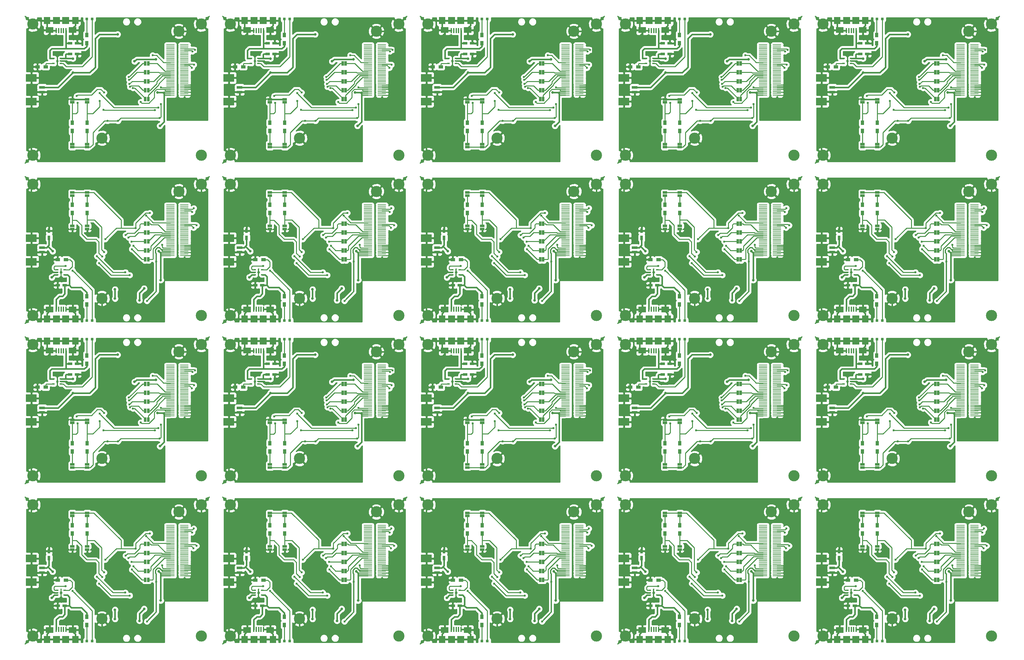
<source format=gbr>
G04 #@! TF.FileFunction,Copper,L1,Top,Signal*
%FSLAX46Y46*%
G04 Gerber Fmt 4.6, Leading zero omitted, Abs format (unit mm)*
G04 Created by KiCad (PCBNEW (2015-09-14 BZR 6197)-product) date Wednesday, September 16, 2015 'PMt' 11:24:09 PM*
%MOMM*%
G01*
G04 APERTURE LIST*
%ADD10C,0.100000*%
%ADD11C,3.000000*%
%ADD12R,0.635000X1.143000*%
%ADD13R,2.280000X0.200000*%
%ADD14R,1.143000X0.635000*%
%ADD15R,1.200000X0.900000*%
%ADD16R,1.600000X0.800000*%
%ADD17R,3.000000X2.100000*%
%ADD18R,1.897380X1.897380*%
%ADD19R,1.899920X1.897380*%
%ADD20R,1.795780X1.897380*%
%ADD21R,2.095500X1.597660*%
%ADD22R,0.398780X1.346200*%
%ADD23R,0.797560X0.797560*%
%ADD24R,0.900000X1.200000*%
%ADD25R,1.200000X0.750000*%
%ADD26R,0.660400X0.406400*%
%ADD27R,0.750000X1.200000*%
%ADD28C,0.700000*%
%ADD29C,0.600000*%
%ADD30C,0.400000*%
%ADD31C,0.250000*%
%ADD32C,0.300000*%
%ADD33C,0.254000*%
G04 APERTURE END LIST*
D10*
D11*
X224600000Y-22400000D03*
D12*
X210355400Y-35349000D03*
X209542600Y-35349000D03*
X210355400Y-37749000D03*
X209542600Y-37749000D03*
X210355400Y-32949000D03*
X209542600Y-32949000D03*
X210355400Y-78349000D03*
X209542600Y-78349000D03*
X210355400Y-75949000D03*
X209542600Y-75949000D03*
X210355400Y-83149000D03*
X209542600Y-83149000D03*
X210355400Y-80749000D03*
X209542600Y-80749000D03*
D11*
X224600000Y-57600000D03*
X218570000Y-24310000D03*
D13*
X216310000Y-34700000D03*
X216310000Y-35100000D03*
X216310000Y-35500000D03*
X216310000Y-40300000D03*
X216310000Y-40700000D03*
X216310000Y-41100000D03*
X216310000Y-41500000D03*
X216310000Y-39900000D03*
X216310000Y-39500000D03*
X216310000Y-39100000D03*
X216310000Y-38700000D03*
X216310000Y-38300000D03*
X216310000Y-37900000D03*
X216310000Y-37500000D03*
X216310000Y-37100000D03*
X216310000Y-36700000D03*
X216310000Y-36300000D03*
X216310000Y-35900000D03*
X216310000Y-27900000D03*
X216310000Y-28300000D03*
X216310000Y-28700000D03*
X216310000Y-29100000D03*
X216310000Y-29500000D03*
X216310000Y-29900000D03*
X216310000Y-30300000D03*
X216310000Y-30700000D03*
X216310000Y-31100000D03*
X216310000Y-31500000D03*
X216310000Y-31900000D03*
X216310000Y-32300000D03*
X216310000Y-32700000D03*
X216310000Y-33100000D03*
X216310000Y-33500000D03*
X216310000Y-33900000D03*
X216310000Y-34300000D03*
X220090000Y-34300000D03*
X220090000Y-33900000D03*
X220090000Y-33500000D03*
X220090000Y-33100000D03*
X220090000Y-32700000D03*
X220090000Y-32300000D03*
X220090000Y-31900000D03*
X220090000Y-31500000D03*
X220090000Y-31100000D03*
X220090000Y-30700000D03*
X220090000Y-30300000D03*
X220090000Y-29900000D03*
X220090000Y-29500000D03*
X220090000Y-29100000D03*
X220090000Y-28700000D03*
X220090000Y-28300000D03*
X220090000Y-27900000D03*
X220090000Y-35900000D03*
X220090000Y-36300000D03*
X220090000Y-36700000D03*
X220090000Y-37100000D03*
X220090000Y-37500000D03*
X220090000Y-37900000D03*
X220090000Y-38300000D03*
X220090000Y-38700000D03*
X220090000Y-39100000D03*
X220090000Y-39500000D03*
X220090000Y-39900000D03*
X220090000Y-41500000D03*
X220090000Y-41100000D03*
X220090000Y-40700000D03*
X220090000Y-40300000D03*
X220090000Y-35500000D03*
X220090000Y-35100000D03*
X220090000Y-34700000D03*
D11*
X197970000Y-53000000D03*
D12*
X210355400Y-42549000D03*
X209542600Y-42549000D03*
X210355400Y-40149000D03*
X209542600Y-40149000D03*
D11*
X224600000Y-65400000D03*
D14*
X190000000Y-43406400D03*
X190000000Y-42593600D03*
D15*
X182849000Y-33849000D03*
X180649000Y-33849000D03*
D14*
X194000000Y-43406400D03*
X194000000Y-42593600D03*
D16*
X181900000Y-39375000D03*
X181900000Y-40625000D03*
D17*
X179000000Y-36825000D03*
X179000000Y-43175000D03*
D18*
X188198880Y-21447800D03*
D19*
X185801120Y-21447800D03*
D20*
X183200160Y-21447800D03*
D21*
X190098800Y-23997960D03*
D22*
X188297940Y-24124960D03*
X187647700Y-24124960D03*
X187000000Y-24124960D03*
X186352300Y-24124960D03*
X185702060Y-24124960D03*
D21*
X183901200Y-23997960D03*
D20*
X190799840Y-21447800D03*
D23*
X193850700Y-21000000D03*
X195349300Y-21000000D03*
D24*
X193849000Y-27549000D03*
X193849000Y-25349000D03*
D25*
X191299000Y-27549000D03*
X189399000Y-27549000D03*
X189399000Y-30399000D03*
X191299000Y-30399000D03*
D26*
X186965000Y-32959400D03*
X186965000Y-31638600D03*
X186965000Y-32299000D03*
X184933000Y-31638600D03*
X184933000Y-32959400D03*
D11*
X179400000Y-22400000D03*
X224600000Y-100600000D03*
D12*
X210355400Y-85549000D03*
X209542600Y-85549000D03*
D23*
X193850700Y-107000000D03*
X195349300Y-107000000D03*
D11*
X218570000Y-67310000D03*
D13*
X216310000Y-77700000D03*
X216310000Y-78100000D03*
X216310000Y-78500000D03*
X216310000Y-83300000D03*
X216310000Y-83700000D03*
X216310000Y-84100000D03*
X216310000Y-84500000D03*
X216310000Y-82900000D03*
X216310000Y-82500000D03*
X216310000Y-82100000D03*
X216310000Y-81700000D03*
X216310000Y-81300000D03*
X216310000Y-80900000D03*
X216310000Y-80500000D03*
X216310000Y-80100000D03*
X216310000Y-79700000D03*
X216310000Y-79300000D03*
X216310000Y-78900000D03*
X216310000Y-70900000D03*
X216310000Y-71300000D03*
X216310000Y-71700000D03*
X216310000Y-72100000D03*
X216310000Y-72500000D03*
X216310000Y-72900000D03*
X216310000Y-73300000D03*
X216310000Y-73700000D03*
X216310000Y-74100000D03*
X216310000Y-74500000D03*
X216310000Y-74900000D03*
X216310000Y-75300000D03*
X216310000Y-75700000D03*
X216310000Y-76100000D03*
X216310000Y-76500000D03*
X216310000Y-76900000D03*
X216310000Y-77300000D03*
X220090000Y-77300000D03*
X220090000Y-76900000D03*
X220090000Y-76500000D03*
X220090000Y-76100000D03*
X220090000Y-75700000D03*
X220090000Y-75300000D03*
X220090000Y-74900000D03*
X220090000Y-74500000D03*
X220090000Y-74100000D03*
X220090000Y-73700000D03*
X220090000Y-73300000D03*
X220090000Y-72900000D03*
X220090000Y-72500000D03*
X220090000Y-72100000D03*
X220090000Y-71700000D03*
X220090000Y-71300000D03*
X220090000Y-70900000D03*
X220090000Y-78900000D03*
X220090000Y-79300000D03*
X220090000Y-79700000D03*
X220090000Y-80100000D03*
X220090000Y-80500000D03*
X220090000Y-80900000D03*
X220090000Y-81300000D03*
X220090000Y-81700000D03*
X220090000Y-82100000D03*
X220090000Y-82500000D03*
X220090000Y-82900000D03*
X220090000Y-84500000D03*
X220090000Y-84100000D03*
X220090000Y-83700000D03*
X220090000Y-83300000D03*
X220090000Y-78500000D03*
X220090000Y-78100000D03*
X220090000Y-77700000D03*
D11*
X197970000Y-96000000D03*
D23*
X193850700Y-102000000D03*
X195349300Y-102000000D03*
D14*
X190000000Y-55406400D03*
X190000000Y-54593600D03*
D24*
X190000000Y-51100000D03*
X190000000Y-48900000D03*
X194000000Y-51100000D03*
X194000000Y-48900000D03*
D11*
X179400000Y-57600000D03*
D14*
X194000000Y-55406400D03*
X194000000Y-54593600D03*
D27*
X183766600Y-79754200D03*
X183766600Y-77854200D03*
D11*
X179400000Y-65400000D03*
D14*
X190000000Y-76593600D03*
X190000000Y-77406400D03*
D24*
X190000000Y-70900000D03*
X190000000Y-73100000D03*
D14*
X194000000Y-67593600D03*
X194000000Y-68406400D03*
X190000000Y-67593600D03*
X190000000Y-68406400D03*
X194000000Y-76593600D03*
X194000000Y-77406400D03*
D24*
X194000000Y-70900000D03*
X194000000Y-73100000D03*
X193849000Y-95451000D03*
X193849000Y-97651000D03*
D18*
X185801120Y-101552200D03*
D19*
X188198880Y-101552200D03*
D20*
X190799840Y-101552200D03*
D21*
X183901200Y-99002040D03*
D22*
X185702060Y-98875040D03*
X186352300Y-98875040D03*
X187000000Y-98875040D03*
X187647700Y-98875040D03*
X188297940Y-98875040D03*
D21*
X190098800Y-99002040D03*
D20*
X183200160Y-101552200D03*
D11*
X179400000Y-108400000D03*
X179400000Y-100600000D03*
D18*
X188198880Y-107447800D03*
D19*
X185801120Y-107447800D03*
D20*
X183200160Y-107447800D03*
D21*
X190098800Y-109997960D03*
D22*
X188297940Y-110124960D03*
X187647700Y-110124960D03*
X187000000Y-110124960D03*
X186352300Y-110124960D03*
X185702060Y-110124960D03*
D21*
X183901200Y-109997960D03*
D20*
X190799840Y-107447800D03*
D15*
X188295600Y-85611400D03*
X186095600Y-85611400D03*
D25*
X186093200Y-92494800D03*
X187993200Y-92494800D03*
D16*
X181900000Y-82375000D03*
X181900000Y-83625000D03*
D17*
X179000000Y-79825000D03*
X179000000Y-86175000D03*
D26*
X185925600Y-88329200D03*
X185925600Y-89650000D03*
X185925600Y-88989600D03*
X187957600Y-89650000D03*
X187957600Y-88329200D03*
D14*
X190000000Y-162593600D03*
X190000000Y-163406400D03*
X194000000Y-162593600D03*
X194000000Y-163406400D03*
X190000000Y-153593600D03*
X190000000Y-154406400D03*
D24*
X194000000Y-156900000D03*
X194000000Y-159100000D03*
D14*
X194000000Y-153593600D03*
X194000000Y-154406400D03*
D11*
X179400000Y-151400000D03*
D24*
X190000000Y-156900000D03*
X190000000Y-159100000D03*
D12*
X210355400Y-171549000D03*
X209542600Y-171549000D03*
D11*
X224600000Y-186600000D03*
X218570000Y-153310000D03*
D13*
X216310000Y-163700000D03*
X216310000Y-164100000D03*
X216310000Y-164500000D03*
X216310000Y-169300000D03*
X216310000Y-169700000D03*
X216310000Y-170100000D03*
X216310000Y-170500000D03*
X216310000Y-168900000D03*
X216310000Y-168500000D03*
X216310000Y-168100000D03*
X216310000Y-167700000D03*
X216310000Y-167300000D03*
X216310000Y-166900000D03*
X216310000Y-166500000D03*
X216310000Y-166100000D03*
X216310000Y-165700000D03*
X216310000Y-165300000D03*
X216310000Y-164900000D03*
X216310000Y-156900000D03*
X216310000Y-157300000D03*
X216310000Y-157700000D03*
X216310000Y-158100000D03*
X216310000Y-158500000D03*
X216310000Y-158900000D03*
X216310000Y-159300000D03*
X216310000Y-159700000D03*
X216310000Y-160100000D03*
X216310000Y-160500000D03*
X216310000Y-160900000D03*
X216310000Y-161300000D03*
X216310000Y-161700000D03*
X216310000Y-162100000D03*
X216310000Y-162500000D03*
X216310000Y-162900000D03*
X216310000Y-163300000D03*
X220090000Y-163300000D03*
X220090000Y-162900000D03*
X220090000Y-162500000D03*
X220090000Y-162100000D03*
X220090000Y-161700000D03*
X220090000Y-161300000D03*
X220090000Y-160900000D03*
X220090000Y-160500000D03*
X220090000Y-160100000D03*
X220090000Y-159700000D03*
X220090000Y-159300000D03*
X220090000Y-158900000D03*
X220090000Y-158500000D03*
X220090000Y-158100000D03*
X220090000Y-157700000D03*
X220090000Y-157300000D03*
X220090000Y-156900000D03*
X220090000Y-164900000D03*
X220090000Y-165300000D03*
X220090000Y-165700000D03*
X220090000Y-166100000D03*
X220090000Y-166500000D03*
X220090000Y-166900000D03*
X220090000Y-167300000D03*
X220090000Y-167700000D03*
X220090000Y-168100000D03*
X220090000Y-168500000D03*
X220090000Y-168900000D03*
X220090000Y-170500000D03*
X220090000Y-170100000D03*
X220090000Y-169700000D03*
X220090000Y-169300000D03*
X220090000Y-164500000D03*
X220090000Y-164100000D03*
X220090000Y-163700000D03*
D11*
X197970000Y-182000000D03*
D12*
X210355400Y-169149000D03*
X209542600Y-169149000D03*
D15*
X188295600Y-171611400D03*
X186095600Y-171611400D03*
D27*
X183766600Y-165754200D03*
X183766600Y-163854200D03*
D26*
X185925600Y-174329200D03*
X185925600Y-175650000D03*
X185925600Y-174989600D03*
X187957600Y-175650000D03*
X187957600Y-174329200D03*
D16*
X181900000Y-168375000D03*
X181900000Y-169625000D03*
D17*
X179000000Y-165825000D03*
X179000000Y-172175000D03*
D12*
X210355400Y-161949000D03*
X209542600Y-161949000D03*
X210355400Y-164349000D03*
X209542600Y-164349000D03*
X210355400Y-166749000D03*
X209542600Y-166749000D03*
D11*
X224600000Y-151400000D03*
D18*
X185801120Y-187552200D03*
D19*
X188198880Y-187552200D03*
D20*
X190799840Y-187552200D03*
D21*
X183901200Y-185002040D03*
D22*
X185702060Y-184875040D03*
X186352300Y-184875040D03*
X187000000Y-184875040D03*
X187647700Y-184875040D03*
X188297940Y-184875040D03*
D21*
X190098800Y-185002040D03*
D20*
X183200160Y-187552200D03*
D24*
X193849000Y-181451000D03*
X193849000Y-183651000D03*
D11*
X179400000Y-186600000D03*
D23*
X193850700Y-188000000D03*
X195349300Y-188000000D03*
D25*
X186093200Y-178494800D03*
X187993200Y-178494800D03*
D14*
X194000000Y-141406400D03*
X194000000Y-140593600D03*
D24*
X190000000Y-137100000D03*
X190000000Y-134900000D03*
D14*
X190000000Y-141406400D03*
X190000000Y-140593600D03*
D11*
X179400000Y-143600000D03*
D25*
X189399000Y-116399000D03*
X191299000Y-116399000D03*
X191299000Y-113549000D03*
X189399000Y-113549000D03*
D26*
X186965000Y-118959400D03*
X186965000Y-117638600D03*
X186965000Y-118299000D03*
X184933000Y-117638600D03*
X184933000Y-118959400D03*
D14*
X194000000Y-129406400D03*
X194000000Y-128593600D03*
X190000000Y-129406400D03*
X190000000Y-128593600D03*
D15*
X182849000Y-119849000D03*
X180649000Y-119849000D03*
D16*
X181900000Y-125375000D03*
X181900000Y-126625000D03*
D17*
X179000000Y-122825000D03*
X179000000Y-129175000D03*
D12*
X210355400Y-123749000D03*
X209542600Y-123749000D03*
D11*
X224600000Y-143600000D03*
D12*
X210355400Y-128549000D03*
X209542600Y-128549000D03*
X210355400Y-126149000D03*
X209542600Y-126149000D03*
X210355400Y-121349000D03*
X209542600Y-121349000D03*
X210355400Y-118949000D03*
X209542600Y-118949000D03*
D24*
X193849000Y-113549000D03*
X193849000Y-111349000D03*
D11*
X224600000Y-108400000D03*
D24*
X194000000Y-137100000D03*
X194000000Y-134900000D03*
D11*
X218570000Y-110310000D03*
D13*
X216310000Y-120700000D03*
X216310000Y-121100000D03*
X216310000Y-121500000D03*
X216310000Y-126300000D03*
X216310000Y-126700000D03*
X216310000Y-127100000D03*
X216310000Y-127500000D03*
X216310000Y-125900000D03*
X216310000Y-125500000D03*
X216310000Y-125100000D03*
X216310000Y-124700000D03*
X216310000Y-124300000D03*
X216310000Y-123900000D03*
X216310000Y-123500000D03*
X216310000Y-123100000D03*
X216310000Y-122700000D03*
X216310000Y-122300000D03*
X216310000Y-121900000D03*
X216310000Y-113900000D03*
X216310000Y-114300000D03*
X216310000Y-114700000D03*
X216310000Y-115100000D03*
X216310000Y-115500000D03*
X216310000Y-115900000D03*
X216310000Y-116300000D03*
X216310000Y-116700000D03*
X216310000Y-117100000D03*
X216310000Y-117500000D03*
X216310000Y-117900000D03*
X216310000Y-118300000D03*
X216310000Y-118700000D03*
X216310000Y-119100000D03*
X216310000Y-119500000D03*
X216310000Y-119900000D03*
X216310000Y-120300000D03*
X220090000Y-120300000D03*
X220090000Y-119900000D03*
X220090000Y-119500000D03*
X220090000Y-119100000D03*
X220090000Y-118700000D03*
X220090000Y-118300000D03*
X220090000Y-117900000D03*
X220090000Y-117500000D03*
X220090000Y-117100000D03*
X220090000Y-116700000D03*
X220090000Y-116300000D03*
X220090000Y-115900000D03*
X220090000Y-115500000D03*
X220090000Y-115100000D03*
X220090000Y-114700000D03*
X220090000Y-114300000D03*
X220090000Y-113900000D03*
X220090000Y-121900000D03*
X220090000Y-122300000D03*
X220090000Y-122700000D03*
X220090000Y-123100000D03*
X220090000Y-123500000D03*
X220090000Y-123900000D03*
X220090000Y-124300000D03*
X220090000Y-124700000D03*
X220090000Y-125100000D03*
X220090000Y-125500000D03*
X220090000Y-125900000D03*
X220090000Y-127500000D03*
X220090000Y-127100000D03*
X220090000Y-126700000D03*
X220090000Y-126300000D03*
X220090000Y-121500000D03*
X220090000Y-121100000D03*
X220090000Y-120700000D03*
D11*
X197970000Y-139000000D03*
X171600000Y-22400000D03*
D12*
X157355400Y-35349000D03*
X156542600Y-35349000D03*
X157355400Y-37749000D03*
X156542600Y-37749000D03*
X157355400Y-32949000D03*
X156542600Y-32949000D03*
X157355400Y-78349000D03*
X156542600Y-78349000D03*
X157355400Y-75949000D03*
X156542600Y-75949000D03*
X157355400Y-83149000D03*
X156542600Y-83149000D03*
X157355400Y-80749000D03*
X156542600Y-80749000D03*
D11*
X171600000Y-57600000D03*
X165570000Y-24310000D03*
D13*
X163310000Y-34700000D03*
X163310000Y-35100000D03*
X163310000Y-35500000D03*
X163310000Y-40300000D03*
X163310000Y-40700000D03*
X163310000Y-41100000D03*
X163310000Y-41500000D03*
X163310000Y-39900000D03*
X163310000Y-39500000D03*
X163310000Y-39100000D03*
X163310000Y-38700000D03*
X163310000Y-38300000D03*
X163310000Y-37900000D03*
X163310000Y-37500000D03*
X163310000Y-37100000D03*
X163310000Y-36700000D03*
X163310000Y-36300000D03*
X163310000Y-35900000D03*
X163310000Y-27900000D03*
X163310000Y-28300000D03*
X163310000Y-28700000D03*
X163310000Y-29100000D03*
X163310000Y-29500000D03*
X163310000Y-29900000D03*
X163310000Y-30300000D03*
X163310000Y-30700000D03*
X163310000Y-31100000D03*
X163310000Y-31500000D03*
X163310000Y-31900000D03*
X163310000Y-32300000D03*
X163310000Y-32700000D03*
X163310000Y-33100000D03*
X163310000Y-33500000D03*
X163310000Y-33900000D03*
X163310000Y-34300000D03*
X167090000Y-34300000D03*
X167090000Y-33900000D03*
X167090000Y-33500000D03*
X167090000Y-33100000D03*
X167090000Y-32700000D03*
X167090000Y-32300000D03*
X167090000Y-31900000D03*
X167090000Y-31500000D03*
X167090000Y-31100000D03*
X167090000Y-30700000D03*
X167090000Y-30300000D03*
X167090000Y-29900000D03*
X167090000Y-29500000D03*
X167090000Y-29100000D03*
X167090000Y-28700000D03*
X167090000Y-28300000D03*
X167090000Y-27900000D03*
X167090000Y-35900000D03*
X167090000Y-36300000D03*
X167090000Y-36700000D03*
X167090000Y-37100000D03*
X167090000Y-37500000D03*
X167090000Y-37900000D03*
X167090000Y-38300000D03*
X167090000Y-38700000D03*
X167090000Y-39100000D03*
X167090000Y-39500000D03*
X167090000Y-39900000D03*
X167090000Y-41500000D03*
X167090000Y-41100000D03*
X167090000Y-40700000D03*
X167090000Y-40300000D03*
X167090000Y-35500000D03*
X167090000Y-35100000D03*
X167090000Y-34700000D03*
D11*
X144970000Y-53000000D03*
D12*
X157355400Y-42549000D03*
X156542600Y-42549000D03*
X157355400Y-40149000D03*
X156542600Y-40149000D03*
D11*
X171600000Y-65400000D03*
D14*
X137000000Y-43406400D03*
X137000000Y-42593600D03*
D15*
X129849000Y-33849000D03*
X127649000Y-33849000D03*
D14*
X141000000Y-43406400D03*
X141000000Y-42593600D03*
D16*
X128900000Y-39375000D03*
X128900000Y-40625000D03*
D17*
X126000000Y-36825000D03*
X126000000Y-43175000D03*
D18*
X135198880Y-21447800D03*
D19*
X132801120Y-21447800D03*
D20*
X130200160Y-21447800D03*
D21*
X137098800Y-23997960D03*
D22*
X135297940Y-24124960D03*
X134647700Y-24124960D03*
X134000000Y-24124960D03*
X133352300Y-24124960D03*
X132702060Y-24124960D03*
D21*
X130901200Y-23997960D03*
D20*
X137799840Y-21447800D03*
D23*
X140850700Y-21000000D03*
X142349300Y-21000000D03*
D24*
X140849000Y-27549000D03*
X140849000Y-25349000D03*
D25*
X138299000Y-27549000D03*
X136399000Y-27549000D03*
X136399000Y-30399000D03*
X138299000Y-30399000D03*
D26*
X133965000Y-32959400D03*
X133965000Y-31638600D03*
X133965000Y-32299000D03*
X131933000Y-31638600D03*
X131933000Y-32959400D03*
D11*
X126400000Y-22400000D03*
X171600000Y-100600000D03*
D12*
X157355400Y-85549000D03*
X156542600Y-85549000D03*
D23*
X140850700Y-107000000D03*
X142349300Y-107000000D03*
D11*
X165570000Y-67310000D03*
D13*
X163310000Y-77700000D03*
X163310000Y-78100000D03*
X163310000Y-78500000D03*
X163310000Y-83300000D03*
X163310000Y-83700000D03*
X163310000Y-84100000D03*
X163310000Y-84500000D03*
X163310000Y-82900000D03*
X163310000Y-82500000D03*
X163310000Y-82100000D03*
X163310000Y-81700000D03*
X163310000Y-81300000D03*
X163310000Y-80900000D03*
X163310000Y-80500000D03*
X163310000Y-80100000D03*
X163310000Y-79700000D03*
X163310000Y-79300000D03*
X163310000Y-78900000D03*
X163310000Y-70900000D03*
X163310000Y-71300000D03*
X163310000Y-71700000D03*
X163310000Y-72100000D03*
X163310000Y-72500000D03*
X163310000Y-72900000D03*
X163310000Y-73300000D03*
X163310000Y-73700000D03*
X163310000Y-74100000D03*
X163310000Y-74500000D03*
X163310000Y-74900000D03*
X163310000Y-75300000D03*
X163310000Y-75700000D03*
X163310000Y-76100000D03*
X163310000Y-76500000D03*
X163310000Y-76900000D03*
X163310000Y-77300000D03*
X167090000Y-77300000D03*
X167090000Y-76900000D03*
X167090000Y-76500000D03*
X167090000Y-76100000D03*
X167090000Y-75700000D03*
X167090000Y-75300000D03*
X167090000Y-74900000D03*
X167090000Y-74500000D03*
X167090000Y-74100000D03*
X167090000Y-73700000D03*
X167090000Y-73300000D03*
X167090000Y-72900000D03*
X167090000Y-72500000D03*
X167090000Y-72100000D03*
X167090000Y-71700000D03*
X167090000Y-71300000D03*
X167090000Y-70900000D03*
X167090000Y-78900000D03*
X167090000Y-79300000D03*
X167090000Y-79700000D03*
X167090000Y-80100000D03*
X167090000Y-80500000D03*
X167090000Y-80900000D03*
X167090000Y-81300000D03*
X167090000Y-81700000D03*
X167090000Y-82100000D03*
X167090000Y-82500000D03*
X167090000Y-82900000D03*
X167090000Y-84500000D03*
X167090000Y-84100000D03*
X167090000Y-83700000D03*
X167090000Y-83300000D03*
X167090000Y-78500000D03*
X167090000Y-78100000D03*
X167090000Y-77700000D03*
D11*
X144970000Y-96000000D03*
D23*
X140850700Y-102000000D03*
X142349300Y-102000000D03*
D14*
X137000000Y-55406400D03*
X137000000Y-54593600D03*
D24*
X137000000Y-51100000D03*
X137000000Y-48900000D03*
X141000000Y-51100000D03*
X141000000Y-48900000D03*
D11*
X126400000Y-57600000D03*
D14*
X141000000Y-55406400D03*
X141000000Y-54593600D03*
D27*
X130766600Y-79754200D03*
X130766600Y-77854200D03*
D11*
X126400000Y-65400000D03*
D14*
X137000000Y-76593600D03*
X137000000Y-77406400D03*
D24*
X137000000Y-70900000D03*
X137000000Y-73100000D03*
D14*
X141000000Y-67593600D03*
X141000000Y-68406400D03*
X137000000Y-67593600D03*
X137000000Y-68406400D03*
X141000000Y-76593600D03*
X141000000Y-77406400D03*
D24*
X141000000Y-70900000D03*
X141000000Y-73100000D03*
X140849000Y-95451000D03*
X140849000Y-97651000D03*
D18*
X132801120Y-101552200D03*
D19*
X135198880Y-101552200D03*
D20*
X137799840Y-101552200D03*
D21*
X130901200Y-99002040D03*
D22*
X132702060Y-98875040D03*
X133352300Y-98875040D03*
X134000000Y-98875040D03*
X134647700Y-98875040D03*
X135297940Y-98875040D03*
D21*
X137098800Y-99002040D03*
D20*
X130200160Y-101552200D03*
D11*
X126400000Y-108400000D03*
X126400000Y-100600000D03*
D18*
X135198880Y-107447800D03*
D19*
X132801120Y-107447800D03*
D20*
X130200160Y-107447800D03*
D21*
X137098800Y-109997960D03*
D22*
X135297940Y-110124960D03*
X134647700Y-110124960D03*
X134000000Y-110124960D03*
X133352300Y-110124960D03*
X132702060Y-110124960D03*
D21*
X130901200Y-109997960D03*
D20*
X137799840Y-107447800D03*
D15*
X135295600Y-85611400D03*
X133095600Y-85611400D03*
D25*
X133093200Y-92494800D03*
X134993200Y-92494800D03*
D16*
X128900000Y-82375000D03*
X128900000Y-83625000D03*
D17*
X126000000Y-79825000D03*
X126000000Y-86175000D03*
D26*
X132925600Y-88329200D03*
X132925600Y-89650000D03*
X132925600Y-88989600D03*
X134957600Y-89650000D03*
X134957600Y-88329200D03*
D14*
X137000000Y-162593600D03*
X137000000Y-163406400D03*
X141000000Y-162593600D03*
X141000000Y-163406400D03*
X137000000Y-153593600D03*
X137000000Y-154406400D03*
D24*
X141000000Y-156900000D03*
X141000000Y-159100000D03*
D14*
X141000000Y-153593600D03*
X141000000Y-154406400D03*
D11*
X126400000Y-151400000D03*
D24*
X137000000Y-156900000D03*
X137000000Y-159100000D03*
D12*
X157355400Y-171549000D03*
X156542600Y-171549000D03*
D11*
X171600000Y-186600000D03*
X165570000Y-153310000D03*
D13*
X163310000Y-163700000D03*
X163310000Y-164100000D03*
X163310000Y-164500000D03*
X163310000Y-169300000D03*
X163310000Y-169700000D03*
X163310000Y-170100000D03*
X163310000Y-170500000D03*
X163310000Y-168900000D03*
X163310000Y-168500000D03*
X163310000Y-168100000D03*
X163310000Y-167700000D03*
X163310000Y-167300000D03*
X163310000Y-166900000D03*
X163310000Y-166500000D03*
X163310000Y-166100000D03*
X163310000Y-165700000D03*
X163310000Y-165300000D03*
X163310000Y-164900000D03*
X163310000Y-156900000D03*
X163310000Y-157300000D03*
X163310000Y-157700000D03*
X163310000Y-158100000D03*
X163310000Y-158500000D03*
X163310000Y-158900000D03*
X163310000Y-159300000D03*
X163310000Y-159700000D03*
X163310000Y-160100000D03*
X163310000Y-160500000D03*
X163310000Y-160900000D03*
X163310000Y-161300000D03*
X163310000Y-161700000D03*
X163310000Y-162100000D03*
X163310000Y-162500000D03*
X163310000Y-162900000D03*
X163310000Y-163300000D03*
X167090000Y-163300000D03*
X167090000Y-162900000D03*
X167090000Y-162500000D03*
X167090000Y-162100000D03*
X167090000Y-161700000D03*
X167090000Y-161300000D03*
X167090000Y-160900000D03*
X167090000Y-160500000D03*
X167090000Y-160100000D03*
X167090000Y-159700000D03*
X167090000Y-159300000D03*
X167090000Y-158900000D03*
X167090000Y-158500000D03*
X167090000Y-158100000D03*
X167090000Y-157700000D03*
X167090000Y-157300000D03*
X167090000Y-156900000D03*
X167090000Y-164900000D03*
X167090000Y-165300000D03*
X167090000Y-165700000D03*
X167090000Y-166100000D03*
X167090000Y-166500000D03*
X167090000Y-166900000D03*
X167090000Y-167300000D03*
X167090000Y-167700000D03*
X167090000Y-168100000D03*
X167090000Y-168500000D03*
X167090000Y-168900000D03*
X167090000Y-170500000D03*
X167090000Y-170100000D03*
X167090000Y-169700000D03*
X167090000Y-169300000D03*
X167090000Y-164500000D03*
X167090000Y-164100000D03*
X167090000Y-163700000D03*
D11*
X144970000Y-182000000D03*
D12*
X157355400Y-169149000D03*
X156542600Y-169149000D03*
D15*
X135295600Y-171611400D03*
X133095600Y-171611400D03*
D27*
X130766600Y-165754200D03*
X130766600Y-163854200D03*
D26*
X132925600Y-174329200D03*
X132925600Y-175650000D03*
X132925600Y-174989600D03*
X134957600Y-175650000D03*
X134957600Y-174329200D03*
D16*
X128900000Y-168375000D03*
X128900000Y-169625000D03*
D17*
X126000000Y-165825000D03*
X126000000Y-172175000D03*
D12*
X157355400Y-161949000D03*
X156542600Y-161949000D03*
X157355400Y-164349000D03*
X156542600Y-164349000D03*
X157355400Y-166749000D03*
X156542600Y-166749000D03*
D11*
X171600000Y-151400000D03*
D18*
X132801120Y-187552200D03*
D19*
X135198880Y-187552200D03*
D20*
X137799840Y-187552200D03*
D21*
X130901200Y-185002040D03*
D22*
X132702060Y-184875040D03*
X133352300Y-184875040D03*
X134000000Y-184875040D03*
X134647700Y-184875040D03*
X135297940Y-184875040D03*
D21*
X137098800Y-185002040D03*
D20*
X130200160Y-187552200D03*
D24*
X140849000Y-181451000D03*
X140849000Y-183651000D03*
D11*
X126400000Y-186600000D03*
D23*
X140850700Y-188000000D03*
X142349300Y-188000000D03*
D25*
X133093200Y-178494800D03*
X134993200Y-178494800D03*
D14*
X141000000Y-141406400D03*
X141000000Y-140593600D03*
D24*
X137000000Y-137100000D03*
X137000000Y-134900000D03*
D14*
X137000000Y-141406400D03*
X137000000Y-140593600D03*
D11*
X126400000Y-143600000D03*
D25*
X136399000Y-116399000D03*
X138299000Y-116399000D03*
X138299000Y-113549000D03*
X136399000Y-113549000D03*
D26*
X133965000Y-118959400D03*
X133965000Y-117638600D03*
X133965000Y-118299000D03*
X131933000Y-117638600D03*
X131933000Y-118959400D03*
D14*
X141000000Y-129406400D03*
X141000000Y-128593600D03*
X137000000Y-129406400D03*
X137000000Y-128593600D03*
D15*
X129849000Y-119849000D03*
X127649000Y-119849000D03*
D16*
X128900000Y-125375000D03*
X128900000Y-126625000D03*
D17*
X126000000Y-122825000D03*
X126000000Y-129175000D03*
D12*
X157355400Y-123749000D03*
X156542600Y-123749000D03*
D11*
X171600000Y-143600000D03*
D12*
X157355400Y-128549000D03*
X156542600Y-128549000D03*
X157355400Y-126149000D03*
X156542600Y-126149000D03*
X157355400Y-121349000D03*
X156542600Y-121349000D03*
X157355400Y-118949000D03*
X156542600Y-118949000D03*
D24*
X140849000Y-113549000D03*
X140849000Y-111349000D03*
D11*
X171600000Y-108400000D03*
D24*
X141000000Y-137100000D03*
X141000000Y-134900000D03*
D11*
X165570000Y-110310000D03*
D13*
X163310000Y-120700000D03*
X163310000Y-121100000D03*
X163310000Y-121500000D03*
X163310000Y-126300000D03*
X163310000Y-126700000D03*
X163310000Y-127100000D03*
X163310000Y-127500000D03*
X163310000Y-125900000D03*
X163310000Y-125500000D03*
X163310000Y-125100000D03*
X163310000Y-124700000D03*
X163310000Y-124300000D03*
X163310000Y-123900000D03*
X163310000Y-123500000D03*
X163310000Y-123100000D03*
X163310000Y-122700000D03*
X163310000Y-122300000D03*
X163310000Y-121900000D03*
X163310000Y-113900000D03*
X163310000Y-114300000D03*
X163310000Y-114700000D03*
X163310000Y-115100000D03*
X163310000Y-115500000D03*
X163310000Y-115900000D03*
X163310000Y-116300000D03*
X163310000Y-116700000D03*
X163310000Y-117100000D03*
X163310000Y-117500000D03*
X163310000Y-117900000D03*
X163310000Y-118300000D03*
X163310000Y-118700000D03*
X163310000Y-119100000D03*
X163310000Y-119500000D03*
X163310000Y-119900000D03*
X163310000Y-120300000D03*
X167090000Y-120300000D03*
X167090000Y-119900000D03*
X167090000Y-119500000D03*
X167090000Y-119100000D03*
X167090000Y-118700000D03*
X167090000Y-118300000D03*
X167090000Y-117900000D03*
X167090000Y-117500000D03*
X167090000Y-117100000D03*
X167090000Y-116700000D03*
X167090000Y-116300000D03*
X167090000Y-115900000D03*
X167090000Y-115500000D03*
X167090000Y-115100000D03*
X167090000Y-114700000D03*
X167090000Y-114300000D03*
X167090000Y-113900000D03*
X167090000Y-121900000D03*
X167090000Y-122300000D03*
X167090000Y-122700000D03*
X167090000Y-123100000D03*
X167090000Y-123500000D03*
X167090000Y-123900000D03*
X167090000Y-124300000D03*
X167090000Y-124700000D03*
X167090000Y-125100000D03*
X167090000Y-125500000D03*
X167090000Y-125900000D03*
X167090000Y-127500000D03*
X167090000Y-127100000D03*
X167090000Y-126700000D03*
X167090000Y-126300000D03*
X167090000Y-121500000D03*
X167090000Y-121100000D03*
X167090000Y-120700000D03*
D11*
X144970000Y-139000000D03*
X118600000Y-22400000D03*
D12*
X104355400Y-35349000D03*
X103542600Y-35349000D03*
X104355400Y-37749000D03*
X103542600Y-37749000D03*
X104355400Y-32949000D03*
X103542600Y-32949000D03*
X104355400Y-78349000D03*
X103542600Y-78349000D03*
X104355400Y-75949000D03*
X103542600Y-75949000D03*
X104355400Y-83149000D03*
X103542600Y-83149000D03*
X104355400Y-80749000D03*
X103542600Y-80749000D03*
D11*
X118600000Y-57600000D03*
X112570000Y-24310000D03*
D13*
X110310000Y-34700000D03*
X110310000Y-35100000D03*
X110310000Y-35500000D03*
X110310000Y-40300000D03*
X110310000Y-40700000D03*
X110310000Y-41100000D03*
X110310000Y-41500000D03*
X110310000Y-39900000D03*
X110310000Y-39500000D03*
X110310000Y-39100000D03*
X110310000Y-38700000D03*
X110310000Y-38300000D03*
X110310000Y-37900000D03*
X110310000Y-37500000D03*
X110310000Y-37100000D03*
X110310000Y-36700000D03*
X110310000Y-36300000D03*
X110310000Y-35900000D03*
X110310000Y-27900000D03*
X110310000Y-28300000D03*
X110310000Y-28700000D03*
X110310000Y-29100000D03*
X110310000Y-29500000D03*
X110310000Y-29900000D03*
X110310000Y-30300000D03*
X110310000Y-30700000D03*
X110310000Y-31100000D03*
X110310000Y-31500000D03*
X110310000Y-31900000D03*
X110310000Y-32300000D03*
X110310000Y-32700000D03*
X110310000Y-33100000D03*
X110310000Y-33500000D03*
X110310000Y-33900000D03*
X110310000Y-34300000D03*
X114090000Y-34300000D03*
X114090000Y-33900000D03*
X114090000Y-33500000D03*
X114090000Y-33100000D03*
X114090000Y-32700000D03*
X114090000Y-32300000D03*
X114090000Y-31900000D03*
X114090000Y-31500000D03*
X114090000Y-31100000D03*
X114090000Y-30700000D03*
X114090000Y-30300000D03*
X114090000Y-29900000D03*
X114090000Y-29500000D03*
X114090000Y-29100000D03*
X114090000Y-28700000D03*
X114090000Y-28300000D03*
X114090000Y-27900000D03*
X114090000Y-35900000D03*
X114090000Y-36300000D03*
X114090000Y-36700000D03*
X114090000Y-37100000D03*
X114090000Y-37500000D03*
X114090000Y-37900000D03*
X114090000Y-38300000D03*
X114090000Y-38700000D03*
X114090000Y-39100000D03*
X114090000Y-39500000D03*
X114090000Y-39900000D03*
X114090000Y-41500000D03*
X114090000Y-41100000D03*
X114090000Y-40700000D03*
X114090000Y-40300000D03*
X114090000Y-35500000D03*
X114090000Y-35100000D03*
X114090000Y-34700000D03*
D11*
X91970000Y-53000000D03*
D12*
X104355400Y-42549000D03*
X103542600Y-42549000D03*
X104355400Y-40149000D03*
X103542600Y-40149000D03*
D11*
X118600000Y-65400000D03*
D14*
X84000000Y-43406400D03*
X84000000Y-42593600D03*
D15*
X76849000Y-33849000D03*
X74649000Y-33849000D03*
D14*
X88000000Y-43406400D03*
X88000000Y-42593600D03*
D16*
X75900000Y-39375000D03*
X75900000Y-40625000D03*
D17*
X73000000Y-36825000D03*
X73000000Y-43175000D03*
D18*
X82198880Y-21447800D03*
D19*
X79801120Y-21447800D03*
D20*
X77200160Y-21447800D03*
D21*
X84098800Y-23997960D03*
D22*
X82297940Y-24124960D03*
X81647700Y-24124960D03*
X81000000Y-24124960D03*
X80352300Y-24124960D03*
X79702060Y-24124960D03*
D21*
X77901200Y-23997960D03*
D20*
X84799840Y-21447800D03*
D23*
X87850700Y-21000000D03*
X89349300Y-21000000D03*
D24*
X87849000Y-27549000D03*
X87849000Y-25349000D03*
D25*
X85299000Y-27549000D03*
X83399000Y-27549000D03*
X83399000Y-30399000D03*
X85299000Y-30399000D03*
D26*
X80965000Y-32959400D03*
X80965000Y-31638600D03*
X80965000Y-32299000D03*
X78933000Y-31638600D03*
X78933000Y-32959400D03*
D11*
X73400000Y-22400000D03*
X118600000Y-100600000D03*
D12*
X104355400Y-85549000D03*
X103542600Y-85549000D03*
D23*
X87850700Y-107000000D03*
X89349300Y-107000000D03*
D11*
X112570000Y-67310000D03*
D13*
X110310000Y-77700000D03*
X110310000Y-78100000D03*
X110310000Y-78500000D03*
X110310000Y-83300000D03*
X110310000Y-83700000D03*
X110310000Y-84100000D03*
X110310000Y-84500000D03*
X110310000Y-82900000D03*
X110310000Y-82500000D03*
X110310000Y-82100000D03*
X110310000Y-81700000D03*
X110310000Y-81300000D03*
X110310000Y-80900000D03*
X110310000Y-80500000D03*
X110310000Y-80100000D03*
X110310000Y-79700000D03*
X110310000Y-79300000D03*
X110310000Y-78900000D03*
X110310000Y-70900000D03*
X110310000Y-71300000D03*
X110310000Y-71700000D03*
X110310000Y-72100000D03*
X110310000Y-72500000D03*
X110310000Y-72900000D03*
X110310000Y-73300000D03*
X110310000Y-73700000D03*
X110310000Y-74100000D03*
X110310000Y-74500000D03*
X110310000Y-74900000D03*
X110310000Y-75300000D03*
X110310000Y-75700000D03*
X110310000Y-76100000D03*
X110310000Y-76500000D03*
X110310000Y-76900000D03*
X110310000Y-77300000D03*
X114090000Y-77300000D03*
X114090000Y-76900000D03*
X114090000Y-76500000D03*
X114090000Y-76100000D03*
X114090000Y-75700000D03*
X114090000Y-75300000D03*
X114090000Y-74900000D03*
X114090000Y-74500000D03*
X114090000Y-74100000D03*
X114090000Y-73700000D03*
X114090000Y-73300000D03*
X114090000Y-72900000D03*
X114090000Y-72500000D03*
X114090000Y-72100000D03*
X114090000Y-71700000D03*
X114090000Y-71300000D03*
X114090000Y-70900000D03*
X114090000Y-78900000D03*
X114090000Y-79300000D03*
X114090000Y-79700000D03*
X114090000Y-80100000D03*
X114090000Y-80500000D03*
X114090000Y-80900000D03*
X114090000Y-81300000D03*
X114090000Y-81700000D03*
X114090000Y-82100000D03*
X114090000Y-82500000D03*
X114090000Y-82900000D03*
X114090000Y-84500000D03*
X114090000Y-84100000D03*
X114090000Y-83700000D03*
X114090000Y-83300000D03*
X114090000Y-78500000D03*
X114090000Y-78100000D03*
X114090000Y-77700000D03*
D11*
X91970000Y-96000000D03*
D23*
X87850700Y-102000000D03*
X89349300Y-102000000D03*
D14*
X84000000Y-55406400D03*
X84000000Y-54593600D03*
D24*
X84000000Y-51100000D03*
X84000000Y-48900000D03*
X88000000Y-51100000D03*
X88000000Y-48900000D03*
D11*
X73400000Y-57600000D03*
D14*
X88000000Y-55406400D03*
X88000000Y-54593600D03*
D27*
X77766600Y-79754200D03*
X77766600Y-77854200D03*
D11*
X73400000Y-65400000D03*
D14*
X84000000Y-76593600D03*
X84000000Y-77406400D03*
D24*
X84000000Y-70900000D03*
X84000000Y-73100000D03*
D14*
X88000000Y-67593600D03*
X88000000Y-68406400D03*
X84000000Y-67593600D03*
X84000000Y-68406400D03*
X88000000Y-76593600D03*
X88000000Y-77406400D03*
D24*
X88000000Y-70900000D03*
X88000000Y-73100000D03*
X87849000Y-95451000D03*
X87849000Y-97651000D03*
D18*
X79801120Y-101552200D03*
D19*
X82198880Y-101552200D03*
D20*
X84799840Y-101552200D03*
D21*
X77901200Y-99002040D03*
D22*
X79702060Y-98875040D03*
X80352300Y-98875040D03*
X81000000Y-98875040D03*
X81647700Y-98875040D03*
X82297940Y-98875040D03*
D21*
X84098800Y-99002040D03*
D20*
X77200160Y-101552200D03*
D11*
X73400000Y-108400000D03*
X73400000Y-100600000D03*
D18*
X82198880Y-107447800D03*
D19*
X79801120Y-107447800D03*
D20*
X77200160Y-107447800D03*
D21*
X84098800Y-109997960D03*
D22*
X82297940Y-110124960D03*
X81647700Y-110124960D03*
X81000000Y-110124960D03*
X80352300Y-110124960D03*
X79702060Y-110124960D03*
D21*
X77901200Y-109997960D03*
D20*
X84799840Y-107447800D03*
D15*
X82295600Y-85611400D03*
X80095600Y-85611400D03*
D25*
X80093200Y-92494800D03*
X81993200Y-92494800D03*
D16*
X75900000Y-82375000D03*
X75900000Y-83625000D03*
D17*
X73000000Y-79825000D03*
X73000000Y-86175000D03*
D26*
X79925600Y-88329200D03*
X79925600Y-89650000D03*
X79925600Y-88989600D03*
X81957600Y-89650000D03*
X81957600Y-88329200D03*
D14*
X84000000Y-162593600D03*
X84000000Y-163406400D03*
X88000000Y-162593600D03*
X88000000Y-163406400D03*
X84000000Y-153593600D03*
X84000000Y-154406400D03*
D24*
X88000000Y-156900000D03*
X88000000Y-159100000D03*
D14*
X88000000Y-153593600D03*
X88000000Y-154406400D03*
D11*
X73400000Y-151400000D03*
D24*
X84000000Y-156900000D03*
X84000000Y-159100000D03*
D12*
X104355400Y-171549000D03*
X103542600Y-171549000D03*
D11*
X118600000Y-186600000D03*
X112570000Y-153310000D03*
D13*
X110310000Y-163700000D03*
X110310000Y-164100000D03*
X110310000Y-164500000D03*
X110310000Y-169300000D03*
X110310000Y-169700000D03*
X110310000Y-170100000D03*
X110310000Y-170500000D03*
X110310000Y-168900000D03*
X110310000Y-168500000D03*
X110310000Y-168100000D03*
X110310000Y-167700000D03*
X110310000Y-167300000D03*
X110310000Y-166900000D03*
X110310000Y-166500000D03*
X110310000Y-166100000D03*
X110310000Y-165700000D03*
X110310000Y-165300000D03*
X110310000Y-164900000D03*
X110310000Y-156900000D03*
X110310000Y-157300000D03*
X110310000Y-157700000D03*
X110310000Y-158100000D03*
X110310000Y-158500000D03*
X110310000Y-158900000D03*
X110310000Y-159300000D03*
X110310000Y-159700000D03*
X110310000Y-160100000D03*
X110310000Y-160500000D03*
X110310000Y-160900000D03*
X110310000Y-161300000D03*
X110310000Y-161700000D03*
X110310000Y-162100000D03*
X110310000Y-162500000D03*
X110310000Y-162900000D03*
X110310000Y-163300000D03*
X114090000Y-163300000D03*
X114090000Y-162900000D03*
X114090000Y-162500000D03*
X114090000Y-162100000D03*
X114090000Y-161700000D03*
X114090000Y-161300000D03*
X114090000Y-160900000D03*
X114090000Y-160500000D03*
X114090000Y-160100000D03*
X114090000Y-159700000D03*
X114090000Y-159300000D03*
X114090000Y-158900000D03*
X114090000Y-158500000D03*
X114090000Y-158100000D03*
X114090000Y-157700000D03*
X114090000Y-157300000D03*
X114090000Y-156900000D03*
X114090000Y-164900000D03*
X114090000Y-165300000D03*
X114090000Y-165700000D03*
X114090000Y-166100000D03*
X114090000Y-166500000D03*
X114090000Y-166900000D03*
X114090000Y-167300000D03*
X114090000Y-167700000D03*
X114090000Y-168100000D03*
X114090000Y-168500000D03*
X114090000Y-168900000D03*
X114090000Y-170500000D03*
X114090000Y-170100000D03*
X114090000Y-169700000D03*
X114090000Y-169300000D03*
X114090000Y-164500000D03*
X114090000Y-164100000D03*
X114090000Y-163700000D03*
D11*
X91970000Y-182000000D03*
D12*
X104355400Y-169149000D03*
X103542600Y-169149000D03*
D15*
X82295600Y-171611400D03*
X80095600Y-171611400D03*
D27*
X77766600Y-165754200D03*
X77766600Y-163854200D03*
D26*
X79925600Y-174329200D03*
X79925600Y-175650000D03*
X79925600Y-174989600D03*
X81957600Y-175650000D03*
X81957600Y-174329200D03*
D16*
X75900000Y-168375000D03*
X75900000Y-169625000D03*
D17*
X73000000Y-165825000D03*
X73000000Y-172175000D03*
D12*
X104355400Y-161949000D03*
X103542600Y-161949000D03*
X104355400Y-164349000D03*
X103542600Y-164349000D03*
X104355400Y-166749000D03*
X103542600Y-166749000D03*
D11*
X118600000Y-151400000D03*
D18*
X79801120Y-187552200D03*
D19*
X82198880Y-187552200D03*
D20*
X84799840Y-187552200D03*
D21*
X77901200Y-185002040D03*
D22*
X79702060Y-184875040D03*
X80352300Y-184875040D03*
X81000000Y-184875040D03*
X81647700Y-184875040D03*
X82297940Y-184875040D03*
D21*
X84098800Y-185002040D03*
D20*
X77200160Y-187552200D03*
D24*
X87849000Y-181451000D03*
X87849000Y-183651000D03*
D11*
X73400000Y-186600000D03*
D23*
X87850700Y-188000000D03*
X89349300Y-188000000D03*
D25*
X80093200Y-178494800D03*
X81993200Y-178494800D03*
D14*
X88000000Y-141406400D03*
X88000000Y-140593600D03*
D24*
X84000000Y-137100000D03*
X84000000Y-134900000D03*
D14*
X84000000Y-141406400D03*
X84000000Y-140593600D03*
D11*
X73400000Y-143600000D03*
D25*
X83399000Y-116399000D03*
X85299000Y-116399000D03*
X85299000Y-113549000D03*
X83399000Y-113549000D03*
D26*
X80965000Y-118959400D03*
X80965000Y-117638600D03*
X80965000Y-118299000D03*
X78933000Y-117638600D03*
X78933000Y-118959400D03*
D14*
X88000000Y-129406400D03*
X88000000Y-128593600D03*
X84000000Y-129406400D03*
X84000000Y-128593600D03*
D15*
X76849000Y-119849000D03*
X74649000Y-119849000D03*
D16*
X75900000Y-125375000D03*
X75900000Y-126625000D03*
D17*
X73000000Y-122825000D03*
X73000000Y-129175000D03*
D12*
X104355400Y-123749000D03*
X103542600Y-123749000D03*
D11*
X118600000Y-143600000D03*
D12*
X104355400Y-128549000D03*
X103542600Y-128549000D03*
X104355400Y-126149000D03*
X103542600Y-126149000D03*
X104355400Y-121349000D03*
X103542600Y-121349000D03*
X104355400Y-118949000D03*
X103542600Y-118949000D03*
D24*
X87849000Y-113549000D03*
X87849000Y-111349000D03*
D11*
X118600000Y-108400000D03*
D24*
X88000000Y-137100000D03*
X88000000Y-134900000D03*
D11*
X112570000Y-110310000D03*
D13*
X110310000Y-120700000D03*
X110310000Y-121100000D03*
X110310000Y-121500000D03*
X110310000Y-126300000D03*
X110310000Y-126700000D03*
X110310000Y-127100000D03*
X110310000Y-127500000D03*
X110310000Y-125900000D03*
X110310000Y-125500000D03*
X110310000Y-125100000D03*
X110310000Y-124700000D03*
X110310000Y-124300000D03*
X110310000Y-123900000D03*
X110310000Y-123500000D03*
X110310000Y-123100000D03*
X110310000Y-122700000D03*
X110310000Y-122300000D03*
X110310000Y-121900000D03*
X110310000Y-113900000D03*
X110310000Y-114300000D03*
X110310000Y-114700000D03*
X110310000Y-115100000D03*
X110310000Y-115500000D03*
X110310000Y-115900000D03*
X110310000Y-116300000D03*
X110310000Y-116700000D03*
X110310000Y-117100000D03*
X110310000Y-117500000D03*
X110310000Y-117900000D03*
X110310000Y-118300000D03*
X110310000Y-118700000D03*
X110310000Y-119100000D03*
X110310000Y-119500000D03*
X110310000Y-119900000D03*
X110310000Y-120300000D03*
X114090000Y-120300000D03*
X114090000Y-119900000D03*
X114090000Y-119500000D03*
X114090000Y-119100000D03*
X114090000Y-118700000D03*
X114090000Y-118300000D03*
X114090000Y-117900000D03*
X114090000Y-117500000D03*
X114090000Y-117100000D03*
X114090000Y-116700000D03*
X114090000Y-116300000D03*
X114090000Y-115900000D03*
X114090000Y-115500000D03*
X114090000Y-115100000D03*
X114090000Y-114700000D03*
X114090000Y-114300000D03*
X114090000Y-113900000D03*
X114090000Y-121900000D03*
X114090000Y-122300000D03*
X114090000Y-122700000D03*
X114090000Y-123100000D03*
X114090000Y-123500000D03*
X114090000Y-123900000D03*
X114090000Y-124300000D03*
X114090000Y-124700000D03*
X114090000Y-125100000D03*
X114090000Y-125500000D03*
X114090000Y-125900000D03*
X114090000Y-127500000D03*
X114090000Y-127100000D03*
X114090000Y-126700000D03*
X114090000Y-126300000D03*
X114090000Y-121500000D03*
X114090000Y-121100000D03*
X114090000Y-120700000D03*
D11*
X91970000Y-139000000D03*
D24*
X246849000Y-113549000D03*
X246849000Y-111349000D03*
X247000000Y-137100000D03*
X247000000Y-134900000D03*
X243000000Y-137100000D03*
X243000000Y-134900000D03*
D11*
X271570000Y-110310000D03*
D13*
X269310000Y-120700000D03*
X269310000Y-121100000D03*
X269310000Y-121500000D03*
X269310000Y-126300000D03*
X269310000Y-126700000D03*
X269310000Y-127100000D03*
X269310000Y-127500000D03*
X269310000Y-125900000D03*
X269310000Y-125500000D03*
X269310000Y-125100000D03*
X269310000Y-124700000D03*
X269310000Y-124300000D03*
X269310000Y-123900000D03*
X269310000Y-123500000D03*
X269310000Y-123100000D03*
X269310000Y-122700000D03*
X269310000Y-122300000D03*
X269310000Y-121900000D03*
X269310000Y-113900000D03*
X269310000Y-114300000D03*
X269310000Y-114700000D03*
X269310000Y-115100000D03*
X269310000Y-115500000D03*
X269310000Y-115900000D03*
X269310000Y-116300000D03*
X269310000Y-116700000D03*
X269310000Y-117100000D03*
X269310000Y-117500000D03*
X269310000Y-117900000D03*
X269310000Y-118300000D03*
X269310000Y-118700000D03*
X269310000Y-119100000D03*
X269310000Y-119500000D03*
X269310000Y-119900000D03*
X269310000Y-120300000D03*
X273090000Y-120300000D03*
X273090000Y-119900000D03*
X273090000Y-119500000D03*
X273090000Y-119100000D03*
X273090000Y-118700000D03*
X273090000Y-118300000D03*
X273090000Y-117900000D03*
X273090000Y-117500000D03*
X273090000Y-117100000D03*
X273090000Y-116700000D03*
X273090000Y-116300000D03*
X273090000Y-115900000D03*
X273090000Y-115500000D03*
X273090000Y-115100000D03*
X273090000Y-114700000D03*
X273090000Y-114300000D03*
X273090000Y-113900000D03*
X273090000Y-121900000D03*
X273090000Y-122300000D03*
X273090000Y-122700000D03*
X273090000Y-123100000D03*
X273090000Y-123500000D03*
X273090000Y-123900000D03*
X273090000Y-124300000D03*
X273090000Y-124700000D03*
X273090000Y-125100000D03*
X273090000Y-125500000D03*
X273090000Y-125900000D03*
X273090000Y-127500000D03*
X273090000Y-127100000D03*
X273090000Y-126700000D03*
X273090000Y-126300000D03*
X273090000Y-121500000D03*
X273090000Y-121100000D03*
X273090000Y-120700000D03*
D11*
X250970000Y-139000000D03*
D12*
X263355400Y-118949000D03*
X262542600Y-118949000D03*
X263355400Y-121349000D03*
X262542600Y-121349000D03*
X263355400Y-169149000D03*
X262542600Y-169149000D03*
D11*
X277600000Y-151400000D03*
D12*
X263355400Y-171549000D03*
X262542600Y-171549000D03*
D11*
X271570000Y-153310000D03*
D13*
X269310000Y-163700000D03*
X269310000Y-164100000D03*
X269310000Y-164500000D03*
X269310000Y-169300000D03*
X269310000Y-169700000D03*
X269310000Y-170100000D03*
X269310000Y-170500000D03*
X269310000Y-168900000D03*
X269310000Y-168500000D03*
X269310000Y-168100000D03*
X269310000Y-167700000D03*
X269310000Y-167300000D03*
X269310000Y-166900000D03*
X269310000Y-166500000D03*
X269310000Y-166100000D03*
X269310000Y-165700000D03*
X269310000Y-165300000D03*
X269310000Y-164900000D03*
X269310000Y-156900000D03*
X269310000Y-157300000D03*
X269310000Y-157700000D03*
X269310000Y-158100000D03*
X269310000Y-158500000D03*
X269310000Y-158900000D03*
X269310000Y-159300000D03*
X269310000Y-159700000D03*
X269310000Y-160100000D03*
X269310000Y-160500000D03*
X269310000Y-160900000D03*
X269310000Y-161300000D03*
X269310000Y-161700000D03*
X269310000Y-162100000D03*
X269310000Y-162500000D03*
X269310000Y-162900000D03*
X269310000Y-163300000D03*
X273090000Y-163300000D03*
X273090000Y-162900000D03*
X273090000Y-162500000D03*
X273090000Y-162100000D03*
X273090000Y-161700000D03*
X273090000Y-161300000D03*
X273090000Y-160900000D03*
X273090000Y-160500000D03*
X273090000Y-160100000D03*
X273090000Y-159700000D03*
X273090000Y-159300000D03*
X273090000Y-158900000D03*
X273090000Y-158500000D03*
X273090000Y-158100000D03*
X273090000Y-157700000D03*
X273090000Y-157300000D03*
X273090000Y-156900000D03*
X273090000Y-164900000D03*
X273090000Y-165300000D03*
X273090000Y-165700000D03*
X273090000Y-166100000D03*
X273090000Y-166500000D03*
X273090000Y-166900000D03*
X273090000Y-167300000D03*
X273090000Y-167700000D03*
X273090000Y-168100000D03*
X273090000Y-168500000D03*
X273090000Y-168900000D03*
X273090000Y-170500000D03*
X273090000Y-170100000D03*
X273090000Y-169700000D03*
X273090000Y-169300000D03*
X273090000Y-164500000D03*
X273090000Y-164100000D03*
X273090000Y-163700000D03*
D11*
X250970000Y-182000000D03*
D12*
X263355400Y-161949000D03*
X262542600Y-161949000D03*
D11*
X277600000Y-186600000D03*
D12*
X263355400Y-166749000D03*
X262542600Y-166749000D03*
X263355400Y-164349000D03*
X262542600Y-164349000D03*
D16*
X234900000Y-168375000D03*
X234900000Y-169625000D03*
D17*
X232000000Y-165825000D03*
X232000000Y-172175000D03*
D27*
X236766600Y-165754200D03*
X236766600Y-163854200D03*
D14*
X247000000Y-162593600D03*
X247000000Y-163406400D03*
X243000000Y-162593600D03*
X243000000Y-163406400D03*
D26*
X238925600Y-174329200D03*
X238925600Y-175650000D03*
X238925600Y-174989600D03*
X240957600Y-175650000D03*
X240957600Y-174329200D03*
D15*
X241295600Y-171611400D03*
X239095600Y-171611400D03*
D12*
X263355400Y-126149000D03*
X262542600Y-126149000D03*
X263355400Y-123749000D03*
X262542600Y-123749000D03*
X263355400Y-128549000D03*
X262542600Y-128549000D03*
D11*
X277600000Y-143600000D03*
D26*
X239965000Y-118959400D03*
X239965000Y-117638600D03*
X239965000Y-118299000D03*
X237933000Y-117638600D03*
X237933000Y-118959400D03*
D16*
X234900000Y-125375000D03*
X234900000Y-126625000D03*
D17*
X232000000Y-122825000D03*
X232000000Y-129175000D03*
D25*
X244299000Y-113549000D03*
X242399000Y-113549000D03*
D14*
X247000000Y-129406400D03*
X247000000Y-128593600D03*
X243000000Y-129406400D03*
X243000000Y-128593600D03*
D15*
X235849000Y-119849000D03*
X233649000Y-119849000D03*
D25*
X242399000Y-116399000D03*
X244299000Y-116399000D03*
D23*
X246850700Y-188000000D03*
X248349300Y-188000000D03*
D11*
X232400000Y-186600000D03*
D25*
X239093200Y-178494800D03*
X240993200Y-178494800D03*
D18*
X238801120Y-187552200D03*
D19*
X241198880Y-187552200D03*
D20*
X243799840Y-187552200D03*
D21*
X236901200Y-185002040D03*
D22*
X238702060Y-184875040D03*
X239352300Y-184875040D03*
X240000000Y-184875040D03*
X240647700Y-184875040D03*
X241297940Y-184875040D03*
D21*
X243098800Y-185002040D03*
D20*
X236200160Y-187552200D03*
D24*
X246849000Y-181451000D03*
X246849000Y-183651000D03*
D11*
X232400000Y-143600000D03*
D14*
X247000000Y-141406400D03*
X247000000Y-140593600D03*
D24*
X243000000Y-156900000D03*
X243000000Y-159100000D03*
D14*
X243000000Y-141406400D03*
X243000000Y-140593600D03*
X247000000Y-153593600D03*
X247000000Y-154406400D03*
X243000000Y-153593600D03*
X243000000Y-154406400D03*
D24*
X247000000Y-156900000D03*
X247000000Y-159100000D03*
D11*
X232400000Y-151400000D03*
D12*
X263355400Y-83149000D03*
X262542600Y-83149000D03*
X263355400Y-85549000D03*
X262542600Y-85549000D03*
D11*
X277600000Y-100600000D03*
X277600000Y-108400000D03*
X271570000Y-67310000D03*
D13*
X269310000Y-77700000D03*
X269310000Y-78100000D03*
X269310000Y-78500000D03*
X269310000Y-83300000D03*
X269310000Y-83700000D03*
X269310000Y-84100000D03*
X269310000Y-84500000D03*
X269310000Y-82900000D03*
X269310000Y-82500000D03*
X269310000Y-82100000D03*
X269310000Y-81700000D03*
X269310000Y-81300000D03*
X269310000Y-80900000D03*
X269310000Y-80500000D03*
X269310000Y-80100000D03*
X269310000Y-79700000D03*
X269310000Y-79300000D03*
X269310000Y-78900000D03*
X269310000Y-70900000D03*
X269310000Y-71300000D03*
X269310000Y-71700000D03*
X269310000Y-72100000D03*
X269310000Y-72500000D03*
X269310000Y-72900000D03*
X269310000Y-73300000D03*
X269310000Y-73700000D03*
X269310000Y-74100000D03*
X269310000Y-74500000D03*
X269310000Y-74900000D03*
X269310000Y-75300000D03*
X269310000Y-75700000D03*
X269310000Y-76100000D03*
X269310000Y-76500000D03*
X269310000Y-76900000D03*
X269310000Y-77300000D03*
X273090000Y-77300000D03*
X273090000Y-76900000D03*
X273090000Y-76500000D03*
X273090000Y-76100000D03*
X273090000Y-75700000D03*
X273090000Y-75300000D03*
X273090000Y-74900000D03*
X273090000Y-74500000D03*
X273090000Y-74100000D03*
X273090000Y-73700000D03*
X273090000Y-73300000D03*
X273090000Y-72900000D03*
X273090000Y-72500000D03*
X273090000Y-72100000D03*
X273090000Y-71700000D03*
X273090000Y-71300000D03*
X273090000Y-70900000D03*
X273090000Y-78900000D03*
X273090000Y-79300000D03*
X273090000Y-79700000D03*
X273090000Y-80100000D03*
X273090000Y-80500000D03*
X273090000Y-80900000D03*
X273090000Y-81300000D03*
X273090000Y-81700000D03*
X273090000Y-82100000D03*
X273090000Y-82500000D03*
X273090000Y-82900000D03*
X273090000Y-84500000D03*
X273090000Y-84100000D03*
X273090000Y-83700000D03*
X273090000Y-83300000D03*
X273090000Y-78500000D03*
X273090000Y-78100000D03*
X273090000Y-77700000D03*
D11*
X250970000Y-96000000D03*
X277600000Y-65400000D03*
D12*
X263355400Y-75949000D03*
X262542600Y-75949000D03*
X263355400Y-80749000D03*
X262542600Y-80749000D03*
X263355400Y-78349000D03*
X262542600Y-78349000D03*
D16*
X234900000Y-39375000D03*
X234900000Y-40625000D03*
D17*
X232000000Y-36825000D03*
X232000000Y-43175000D03*
D11*
X232400000Y-57600000D03*
D14*
X247000000Y-43406400D03*
X247000000Y-42593600D03*
D24*
X247000000Y-51100000D03*
X247000000Y-48900000D03*
X243000000Y-51100000D03*
X243000000Y-48900000D03*
D14*
X243000000Y-55406400D03*
X243000000Y-54593600D03*
X247000000Y-55406400D03*
X247000000Y-54593600D03*
X243000000Y-43406400D03*
X243000000Y-42593600D03*
D26*
X239965000Y-32959400D03*
X239965000Y-31638600D03*
X239965000Y-32299000D03*
X237933000Y-31638600D03*
X237933000Y-32959400D03*
D18*
X241198880Y-21447800D03*
D19*
X238801120Y-21447800D03*
D20*
X236200160Y-21447800D03*
D21*
X243098800Y-23997960D03*
D22*
X241297940Y-24124960D03*
X240647700Y-24124960D03*
X240000000Y-24124960D03*
X239352300Y-24124960D03*
X238702060Y-24124960D03*
D21*
X236901200Y-23997960D03*
D20*
X243799840Y-21447800D03*
D24*
X246849000Y-27549000D03*
X246849000Y-25349000D03*
D25*
X244299000Y-27549000D03*
X242399000Y-27549000D03*
D11*
X232400000Y-22400000D03*
D23*
X246850700Y-21000000D03*
X248349300Y-21000000D03*
D25*
X242399000Y-30399000D03*
X244299000Y-30399000D03*
D15*
X235849000Y-33849000D03*
X233649000Y-33849000D03*
D14*
X247000000Y-76593600D03*
X247000000Y-77406400D03*
X243000000Y-76593600D03*
X243000000Y-77406400D03*
X243000000Y-67593600D03*
X243000000Y-68406400D03*
D11*
X232400000Y-65400000D03*
D24*
X247000000Y-70900000D03*
X247000000Y-73100000D03*
X243000000Y-70900000D03*
X243000000Y-73100000D03*
D14*
X247000000Y-67593600D03*
X247000000Y-68406400D03*
D18*
X238801120Y-101552200D03*
D19*
X241198880Y-101552200D03*
D20*
X243799840Y-101552200D03*
D21*
X236901200Y-99002040D03*
D22*
X238702060Y-98875040D03*
X239352300Y-98875040D03*
X240000000Y-98875040D03*
X240647700Y-98875040D03*
X241297940Y-98875040D03*
D21*
X243098800Y-99002040D03*
D20*
X236200160Y-101552200D03*
D11*
X232400000Y-100600000D03*
D23*
X246850700Y-107000000D03*
X248349300Y-107000000D03*
X246850700Y-102000000D03*
X248349300Y-102000000D03*
D11*
X232400000Y-108400000D03*
D18*
X241198880Y-107447800D03*
D19*
X238801120Y-107447800D03*
D20*
X236200160Y-107447800D03*
D21*
X243098800Y-109997960D03*
D22*
X241297940Y-110124960D03*
X240647700Y-110124960D03*
X240000000Y-110124960D03*
X239352300Y-110124960D03*
X238702060Y-110124960D03*
D21*
X236901200Y-109997960D03*
D20*
X243799840Y-107447800D03*
D24*
X246849000Y-95451000D03*
X246849000Y-97651000D03*
D11*
X277600000Y-22400000D03*
X271570000Y-24310000D03*
D13*
X269310000Y-34700000D03*
X269310000Y-35100000D03*
X269310000Y-35500000D03*
X269310000Y-40300000D03*
X269310000Y-40700000D03*
X269310000Y-41100000D03*
X269310000Y-41500000D03*
X269310000Y-39900000D03*
X269310000Y-39500000D03*
X269310000Y-39100000D03*
X269310000Y-38700000D03*
X269310000Y-38300000D03*
X269310000Y-37900000D03*
X269310000Y-37500000D03*
X269310000Y-37100000D03*
X269310000Y-36700000D03*
X269310000Y-36300000D03*
X269310000Y-35900000D03*
X269310000Y-27900000D03*
X269310000Y-28300000D03*
X269310000Y-28700000D03*
X269310000Y-29100000D03*
X269310000Y-29500000D03*
X269310000Y-29900000D03*
X269310000Y-30300000D03*
X269310000Y-30700000D03*
X269310000Y-31100000D03*
X269310000Y-31500000D03*
X269310000Y-31900000D03*
X269310000Y-32300000D03*
X269310000Y-32700000D03*
X269310000Y-33100000D03*
X269310000Y-33500000D03*
X269310000Y-33900000D03*
X269310000Y-34300000D03*
X273090000Y-34300000D03*
X273090000Y-33900000D03*
X273090000Y-33500000D03*
X273090000Y-33100000D03*
X273090000Y-32700000D03*
X273090000Y-32300000D03*
X273090000Y-31900000D03*
X273090000Y-31500000D03*
X273090000Y-31100000D03*
X273090000Y-30700000D03*
X273090000Y-30300000D03*
X273090000Y-29900000D03*
X273090000Y-29500000D03*
X273090000Y-29100000D03*
X273090000Y-28700000D03*
X273090000Y-28300000D03*
X273090000Y-27900000D03*
X273090000Y-35900000D03*
X273090000Y-36300000D03*
X273090000Y-36700000D03*
X273090000Y-37100000D03*
X273090000Y-37500000D03*
X273090000Y-37900000D03*
X273090000Y-38300000D03*
X273090000Y-38700000D03*
X273090000Y-39100000D03*
X273090000Y-39500000D03*
X273090000Y-39900000D03*
X273090000Y-41500000D03*
X273090000Y-41100000D03*
X273090000Y-40700000D03*
X273090000Y-40300000D03*
X273090000Y-35500000D03*
X273090000Y-35100000D03*
X273090000Y-34700000D03*
D11*
X250970000Y-53000000D03*
D12*
X263355400Y-35349000D03*
X262542600Y-35349000D03*
D11*
X277600000Y-57600000D03*
D12*
X263355400Y-32949000D03*
X262542600Y-32949000D03*
X263355400Y-42549000D03*
X262542600Y-42549000D03*
X263355400Y-37749000D03*
X262542600Y-37749000D03*
X263355400Y-40149000D03*
X262542600Y-40149000D03*
D26*
X238925600Y-88329200D03*
X238925600Y-89650000D03*
X238925600Y-88989600D03*
X240957600Y-89650000D03*
X240957600Y-88329200D03*
D27*
X236766600Y-79754200D03*
X236766600Y-77854200D03*
D16*
X234900000Y-82375000D03*
X234900000Y-83625000D03*
D17*
X232000000Y-79825000D03*
X232000000Y-86175000D03*
D25*
X239093200Y-92494800D03*
X240993200Y-92494800D03*
D15*
X241295600Y-85611400D03*
X239095600Y-85611400D03*
D26*
X27965000Y-118959400D03*
X27965000Y-117638600D03*
X27965000Y-118299000D03*
X25933000Y-117638600D03*
X25933000Y-118959400D03*
D18*
X29198880Y-107447800D03*
D19*
X26801120Y-107447800D03*
D20*
X24200160Y-107447800D03*
D21*
X31098800Y-109997960D03*
D22*
X29297940Y-110124960D03*
X28647700Y-110124960D03*
X28000000Y-110124960D03*
X27352300Y-110124960D03*
X26702060Y-110124960D03*
D21*
X24901200Y-109997960D03*
D20*
X31799840Y-107447800D03*
D15*
X23849000Y-119849000D03*
X21649000Y-119849000D03*
D23*
X34850700Y-107000000D03*
X36349300Y-107000000D03*
D11*
X20400000Y-108400000D03*
D24*
X34849000Y-113549000D03*
X34849000Y-111349000D03*
D25*
X30399000Y-116399000D03*
X32299000Y-116399000D03*
X32299000Y-113549000D03*
X30399000Y-113549000D03*
D14*
X31000000Y-129406400D03*
X31000000Y-128593600D03*
D11*
X20400000Y-143600000D03*
D14*
X31000000Y-141406400D03*
X31000000Y-140593600D03*
X35000000Y-141406400D03*
X35000000Y-140593600D03*
D24*
X35000000Y-137100000D03*
X35000000Y-134900000D03*
D16*
X22900000Y-125375000D03*
X22900000Y-126625000D03*
D17*
X20000000Y-122825000D03*
X20000000Y-129175000D03*
D24*
X31000000Y-137100000D03*
X31000000Y-134900000D03*
D14*
X35000000Y-129406400D03*
X35000000Y-128593600D03*
D11*
X65600000Y-108400000D03*
D12*
X51355400Y-126149000D03*
X50542600Y-126149000D03*
X51355400Y-123749000D03*
X50542600Y-123749000D03*
X51355400Y-118949000D03*
X50542600Y-118949000D03*
D11*
X65600000Y-143600000D03*
D12*
X51355400Y-128549000D03*
X50542600Y-128549000D03*
D11*
X59570000Y-110310000D03*
D13*
X57310000Y-120700000D03*
X57310000Y-121100000D03*
X57310000Y-121500000D03*
X57310000Y-126300000D03*
X57310000Y-126700000D03*
X57310000Y-127100000D03*
X57310000Y-127500000D03*
X57310000Y-125900000D03*
X57310000Y-125500000D03*
X57310000Y-125100000D03*
X57310000Y-124700000D03*
X57310000Y-124300000D03*
X57310000Y-123900000D03*
X57310000Y-123500000D03*
X57310000Y-123100000D03*
X57310000Y-122700000D03*
X57310000Y-122300000D03*
X57310000Y-121900000D03*
X57310000Y-113900000D03*
X57310000Y-114300000D03*
X57310000Y-114700000D03*
X57310000Y-115100000D03*
X57310000Y-115500000D03*
X57310000Y-115900000D03*
X57310000Y-116300000D03*
X57310000Y-116700000D03*
X57310000Y-117100000D03*
X57310000Y-117500000D03*
X57310000Y-117900000D03*
X57310000Y-118300000D03*
X57310000Y-118700000D03*
X57310000Y-119100000D03*
X57310000Y-119500000D03*
X57310000Y-119900000D03*
X57310000Y-120300000D03*
X61090000Y-120300000D03*
X61090000Y-119900000D03*
X61090000Y-119500000D03*
X61090000Y-119100000D03*
X61090000Y-118700000D03*
X61090000Y-118300000D03*
X61090000Y-117900000D03*
X61090000Y-117500000D03*
X61090000Y-117100000D03*
X61090000Y-116700000D03*
X61090000Y-116300000D03*
X61090000Y-115900000D03*
X61090000Y-115500000D03*
X61090000Y-115100000D03*
X61090000Y-114700000D03*
X61090000Y-114300000D03*
X61090000Y-113900000D03*
X61090000Y-121900000D03*
X61090000Y-122300000D03*
X61090000Y-122700000D03*
X61090000Y-123100000D03*
X61090000Y-123500000D03*
X61090000Y-123900000D03*
X61090000Y-124300000D03*
X61090000Y-124700000D03*
X61090000Y-125100000D03*
X61090000Y-125500000D03*
X61090000Y-125900000D03*
X61090000Y-127500000D03*
X61090000Y-127100000D03*
X61090000Y-126700000D03*
X61090000Y-126300000D03*
X61090000Y-121500000D03*
X61090000Y-121100000D03*
X61090000Y-120700000D03*
D11*
X38970000Y-139000000D03*
D12*
X51355400Y-121349000D03*
X50542600Y-121349000D03*
D27*
X24766600Y-165754200D03*
X24766600Y-163854200D03*
D14*
X35000000Y-162593600D03*
X35000000Y-163406400D03*
X35000000Y-153593600D03*
X35000000Y-154406400D03*
X31000000Y-153593600D03*
X31000000Y-154406400D03*
X31000000Y-162593600D03*
X31000000Y-163406400D03*
D24*
X31000000Y-156900000D03*
X31000000Y-159100000D03*
D11*
X20400000Y-151400000D03*
D24*
X35000000Y-156900000D03*
X35000000Y-159100000D03*
D11*
X59570000Y-153310000D03*
D13*
X57310000Y-163700000D03*
X57310000Y-164100000D03*
X57310000Y-164500000D03*
X57310000Y-169300000D03*
X57310000Y-169700000D03*
X57310000Y-170100000D03*
X57310000Y-170500000D03*
X57310000Y-168900000D03*
X57310000Y-168500000D03*
X57310000Y-168100000D03*
X57310000Y-167700000D03*
X57310000Y-167300000D03*
X57310000Y-166900000D03*
X57310000Y-166500000D03*
X57310000Y-166100000D03*
X57310000Y-165700000D03*
X57310000Y-165300000D03*
X57310000Y-164900000D03*
X57310000Y-156900000D03*
X57310000Y-157300000D03*
X57310000Y-157700000D03*
X57310000Y-158100000D03*
X57310000Y-158500000D03*
X57310000Y-158900000D03*
X57310000Y-159300000D03*
X57310000Y-159700000D03*
X57310000Y-160100000D03*
X57310000Y-160500000D03*
X57310000Y-160900000D03*
X57310000Y-161300000D03*
X57310000Y-161700000D03*
X57310000Y-162100000D03*
X57310000Y-162500000D03*
X57310000Y-162900000D03*
X57310000Y-163300000D03*
X61090000Y-163300000D03*
X61090000Y-162900000D03*
X61090000Y-162500000D03*
X61090000Y-162100000D03*
X61090000Y-161700000D03*
X61090000Y-161300000D03*
X61090000Y-160900000D03*
X61090000Y-160500000D03*
X61090000Y-160100000D03*
X61090000Y-159700000D03*
X61090000Y-159300000D03*
X61090000Y-158900000D03*
X61090000Y-158500000D03*
X61090000Y-158100000D03*
X61090000Y-157700000D03*
X61090000Y-157300000D03*
X61090000Y-156900000D03*
X61090000Y-164900000D03*
X61090000Y-165300000D03*
X61090000Y-165700000D03*
X61090000Y-166100000D03*
X61090000Y-166500000D03*
X61090000Y-166900000D03*
X61090000Y-167300000D03*
X61090000Y-167700000D03*
X61090000Y-168100000D03*
X61090000Y-168500000D03*
X61090000Y-168900000D03*
X61090000Y-170500000D03*
X61090000Y-170100000D03*
X61090000Y-169700000D03*
X61090000Y-169300000D03*
X61090000Y-164500000D03*
X61090000Y-164100000D03*
X61090000Y-163700000D03*
D11*
X38970000Y-182000000D03*
X65600000Y-186600000D03*
D12*
X51355400Y-171549000D03*
X50542600Y-171549000D03*
X51355400Y-166749000D03*
X50542600Y-166749000D03*
X51355400Y-164349000D03*
X50542600Y-164349000D03*
X51355400Y-161949000D03*
X50542600Y-161949000D03*
D11*
X65600000Y-151400000D03*
D12*
X51355400Y-169149000D03*
X50542600Y-169149000D03*
D26*
X26925600Y-174329200D03*
X26925600Y-175650000D03*
X26925600Y-174989600D03*
X28957600Y-175650000D03*
X28957600Y-174329200D03*
D16*
X22900000Y-168375000D03*
X22900000Y-169625000D03*
D17*
X20000000Y-165825000D03*
X20000000Y-172175000D03*
D15*
X29295600Y-171611400D03*
X27095600Y-171611400D03*
D18*
X26801120Y-187552200D03*
D19*
X29198880Y-187552200D03*
D20*
X31799840Y-187552200D03*
D21*
X24901200Y-185002040D03*
D22*
X26702060Y-184875040D03*
X27352300Y-184875040D03*
X28000000Y-184875040D03*
X28647700Y-184875040D03*
X29297940Y-184875040D03*
D21*
X31098800Y-185002040D03*
D20*
X24200160Y-187552200D03*
D24*
X34849000Y-181451000D03*
X34849000Y-183651000D03*
D25*
X27093200Y-178494800D03*
X28993200Y-178494800D03*
D23*
X34850700Y-188000000D03*
X36349300Y-188000000D03*
D11*
X20400000Y-186600000D03*
X65600000Y-100600000D03*
X65600000Y-65400000D03*
X20400000Y-100600000D03*
X20400000Y-65400000D03*
X65600000Y-57600000D03*
X20400000Y-57600000D03*
X20400000Y-22400000D03*
D25*
X32299000Y-27549000D03*
X30399000Y-27549000D03*
X30399000Y-30399000D03*
X32299000Y-30399000D03*
X27093200Y-92494800D03*
X28993200Y-92494800D03*
D27*
X24766600Y-79754200D03*
X24766600Y-77854200D03*
D23*
X34850700Y-21000000D03*
X36349300Y-21000000D03*
X34850700Y-102000000D03*
X36349300Y-102000000D03*
D16*
X22900000Y-39375000D03*
X22900000Y-40625000D03*
D17*
X20000000Y-36825000D03*
X20000000Y-43175000D03*
D16*
X22900000Y-82375000D03*
X22900000Y-83625000D03*
D17*
X20000000Y-79825000D03*
X20000000Y-86175000D03*
D24*
X34849000Y-27549000D03*
X34849000Y-25349000D03*
D15*
X23849000Y-33849000D03*
X21649000Y-33849000D03*
D24*
X34849000Y-95451000D03*
X34849000Y-97651000D03*
D15*
X29295600Y-85611400D03*
X27095600Y-85611400D03*
D12*
X51355400Y-32949000D03*
X50542600Y-32949000D03*
X51355400Y-35349000D03*
X50542600Y-35349000D03*
X51355400Y-37749000D03*
X50542600Y-37749000D03*
X51355400Y-40149000D03*
X50542600Y-40149000D03*
X51355400Y-42549000D03*
X50542600Y-42549000D03*
X51355400Y-75949000D03*
X50542600Y-75949000D03*
X51355400Y-78349000D03*
X50542600Y-78349000D03*
X51355400Y-80749000D03*
X50542600Y-80749000D03*
X51355400Y-83149000D03*
X50542600Y-83149000D03*
X51355400Y-85549000D03*
X50542600Y-85549000D03*
D18*
X29198880Y-21447800D03*
D19*
X26801120Y-21447800D03*
D20*
X24200160Y-21447800D03*
D21*
X31098800Y-23997960D03*
D22*
X29297940Y-24124960D03*
X28647700Y-24124960D03*
X28000000Y-24124960D03*
X27352300Y-24124960D03*
X26702060Y-24124960D03*
D21*
X24901200Y-23997960D03*
D20*
X31799840Y-21447800D03*
D26*
X27965000Y-32959400D03*
X27965000Y-31638600D03*
X27965000Y-32299000D03*
X25933000Y-31638600D03*
X25933000Y-32959400D03*
D11*
X59570000Y-24310000D03*
D13*
X57310000Y-34700000D03*
X57310000Y-35100000D03*
X57310000Y-35500000D03*
X57310000Y-40300000D03*
X57310000Y-40700000D03*
X57310000Y-41100000D03*
X57310000Y-41500000D03*
X57310000Y-39900000D03*
X57310000Y-39500000D03*
X57310000Y-39100000D03*
X57310000Y-38700000D03*
X57310000Y-38300000D03*
X57310000Y-37900000D03*
X57310000Y-37500000D03*
X57310000Y-37100000D03*
X57310000Y-36700000D03*
X57310000Y-36300000D03*
X57310000Y-35900000D03*
X57310000Y-27900000D03*
X57310000Y-28300000D03*
X57310000Y-28700000D03*
X57310000Y-29100000D03*
X57310000Y-29500000D03*
X57310000Y-29900000D03*
X57310000Y-30300000D03*
X57310000Y-30700000D03*
X57310000Y-31100000D03*
X57310000Y-31500000D03*
X57310000Y-31900000D03*
X57310000Y-32300000D03*
X57310000Y-32700000D03*
X57310000Y-33100000D03*
X57310000Y-33500000D03*
X57310000Y-33900000D03*
X57310000Y-34300000D03*
X61090000Y-34300000D03*
X61090000Y-33900000D03*
X61090000Y-33500000D03*
X61090000Y-33100000D03*
X61090000Y-32700000D03*
X61090000Y-32300000D03*
X61090000Y-31900000D03*
X61090000Y-31500000D03*
X61090000Y-31100000D03*
X61090000Y-30700000D03*
X61090000Y-30300000D03*
X61090000Y-29900000D03*
X61090000Y-29500000D03*
X61090000Y-29100000D03*
X61090000Y-28700000D03*
X61090000Y-28300000D03*
X61090000Y-27900000D03*
X61090000Y-35900000D03*
X61090000Y-36300000D03*
X61090000Y-36700000D03*
X61090000Y-37100000D03*
X61090000Y-37500000D03*
X61090000Y-37900000D03*
X61090000Y-38300000D03*
X61090000Y-38700000D03*
X61090000Y-39100000D03*
X61090000Y-39500000D03*
X61090000Y-39900000D03*
X61090000Y-41500000D03*
X61090000Y-41100000D03*
X61090000Y-40700000D03*
X61090000Y-40300000D03*
X61090000Y-35500000D03*
X61090000Y-35100000D03*
X61090000Y-34700000D03*
D11*
X38970000Y-53000000D03*
D18*
X26801120Y-101552200D03*
D19*
X29198880Y-101552200D03*
D20*
X31799840Y-101552200D03*
D21*
X24901200Y-99002040D03*
D22*
X26702060Y-98875040D03*
X27352300Y-98875040D03*
X28000000Y-98875040D03*
X28647700Y-98875040D03*
X29297940Y-98875040D03*
D21*
X31098800Y-99002040D03*
D20*
X24200160Y-101552200D03*
D26*
X26925600Y-88329200D03*
X26925600Y-89650000D03*
X26925600Y-88989600D03*
X28957600Y-89650000D03*
X28957600Y-88329200D03*
D11*
X59570000Y-67310000D03*
D13*
X57310000Y-77700000D03*
X57310000Y-78100000D03*
X57310000Y-78500000D03*
X57310000Y-83300000D03*
X57310000Y-83700000D03*
X57310000Y-84100000D03*
X57310000Y-84500000D03*
X57310000Y-82900000D03*
X57310000Y-82500000D03*
X57310000Y-82100000D03*
X57310000Y-81700000D03*
X57310000Y-81300000D03*
X57310000Y-80900000D03*
X57310000Y-80500000D03*
X57310000Y-80100000D03*
X57310000Y-79700000D03*
X57310000Y-79300000D03*
X57310000Y-78900000D03*
X57310000Y-70900000D03*
X57310000Y-71300000D03*
X57310000Y-71700000D03*
X57310000Y-72100000D03*
X57310000Y-72500000D03*
X57310000Y-72900000D03*
X57310000Y-73300000D03*
X57310000Y-73700000D03*
X57310000Y-74100000D03*
X57310000Y-74500000D03*
X57310000Y-74900000D03*
X57310000Y-75300000D03*
X57310000Y-75700000D03*
X57310000Y-76100000D03*
X57310000Y-76500000D03*
X57310000Y-76900000D03*
X57310000Y-77300000D03*
X61090000Y-77300000D03*
X61090000Y-76900000D03*
X61090000Y-76500000D03*
X61090000Y-76100000D03*
X61090000Y-75700000D03*
X61090000Y-75300000D03*
X61090000Y-74900000D03*
X61090000Y-74500000D03*
X61090000Y-74100000D03*
X61090000Y-73700000D03*
X61090000Y-73300000D03*
X61090000Y-72900000D03*
X61090000Y-72500000D03*
X61090000Y-72100000D03*
X61090000Y-71700000D03*
X61090000Y-71300000D03*
X61090000Y-70900000D03*
X61090000Y-78900000D03*
X61090000Y-79300000D03*
X61090000Y-79700000D03*
X61090000Y-80100000D03*
X61090000Y-80500000D03*
X61090000Y-80900000D03*
X61090000Y-81300000D03*
X61090000Y-81700000D03*
X61090000Y-82100000D03*
X61090000Y-82500000D03*
X61090000Y-82900000D03*
X61090000Y-84500000D03*
X61090000Y-84100000D03*
X61090000Y-83700000D03*
X61090000Y-83300000D03*
X61090000Y-78500000D03*
X61090000Y-78100000D03*
X61090000Y-77700000D03*
D11*
X38970000Y-96000000D03*
X65600000Y-22400000D03*
D24*
X35000000Y-51100000D03*
X35000000Y-48900000D03*
X31000000Y-51100000D03*
X31000000Y-48900000D03*
X31000000Y-70900000D03*
X31000000Y-73100000D03*
X35000000Y-70900000D03*
X35000000Y-73100000D03*
D14*
X35000000Y-55406400D03*
X35000000Y-54593600D03*
X31000000Y-55406400D03*
X31000000Y-54593600D03*
X35000000Y-43406400D03*
X35000000Y-42593600D03*
X31000000Y-43406400D03*
X31000000Y-42593600D03*
X31000000Y-67593600D03*
X31000000Y-68406400D03*
X35000000Y-67593600D03*
X35000000Y-68406400D03*
X31000000Y-76593600D03*
X31000000Y-77406400D03*
X35000000Y-76593600D03*
X35000000Y-77406400D03*
D28*
X190131600Y-97213600D03*
X197954800Y-100261600D03*
X193991300Y-78431400D03*
X190003500Y-78431400D03*
X190131600Y-183213600D03*
X197954800Y-186261600D03*
X193991300Y-164431400D03*
X190003500Y-164431400D03*
X189049000Y-126649000D03*
X205649000Y-113849000D03*
X207699000Y-113799000D03*
X205699000Y-117749000D03*
X189099004Y-118949000D03*
X194409200Y-116089200D03*
X189049000Y-40649000D03*
X205699000Y-31749000D03*
X205649000Y-27849000D03*
X207699000Y-27799000D03*
X194409200Y-30089200D03*
X189099004Y-32949000D03*
X137131600Y-97213600D03*
X144954800Y-100261600D03*
X140991300Y-78431400D03*
X137003500Y-78431400D03*
X137131600Y-183213600D03*
X144954800Y-186261600D03*
X140991300Y-164431400D03*
X137003500Y-164431400D03*
X136049000Y-126649000D03*
X152649000Y-113849000D03*
X154699000Y-113799000D03*
X152699000Y-117749000D03*
X136099004Y-118949000D03*
X141409200Y-116089200D03*
X136049000Y-40649000D03*
X152699000Y-31749000D03*
X152649000Y-27849000D03*
X154699000Y-27799000D03*
X141409200Y-30089200D03*
X136099004Y-32949000D03*
X84131600Y-97213600D03*
X91954800Y-100261600D03*
X87991300Y-78431400D03*
X84003500Y-78431400D03*
X84131600Y-183213600D03*
X91954800Y-186261600D03*
X87991300Y-164431400D03*
X84003500Y-164431400D03*
X83049000Y-126649000D03*
X99649000Y-113849000D03*
X101699000Y-113799000D03*
X99699000Y-117749000D03*
X83099004Y-118949000D03*
X88409200Y-116089200D03*
X83049000Y-40649000D03*
X99699000Y-31749000D03*
X99649000Y-27849000D03*
X101699000Y-27799000D03*
X88409200Y-30089200D03*
X83099004Y-32949000D03*
X243131600Y-183213600D03*
X250954800Y-186261600D03*
X246991300Y-164431400D03*
X243003500Y-164431400D03*
X247409200Y-116089200D03*
X242049000Y-126649000D03*
X242099004Y-118949000D03*
X258699000Y-117749000D03*
X258649000Y-113849000D03*
X260699000Y-113799000D03*
X250954800Y-100261600D03*
X243131600Y-97213600D03*
X246991300Y-78431400D03*
X243003500Y-78431400D03*
X242099004Y-32949000D03*
X242049000Y-40649000D03*
X247409200Y-30089200D03*
X260699000Y-27799000D03*
X258699000Y-31749000D03*
X258649000Y-27849000D03*
X31131600Y-183213600D03*
X38954800Y-186261600D03*
X34991300Y-164431400D03*
X31003500Y-164431400D03*
X35409200Y-116089200D03*
X30049000Y-126649000D03*
X30099004Y-118949000D03*
X46649000Y-113849000D03*
X48699000Y-113799000D03*
X46699000Y-117749000D03*
X34991300Y-78431400D03*
X31003500Y-78431400D03*
X38954800Y-100261600D03*
X31131600Y-97213600D03*
X35409200Y-30089200D03*
X46699000Y-31749000D03*
X30099004Y-32949000D03*
X48699000Y-27799000D03*
X46649000Y-27849000D03*
X30049000Y-40649000D03*
D29*
X199449000Y-134399000D03*
X213764000Y-125373990D03*
X202249000Y-134399000D03*
X213484600Y-133640600D03*
X213789400Y-129906800D03*
X213764000Y-39373990D03*
X213484600Y-47640600D03*
X213789400Y-43906800D03*
X202249000Y-48399000D03*
X199449000Y-48399000D03*
X146449000Y-134399000D03*
X160764000Y-125373990D03*
X149249000Y-134399000D03*
X160484600Y-133640600D03*
X160789400Y-129906800D03*
X160764000Y-39373990D03*
X160484600Y-47640600D03*
X160789400Y-43906800D03*
X149249000Y-48399000D03*
X146449000Y-48399000D03*
X93449000Y-134399000D03*
X107764000Y-125373990D03*
X96249000Y-134399000D03*
X107484600Y-133640600D03*
X107789400Y-129906800D03*
X107764000Y-39373990D03*
X107484600Y-47640600D03*
X107789400Y-43906800D03*
X96249000Y-48399000D03*
X93449000Y-48399000D03*
X266484600Y-133640600D03*
X266789400Y-129906800D03*
X266764000Y-125373990D03*
X255249000Y-134399000D03*
X252449000Y-134399000D03*
X252449000Y-48399000D03*
X255249000Y-48399000D03*
X266764000Y-39373990D03*
X266484600Y-47640600D03*
X266789400Y-43906800D03*
X43249000Y-134399000D03*
X40449000Y-134399000D03*
X54764000Y-125373990D03*
X54789400Y-129906800D03*
X54484600Y-133640600D03*
X54484600Y-47640600D03*
X54789400Y-43906800D03*
X54764000Y-39373990D03*
X43249000Y-48399000D03*
X40449000Y-48399000D03*
D28*
X212824200Y-126782599D03*
X212399000Y-117849000D03*
X206699000Y-118409400D03*
X213499000Y-135699000D03*
X212399000Y-31849000D03*
X206699000Y-32409400D03*
X212824200Y-40782599D03*
X213499000Y-49699000D03*
X159824200Y-126782599D03*
X159399000Y-117849000D03*
X153699000Y-118409400D03*
X160499000Y-135699000D03*
X159399000Y-31849000D03*
X153699000Y-32409400D03*
X159824200Y-40782599D03*
X160499000Y-49699000D03*
X106824200Y-126782599D03*
X106399000Y-117849000D03*
X100699000Y-118409400D03*
X107499000Y-135699000D03*
X106399000Y-31849000D03*
X100699000Y-32409400D03*
X106824200Y-40782599D03*
X107499000Y-49699000D03*
X265399000Y-117849000D03*
X266499000Y-135699000D03*
X265824200Y-126782599D03*
X259699000Y-118409400D03*
X265824200Y-40782599D03*
X265399000Y-31849000D03*
X266499000Y-49699000D03*
X259699000Y-32409400D03*
X53399000Y-117849000D03*
X53824200Y-126782599D03*
X54499000Y-135699000D03*
X47699000Y-118409400D03*
X53824200Y-40782599D03*
X47699000Y-32409400D03*
X53399000Y-31849000D03*
X54499000Y-49699000D03*
X202149000Y-111149000D03*
X190149000Y-121449000D03*
X190149000Y-117649008D03*
X202149000Y-25149000D03*
X190149000Y-35449000D03*
X190149000Y-31649008D03*
X149149000Y-111149000D03*
X137149000Y-121449000D03*
X137149000Y-117649008D03*
X149149000Y-25149000D03*
X137149000Y-35449000D03*
X137149000Y-31649008D03*
X96149000Y-111149000D03*
X84149000Y-121449000D03*
X84149000Y-117649008D03*
X96149000Y-25149000D03*
X84149000Y-35449000D03*
X84149000Y-31649008D03*
X243149000Y-117649008D03*
X243149000Y-121449000D03*
X255149000Y-111149000D03*
X243149000Y-31649008D03*
X243149000Y-35449000D03*
X255149000Y-25149000D03*
X31149000Y-117649008D03*
X31149000Y-121449000D03*
X43149000Y-111149000D03*
X31149000Y-35449000D03*
X31149000Y-31649008D03*
X43149000Y-25149000D03*
D29*
X208349000Y-129299000D03*
X208349000Y-43299000D03*
X155349000Y-129299000D03*
X155349000Y-43299000D03*
X102349000Y-129299000D03*
X102349000Y-43299000D03*
X261349000Y-129299000D03*
X261349000Y-43299000D03*
X49349000Y-129299000D03*
X49349000Y-43299000D03*
X198854200Y-80125000D03*
X210792200Y-73089200D03*
X214109200Y-81643400D03*
X207007600Y-77153200D03*
X207007600Y-163153200D03*
X214109200Y-167643400D03*
X210792200Y-159089200D03*
X198854200Y-166125000D03*
X145854200Y-80125000D03*
X157792200Y-73089200D03*
X161109200Y-81643400D03*
X154007600Y-77153200D03*
X154007600Y-163153200D03*
X161109200Y-167643400D03*
X157792200Y-159089200D03*
X145854200Y-166125000D03*
X92854200Y-80125000D03*
X104792200Y-73089200D03*
X108109200Y-81643400D03*
X101007600Y-77153200D03*
X101007600Y-163153200D03*
X108109200Y-167643400D03*
X104792200Y-159089200D03*
X92854200Y-166125000D03*
X260007600Y-163153200D03*
X251854200Y-166125000D03*
X263792200Y-159089200D03*
X267109200Y-167643400D03*
X263792200Y-73089200D03*
X267109200Y-81643400D03*
X260007600Y-77153200D03*
X251854200Y-80125000D03*
X51792200Y-159089200D03*
X55109200Y-167643400D03*
X48007600Y-163153200D03*
X39854200Y-166125000D03*
X39854200Y-80125000D03*
X55109200Y-81643400D03*
X48007600Y-77153200D03*
X51792200Y-73089200D03*
D28*
X213220200Y-83294400D03*
X201460000Y-93606800D03*
X201460000Y-96045200D03*
X208013200Y-96527800D03*
X209257800Y-93352800D03*
X213702800Y-91092200D03*
X213220200Y-169294400D03*
X201460000Y-179606800D03*
X201460000Y-182045200D03*
X213702800Y-177092200D03*
X208013200Y-182527800D03*
X209257800Y-179352800D03*
X160220200Y-83294400D03*
X148460000Y-93606800D03*
X148460000Y-96045200D03*
X155013200Y-96527800D03*
X156257800Y-93352800D03*
X160702800Y-91092200D03*
X160220200Y-169294400D03*
X148460000Y-179606800D03*
X148460000Y-182045200D03*
X160702800Y-177092200D03*
X155013200Y-182527800D03*
X156257800Y-179352800D03*
X107220200Y-83294400D03*
X95460000Y-93606800D03*
X95460000Y-96045200D03*
X102013200Y-96527800D03*
X103257800Y-93352800D03*
X107702800Y-91092200D03*
X107220200Y-169294400D03*
X95460000Y-179606800D03*
X95460000Y-182045200D03*
X107702800Y-177092200D03*
X102013200Y-182527800D03*
X103257800Y-179352800D03*
X266702800Y-177092200D03*
X254460000Y-182045200D03*
X262257800Y-179352800D03*
X261013200Y-182527800D03*
X254460000Y-179606800D03*
X266220200Y-169294400D03*
X266702800Y-91092200D03*
X261013200Y-96527800D03*
X262257800Y-93352800D03*
X254460000Y-96045200D03*
X254460000Y-93606800D03*
X266220200Y-83294400D03*
X54220200Y-169294400D03*
X54702800Y-177092200D03*
X49013200Y-182527800D03*
X50257800Y-179352800D03*
X42460000Y-179606800D03*
X42460000Y-182045200D03*
X54220200Y-83294400D03*
X54702800Y-91092200D03*
X50257800Y-93352800D03*
X49013200Y-96527800D03*
X42460000Y-93606800D03*
X42460000Y-96045200D03*
X184492800Y-90355600D03*
X184721400Y-83345200D03*
X184492800Y-176355600D03*
X184721400Y-169345200D03*
X131492800Y-90355600D03*
X131721400Y-83345200D03*
X131492800Y-176355600D03*
X131721400Y-169345200D03*
X78492800Y-90355600D03*
X78721400Y-83345200D03*
X78492800Y-176355600D03*
X78721400Y-169345200D03*
X237492800Y-176355600D03*
X237721400Y-169345200D03*
X237721400Y-83345200D03*
X237492800Y-90355600D03*
X25721400Y-169345200D03*
X25492800Y-176355600D03*
X25721400Y-83345200D03*
X25492800Y-90355600D03*
D29*
X210019800Y-96705600D03*
X212534400Y-86090283D03*
X212534400Y-172090283D03*
X210019800Y-182705600D03*
X157019800Y-96705600D03*
X159534400Y-86090283D03*
X159534400Y-172090283D03*
X157019800Y-182705600D03*
X104019800Y-96705600D03*
X106534400Y-86090283D03*
X106534400Y-172090283D03*
X104019800Y-182705600D03*
X265534400Y-172090283D03*
X263019800Y-182705600D03*
X263019800Y-96705600D03*
X265534400Y-86090283D03*
X53534400Y-172090283D03*
X51019800Y-182705600D03*
X53534400Y-86090283D03*
X51019800Y-96705600D03*
X188201200Y-87282200D03*
X190055400Y-88552200D03*
X188201200Y-173282200D03*
X190055400Y-174552200D03*
X135201200Y-87282200D03*
X137055400Y-88552200D03*
X135201200Y-173282200D03*
X137055400Y-174552200D03*
X82201200Y-87282200D03*
X84055400Y-88552200D03*
X82201200Y-173282200D03*
X84055400Y-174552200D03*
X243055400Y-174552200D03*
X241201200Y-173282200D03*
X241201200Y-87282200D03*
X243055400Y-88552200D03*
X31055400Y-174552200D03*
X29201200Y-173282200D03*
X31055400Y-88552200D03*
X29201200Y-87282200D03*
X198349000Y-131399000D03*
X222649000Y-119299000D03*
X212149000Y-131449000D03*
X222649000Y-33299000D03*
X212149000Y-45449000D03*
X198349000Y-45399000D03*
X145349000Y-131399000D03*
X169649000Y-119299000D03*
X159149000Y-131449000D03*
X169649000Y-33299000D03*
X159149000Y-45449000D03*
X145349000Y-45399000D03*
X92349000Y-131399000D03*
X116649000Y-119299000D03*
X106149000Y-131449000D03*
X116649000Y-33299000D03*
X106149000Y-45449000D03*
X92349000Y-45399000D03*
X275649000Y-119299000D03*
X265149000Y-131449000D03*
X251349000Y-131399000D03*
X251349000Y-45399000D03*
X275649000Y-33299000D03*
X265149000Y-45449000D03*
X63649000Y-119299000D03*
X39349000Y-131399000D03*
X53149000Y-131449000D03*
X39349000Y-45399000D03*
X53149000Y-45449000D03*
X63649000Y-33299000D03*
X197329100Y-126946600D03*
X222099000Y-120149000D03*
X213099000Y-130799000D03*
X222099000Y-34149000D03*
X197329100Y-40946600D03*
X213099000Y-44799000D03*
X144329100Y-126946600D03*
X169099000Y-120149000D03*
X160099000Y-130799000D03*
X169099000Y-34149000D03*
X144329100Y-40946600D03*
X160099000Y-44799000D03*
X91329100Y-126946600D03*
X116099000Y-120149000D03*
X107099000Y-130799000D03*
X116099000Y-34149000D03*
X91329100Y-40946600D03*
X107099000Y-44799000D03*
X275099000Y-120149000D03*
X266099000Y-130799000D03*
X250329100Y-126946600D03*
X250329100Y-40946600D03*
X275099000Y-34149000D03*
X266099000Y-44799000D03*
X63099000Y-120149000D03*
X38329100Y-126946600D03*
X54099000Y-130799000D03*
X38329100Y-40946600D03*
X54099000Y-44799000D03*
X63099000Y-34149000D03*
X197218200Y-86545600D03*
X205422400Y-89771400D03*
X223354800Y-162411000D03*
X197218200Y-172545600D03*
X205422400Y-175771400D03*
X223354800Y-76411000D03*
X144218200Y-86545600D03*
X152422400Y-89771400D03*
X170354800Y-162411000D03*
X144218200Y-172545600D03*
X152422400Y-175771400D03*
X170354800Y-76411000D03*
X91218200Y-86545600D03*
X99422400Y-89771400D03*
X117354800Y-162411000D03*
X91218200Y-172545600D03*
X99422400Y-175771400D03*
X117354800Y-76411000D03*
X258422400Y-175771400D03*
X250218200Y-172545600D03*
X276354800Y-162411000D03*
X276354800Y-76411000D03*
X258422400Y-89771400D03*
X250218200Y-86545600D03*
X64354800Y-162411000D03*
X38218200Y-172545600D03*
X46422400Y-175771400D03*
X38218200Y-86545600D03*
X46422400Y-89771400D03*
X64354800Y-76411000D03*
X196607500Y-84705200D03*
X204228600Y-88984000D03*
X222516600Y-163071400D03*
X196607500Y-170705200D03*
X204228600Y-174984000D03*
X222516600Y-77071400D03*
X143607500Y-84705200D03*
X151228600Y-88984000D03*
X169516600Y-163071400D03*
X143607500Y-170705200D03*
X151228600Y-174984000D03*
X169516600Y-77071400D03*
X90607500Y-84705200D03*
X98228600Y-88984000D03*
X116516600Y-163071400D03*
X90607500Y-170705200D03*
X98228600Y-174984000D03*
X116516600Y-77071400D03*
X257228600Y-174984000D03*
X249607500Y-170705200D03*
X275516600Y-163071400D03*
X275516600Y-77071400D03*
X257228600Y-88984000D03*
X249607500Y-84705200D03*
X63516600Y-163071400D03*
X37607500Y-170705200D03*
X45228600Y-174984000D03*
X37607500Y-84705200D03*
X45228600Y-88984000D03*
X63516600Y-77071400D03*
X205249000Y-123349000D03*
X205249000Y-37349000D03*
X152249000Y-123349000D03*
X152249000Y-37349000D03*
X99249000Y-123349000D03*
X99249000Y-37349000D03*
X258249000Y-123349000D03*
X258249000Y-37349000D03*
X46249000Y-123349000D03*
X46249000Y-37349000D03*
X205170772Y-122625020D03*
X205170772Y-36625020D03*
X152170772Y-122625020D03*
X152170772Y-36625020D03*
X99170772Y-122625020D03*
X99170772Y-36625020D03*
X258170772Y-122625020D03*
X258170772Y-36625020D03*
X46170772Y-122625020D03*
X46170772Y-36625020D03*
X205349000Y-124449000D03*
X205349000Y-38449000D03*
X152349000Y-124449000D03*
X152349000Y-38449000D03*
X99349000Y-124449000D03*
X99349000Y-38449000D03*
X258349000Y-124449000D03*
X258349000Y-38449000D03*
X46349000Y-124449000D03*
X46349000Y-38449000D03*
X205449000Y-125248996D03*
X205449000Y-39248996D03*
X152449000Y-125248996D03*
X152449000Y-39248996D03*
X99449000Y-125248996D03*
X99449000Y-39248996D03*
X258449000Y-125248996D03*
X258449000Y-39248996D03*
X46449000Y-125248996D03*
X46449000Y-39248996D03*
X206249000Y-125549000D03*
X206249000Y-39549000D03*
X153249000Y-125549000D03*
X153249000Y-39549000D03*
X100249000Y-125549000D03*
X100249000Y-39549000D03*
X259249000Y-125549000D03*
X259249000Y-39549000D03*
X47249000Y-125549000D03*
X47249000Y-39549000D03*
X222899001Y-115349001D03*
X222899001Y-29349001D03*
X169899001Y-115349001D03*
X169899001Y-29349001D03*
X116899001Y-115349001D03*
X116899001Y-29349001D03*
X275899001Y-115349001D03*
X275899001Y-29349001D03*
X63899001Y-115349001D03*
X63899001Y-29349001D03*
X205102600Y-79693200D03*
X205102600Y-165693200D03*
X152102600Y-79693200D03*
X152102600Y-165693200D03*
X99102600Y-79693200D03*
X99102600Y-165693200D03*
X258102600Y-165693200D03*
X258102600Y-79693200D03*
X46102600Y-165693200D03*
X46102600Y-79693200D03*
X204264400Y-79032800D03*
X204264400Y-165032800D03*
X151264400Y-79032800D03*
X151264400Y-165032800D03*
X98264400Y-79032800D03*
X98264400Y-165032800D03*
X257264400Y-165032800D03*
X257264400Y-79032800D03*
X45264400Y-165032800D03*
X45264400Y-79032800D03*
X205940800Y-80760000D03*
X205940800Y-166760000D03*
X152940800Y-80760000D03*
X152940800Y-166760000D03*
X99940800Y-80760000D03*
X99940800Y-166760000D03*
X258940800Y-166760000D03*
X258940800Y-80760000D03*
X46940800Y-166760000D03*
X46940800Y-80760000D03*
X206423400Y-81928400D03*
X206423400Y-167928400D03*
X153423400Y-81928400D03*
X153423400Y-167928400D03*
X100423400Y-81928400D03*
X100423400Y-167928400D03*
X259423400Y-167928400D03*
X259423400Y-81928400D03*
X47423400Y-167928400D03*
X47423400Y-81928400D03*
X205966200Y-82792000D03*
X205966200Y-168792000D03*
X152966200Y-82792000D03*
X152966200Y-168792000D03*
X99966200Y-82792000D03*
X99966200Y-168792000D03*
X258966200Y-168792000D03*
X258966200Y-82792000D03*
X46966200Y-168792000D03*
X46966200Y-82792000D03*
X222577800Y-157793800D03*
X222577800Y-71793800D03*
X169577800Y-157793800D03*
X169577800Y-71793800D03*
X116577800Y-157793800D03*
X116577800Y-71793800D03*
X275577800Y-157793800D03*
X275577800Y-71793800D03*
X63577800Y-157793800D03*
X63577800Y-71793800D03*
X222249000Y-115749000D03*
X222249000Y-29749000D03*
X169249000Y-115749000D03*
X169249000Y-29749000D03*
X116249000Y-115749000D03*
X116249000Y-29749000D03*
X275249000Y-115749000D03*
X275249000Y-29749000D03*
X63249000Y-115749000D03*
X63249000Y-29749000D03*
X211549000Y-116799000D03*
X211549000Y-30799000D03*
X158549000Y-116799000D03*
X158549000Y-30799000D03*
X105549000Y-116799000D03*
X105549000Y-30799000D03*
X264549000Y-116799000D03*
X264549000Y-30799000D03*
X52549000Y-116799000D03*
X52549000Y-30799000D03*
X222146000Y-158835200D03*
X222146000Y-72835200D03*
X169146000Y-158835200D03*
X169146000Y-72835200D03*
X116146000Y-158835200D03*
X116146000Y-72835200D03*
X275146000Y-158835200D03*
X275146000Y-72835200D03*
X63146000Y-158835200D03*
X63146000Y-72835200D03*
X209776200Y-73779010D03*
X209776200Y-159779010D03*
X156776200Y-73779010D03*
X156776200Y-159779010D03*
X103776200Y-73779010D03*
X103776200Y-159779010D03*
X262776200Y-159779010D03*
X262776200Y-73779010D03*
X50776200Y-159779010D03*
X50776200Y-73779010D03*
X197341800Y-129004000D03*
X197341800Y-43004000D03*
X144341800Y-129004000D03*
X144341800Y-43004000D03*
X91341800Y-129004000D03*
X91341800Y-43004000D03*
X250341800Y-129004000D03*
X250341800Y-43004000D03*
X38341800Y-129004000D03*
X38341800Y-43004000D03*
X191398200Y-129550100D03*
X191156900Y-127708600D03*
X198510200Y-126756100D03*
X191156900Y-41708600D03*
X191398200Y-43550100D03*
X198510200Y-40756100D03*
X138398200Y-129550100D03*
X138156900Y-127708600D03*
X145510200Y-126756100D03*
X138156900Y-41708600D03*
X138398200Y-43550100D03*
X145510200Y-40756100D03*
X85398200Y-129550100D03*
X85156900Y-127708600D03*
X92510200Y-126756100D03*
X85156900Y-41708600D03*
X85398200Y-43550100D03*
X92510200Y-40756100D03*
X244156900Y-127708600D03*
X244398200Y-129550100D03*
X251510200Y-126756100D03*
X244398200Y-43550100D03*
X244156900Y-41708600D03*
X251510200Y-40756100D03*
X32398200Y-129550100D03*
X39510200Y-126756100D03*
X32156900Y-127708600D03*
X39510200Y-40756100D03*
X32156900Y-41708600D03*
X32398200Y-43550100D03*
X198040300Y-84812400D03*
X198040300Y-170812400D03*
X145040300Y-84812400D03*
X145040300Y-170812400D03*
X92040300Y-84812400D03*
X92040300Y-170812400D03*
X251040300Y-170812400D03*
X251040300Y-84812400D03*
X39040300Y-170812400D03*
X39040300Y-84812400D03*
X198505138Y-83562738D03*
X198505138Y-169562738D03*
X145505138Y-83562738D03*
X145505138Y-169562738D03*
X92505138Y-83562738D03*
X92505138Y-169562738D03*
X251505138Y-169562738D03*
X251505138Y-83562738D03*
X39505138Y-169562738D03*
X39505138Y-83562738D03*
D30*
X179646096Y-119846096D02*
X179000000Y-119846096D01*
X179649000Y-119849000D02*
X179646096Y-119846096D01*
X179000000Y-112298000D02*
X179000000Y-119846096D01*
X180649000Y-119849000D02*
X179649000Y-119849000D01*
X183049000Y-111749000D02*
X179549000Y-111749000D01*
X180352200Y-107447800D02*
X179400000Y-108400000D01*
X183200160Y-107447800D02*
X180352200Y-107447800D01*
X183901200Y-110896800D02*
X183049000Y-111749000D01*
X183901200Y-109997960D02*
X183901200Y-110896800D01*
X184028200Y-110124960D02*
X183901200Y-109997960D01*
X183901200Y-109997960D02*
X183901200Y-110396800D01*
X183200160Y-109296920D02*
X183901200Y-109997960D01*
X183200160Y-107447800D02*
X183200160Y-109296920D01*
X181900000Y-128598000D02*
X181323000Y-129175000D01*
X181900000Y-126625000D02*
X181900000Y-128598000D01*
X179000000Y-122825000D02*
X179000000Y-129175000D01*
X181323000Y-129175000D02*
X179000000Y-129175000D01*
X191299000Y-116399000D02*
X194099400Y-116399000D01*
X194099400Y-116399000D02*
X194409200Y-116089200D01*
X188749005Y-118599001D02*
X189099004Y-118949000D01*
X190749000Y-118949000D02*
X191299000Y-118399000D01*
X189099004Y-118949000D02*
X190749000Y-118949000D01*
X191299000Y-118399000D02*
X191299000Y-116399000D01*
X188449004Y-118299000D02*
X188749005Y-118599001D01*
X193028500Y-128593600D02*
X190000000Y-128593600D01*
X179000000Y-143200000D02*
X179400000Y-143600000D01*
X179000000Y-129175000D02*
X179000000Y-143200000D01*
X190000000Y-127275600D02*
X190000000Y-128593600D01*
X189723399Y-126998999D02*
X190000000Y-127275600D01*
X189049000Y-126649000D02*
X189398999Y-126998999D01*
X189025000Y-126625000D02*
X181900000Y-126625000D01*
X189398999Y-126998999D02*
X189723399Y-126998999D01*
X189049000Y-126649000D02*
X189025000Y-126625000D01*
X185801120Y-107447800D02*
X183200160Y-107447800D01*
X188198880Y-107447800D02*
X185801120Y-107447800D01*
X179000000Y-119846096D02*
X179000000Y-122825000D01*
X179549000Y-111749000D02*
X179000000Y-112298000D01*
X185702060Y-110124960D02*
X184028200Y-110124960D01*
X205649000Y-113849000D02*
X207649000Y-113849000D01*
X205649000Y-117699000D02*
X205649000Y-113849000D01*
X223574000Y-115462002D02*
X223599001Y-115437001D01*
X223599001Y-115437001D02*
X223599001Y-113217681D01*
X207649000Y-113849000D02*
X207699000Y-113799000D01*
X220691320Y-110310000D02*
X218570000Y-110310000D01*
X223599001Y-113217681D02*
X220691320Y-110310000D01*
X223574000Y-127499000D02*
X223574000Y-126699000D01*
X223573000Y-127500000D02*
X223574000Y-127499000D01*
X205699000Y-117749000D02*
X205649000Y-117699000D01*
X186965000Y-118299000D02*
X188449004Y-118299000D01*
X191299000Y-112599000D02*
X190098800Y-111398800D01*
X190799840Y-108798160D02*
X190799840Y-107447800D01*
X191299000Y-113549000D02*
X191299000Y-112599000D01*
X190098800Y-109997960D02*
X190098800Y-109499200D01*
X190098800Y-109499200D02*
X190799840Y-108798160D01*
X190098800Y-111398800D02*
X190098800Y-109997960D01*
X190799840Y-107447800D02*
X188198880Y-107447800D01*
D31*
X223624000Y-126699000D02*
X223574000Y-126699000D01*
D30*
X223574000Y-126699000D02*
X223574000Y-125899000D01*
X223574000Y-125899000D02*
X223574000Y-125474000D01*
D31*
X223575000Y-126699000D02*
X223624000Y-126699000D01*
X223574000Y-126700000D02*
X223575000Y-126699000D01*
X222349000Y-125900000D02*
X223574000Y-125900000D01*
X222324000Y-125100000D02*
X222349000Y-125100000D01*
X222324000Y-125100000D02*
X223574000Y-125100000D01*
X222349000Y-125500000D02*
X223574000Y-125500000D01*
X223574000Y-125100000D02*
X223574000Y-125099000D01*
X222349000Y-124700000D02*
X223574000Y-124700000D01*
D30*
X223574000Y-125474000D02*
X223574000Y-125099000D01*
D31*
X223574000Y-125500000D02*
X223548000Y-125474000D01*
X223548000Y-125474000D02*
X223524000Y-125474000D01*
X223524000Y-125474000D02*
X223574000Y-125474000D01*
X223574000Y-125900000D02*
X223575000Y-125899000D01*
X223574000Y-124700000D02*
X223598000Y-124724000D01*
X223598000Y-124724000D02*
X223599000Y-124724000D01*
X223599000Y-124724000D02*
X223574000Y-124724000D01*
D30*
X223574000Y-124724000D02*
X223574000Y-115462002D01*
X223574000Y-125099000D02*
X223574000Y-124724000D01*
D31*
X222324000Y-126700000D02*
X223574000Y-126700000D01*
X222324000Y-126700000D02*
X222349000Y-126700000D01*
X222274000Y-127500000D02*
X223573000Y-127500000D01*
X222274000Y-127500000D02*
X222300000Y-127500000D01*
X220090000Y-127500000D02*
X222274000Y-127500000D01*
X220090000Y-125900000D02*
X222349000Y-125900000D01*
X220090000Y-125500000D02*
X222349000Y-125500000D01*
X220090000Y-126700000D02*
X222324000Y-126700000D01*
X220090000Y-125100000D02*
X222324000Y-125100000D01*
X220090000Y-124700000D02*
X222349000Y-124700000D01*
D30*
X194000000Y-128593600D02*
X193028500Y-128593600D01*
D31*
X222888800Y-170500000D02*
X222908000Y-170519200D01*
X221480000Y-169700000D02*
X221483135Y-169696865D01*
X220090000Y-169700000D02*
X221480000Y-169700000D01*
X221483135Y-169696865D02*
X222908000Y-169696865D01*
X220090000Y-170500000D02*
X222888800Y-170500000D01*
D30*
X222908000Y-169696865D02*
X222908000Y-170519200D01*
X222908000Y-168897837D02*
X222908000Y-169696865D01*
X224600000Y-151400000D02*
X224600000Y-165372800D01*
X179000000Y-151800000D02*
X179400000Y-151400000D01*
X179000000Y-165825000D02*
X179000000Y-164375000D01*
X179000000Y-164375000D02*
X179520800Y-163854200D01*
X179000000Y-172175000D02*
X179000000Y-186200000D01*
X179520800Y-163854200D02*
X183766600Y-163854200D01*
X180900000Y-172175000D02*
X181902000Y-171173000D01*
X179000000Y-172175000D02*
X180900000Y-172175000D01*
X181900000Y-171171000D02*
X181900000Y-169625000D01*
X181902000Y-171173000D02*
X181900000Y-171171000D01*
X179000000Y-165825000D02*
X179000000Y-172175000D01*
X183200160Y-187552200D02*
X180352200Y-187552200D01*
X179000000Y-186200000D02*
X179400000Y-186600000D01*
X180352200Y-187552200D02*
X179400000Y-186600000D01*
X179000000Y-165825000D02*
X179000000Y-151800000D01*
D31*
X222892676Y-168500000D02*
X222908000Y-168515324D01*
D30*
X222908000Y-168515324D02*
X222908000Y-168897837D01*
D31*
X221482163Y-168897837D02*
X222908000Y-168897837D01*
D30*
X222908000Y-168073308D02*
X222908000Y-168515324D01*
D31*
X222898795Y-167700000D02*
X222908000Y-167690795D01*
D30*
X222908000Y-167690795D02*
X222908000Y-168073308D01*
D31*
X222881308Y-168100000D02*
X222908000Y-168073308D01*
D30*
X222908000Y-167064800D02*
X222908000Y-167690795D01*
X224600000Y-165372800D02*
X222908000Y-167064800D01*
D31*
X221480000Y-168900000D02*
X221482163Y-168897837D01*
X220090000Y-168900000D02*
X221480000Y-168900000D01*
X220090000Y-167700000D02*
X222898795Y-167700000D01*
X220090000Y-168100000D02*
X222881308Y-168100000D01*
X220090000Y-168500000D02*
X222892676Y-168500000D01*
D30*
X185093200Y-178494800D02*
X183451400Y-176853000D01*
X185195400Y-174989600D02*
X185192361Y-174986561D01*
X185925600Y-174989600D02*
X185195400Y-174989600D01*
X185192361Y-174986561D02*
X183451400Y-174986561D01*
X183451400Y-176853000D02*
X183451400Y-174986561D01*
X184207800Y-171611400D02*
X186095600Y-171611400D01*
X183451400Y-174986561D02*
X183451400Y-172367800D01*
X183451400Y-172367800D02*
X184207800Y-171611400D01*
X183901200Y-181468400D02*
X183901200Y-185002040D01*
X183901200Y-185002040D02*
X183901200Y-185380000D01*
X186093200Y-179276400D02*
X183901200Y-181468400D01*
X186093200Y-178494800D02*
X186093200Y-179276400D01*
X186093200Y-178494800D02*
X185093200Y-178494800D01*
X189971800Y-184875040D02*
X190098800Y-185002040D01*
X190098800Y-185002040D02*
X190098800Y-183246400D01*
X190098800Y-185002040D02*
X190098800Y-185441400D01*
X188297940Y-184875040D02*
X189971800Y-184875040D01*
X190799840Y-186142440D02*
X190799840Y-187552200D01*
X190098800Y-185441400D02*
X190799840Y-186142440D01*
X190799840Y-187552200D02*
X188198880Y-187552200D01*
X190098800Y-183246400D02*
X190131600Y-183213600D01*
X185801120Y-187552200D02*
X183200160Y-187552200D01*
X188198880Y-187552200D02*
X185801120Y-187552200D01*
X183200160Y-186081040D02*
X183200160Y-187552200D01*
X183901200Y-185380000D02*
X183200160Y-186081040D01*
X197954800Y-186261600D02*
X197954800Y-182015200D01*
X194000000Y-163406400D02*
X194000000Y-164427900D01*
X194000000Y-164427900D02*
X194003500Y-164431400D01*
X190000000Y-163406400D02*
X190000000Y-164422700D01*
X190000000Y-164422700D02*
X189991300Y-164431400D01*
X197954800Y-182015200D02*
X197970000Y-182000000D01*
D31*
X220090000Y-39900000D02*
X222349000Y-39900000D01*
X220090000Y-40700000D02*
X222324000Y-40700000D01*
X220090000Y-41500000D02*
X222274000Y-41500000D01*
D30*
X179000000Y-57200000D02*
X179400000Y-57600000D01*
X179000000Y-43175000D02*
X179000000Y-57200000D01*
X191299000Y-30399000D02*
X194099400Y-30399000D01*
X181323000Y-43175000D02*
X179000000Y-43175000D01*
X181900000Y-40625000D02*
X181900000Y-42598000D01*
X181900000Y-42598000D02*
X181323000Y-43175000D01*
X179000000Y-36825000D02*
X179000000Y-43175000D01*
X191299000Y-26599000D02*
X190098800Y-25398800D01*
X191299000Y-27549000D02*
X191299000Y-26599000D01*
X190098800Y-25398800D02*
X190098800Y-23997960D01*
X179649000Y-33849000D02*
X179646096Y-33846096D01*
X179000000Y-33846096D02*
X179000000Y-36825000D01*
X180649000Y-33849000D02*
X179649000Y-33849000D01*
X179646096Y-33846096D02*
X179000000Y-33846096D01*
X179000000Y-26298000D02*
X179000000Y-33846096D01*
X183901200Y-23997960D02*
X183901200Y-24396800D01*
X183901200Y-23997960D02*
X183901200Y-24896800D01*
X184028200Y-24124960D02*
X183901200Y-23997960D01*
X183200160Y-23296920D02*
X183901200Y-23997960D01*
X185801120Y-21447800D02*
X183200160Y-21447800D01*
X185702060Y-24124960D02*
X184028200Y-24124960D01*
X183200160Y-21447800D02*
X183200160Y-23296920D01*
X188198880Y-21447800D02*
X185801120Y-21447800D01*
X179549000Y-25749000D02*
X179000000Y-26298000D01*
X183200160Y-21447800D02*
X180352200Y-21447800D01*
X183049000Y-25749000D02*
X179549000Y-25749000D01*
X180352200Y-21447800D02*
X179400000Y-22400000D01*
X183901200Y-24896800D02*
X183049000Y-25749000D01*
X190749000Y-32949000D02*
X191299000Y-32399000D01*
X189099004Y-32949000D02*
X190749000Y-32949000D01*
X193028500Y-42593600D02*
X190000000Y-42593600D01*
X194000000Y-42593600D02*
X193028500Y-42593600D01*
X190000000Y-41275600D02*
X190000000Y-42593600D01*
X188449004Y-32299000D02*
X188749005Y-32599001D01*
X188749005Y-32599001D02*
X189099004Y-32949000D01*
X186965000Y-32299000D02*
X188449004Y-32299000D01*
X189025000Y-40625000D02*
X181900000Y-40625000D01*
X189398999Y-40998999D02*
X189723399Y-40998999D01*
X189049000Y-40649000D02*
X189398999Y-40998999D01*
X189723399Y-40998999D02*
X190000000Y-41275600D01*
X189049000Y-40649000D02*
X189025000Y-40625000D01*
D31*
X222349000Y-38700000D02*
X223574000Y-38700000D01*
X222349000Y-39500000D02*
X223574000Y-39500000D01*
X222324000Y-39100000D02*
X222349000Y-39100000D01*
X222349000Y-39900000D02*
X223574000Y-39900000D01*
X222324000Y-39100000D02*
X223574000Y-39100000D01*
X223574000Y-39100000D02*
X223574000Y-39099000D01*
X223524000Y-39474000D02*
X223574000Y-39474000D01*
X223574000Y-39500000D02*
X223548000Y-39474000D01*
X223548000Y-39474000D02*
X223524000Y-39474000D01*
D30*
X223574000Y-39474000D02*
X223574000Y-39099000D01*
D31*
X223599000Y-38724000D02*
X223574000Y-38724000D01*
D30*
X223574000Y-39099000D02*
X223574000Y-38724000D01*
X223574000Y-40699000D02*
X223574000Y-39899000D01*
X223574000Y-41499000D02*
X223574000Y-40699000D01*
D31*
X223574000Y-39900000D02*
X223575000Y-39899000D01*
D30*
X223574000Y-39899000D02*
X223574000Y-39474000D01*
D31*
X222274000Y-41500000D02*
X222300000Y-41500000D01*
X222324000Y-40700000D02*
X222349000Y-40700000D01*
X222274000Y-41500000D02*
X223573000Y-41500000D01*
X222324000Y-40700000D02*
X223574000Y-40700000D01*
D30*
X223573000Y-41500000D02*
X223574000Y-41499000D01*
X190000000Y-78422700D02*
X189991300Y-78431400D01*
X190000000Y-77406400D02*
X190000000Y-78422700D01*
X194000000Y-77406400D02*
X194000000Y-78427900D01*
X194000000Y-78427900D02*
X194003500Y-78431400D01*
X197954800Y-100261600D02*
X197954800Y-96015200D01*
X197954800Y-96015200D02*
X197970000Y-96000000D01*
X190098800Y-99441400D02*
X190799840Y-100142440D01*
X190799840Y-100142440D02*
X190799840Y-101552200D01*
X190098800Y-99002040D02*
X190098800Y-99441400D01*
X179000000Y-79825000D02*
X179000000Y-86175000D01*
X181900000Y-85171000D02*
X181900000Y-83625000D01*
X180900000Y-86175000D02*
X181902000Y-85173000D01*
X181902000Y-85173000D02*
X181900000Y-85171000D01*
X179000000Y-86175000D02*
X180900000Y-86175000D01*
X184207800Y-85611400D02*
X186095600Y-85611400D01*
X183451400Y-86367800D02*
X184207800Y-85611400D01*
X179000000Y-86175000D02*
X179000000Y-100200000D01*
X183451400Y-88986561D02*
X183451400Y-86367800D01*
X190098800Y-99002040D02*
X190098800Y-97246400D01*
X188297940Y-98875040D02*
X189971800Y-98875040D01*
X189971800Y-98875040D02*
X190098800Y-99002040D01*
X190098800Y-97246400D02*
X190131600Y-97213600D01*
X179000000Y-100200000D02*
X179400000Y-100600000D01*
X183200160Y-101552200D02*
X180352200Y-101552200D01*
X183901200Y-99380000D02*
X183200160Y-100081040D01*
X183200160Y-100081040D02*
X183200160Y-101552200D01*
X180352200Y-101552200D02*
X179400000Y-100600000D01*
X183901200Y-99002040D02*
X183901200Y-99380000D01*
X222908000Y-82515324D02*
X222908000Y-82897837D01*
D31*
X222892676Y-82500000D02*
X222908000Y-82515324D01*
X222881308Y-82100000D02*
X222908000Y-82073308D01*
D30*
X222908000Y-82073308D02*
X222908000Y-82515324D01*
D31*
X222898795Y-81700000D02*
X222908000Y-81690795D01*
D30*
X222908000Y-81064800D02*
X222908000Y-81690795D01*
X222908000Y-81690795D02*
X222908000Y-82073308D01*
D31*
X220090000Y-82500000D02*
X222892676Y-82500000D01*
X220090000Y-81700000D02*
X222898795Y-81700000D01*
X220090000Y-82100000D02*
X222881308Y-82100000D01*
X221482163Y-82897837D02*
X222908000Y-82897837D01*
D30*
X186093200Y-93276400D02*
X183901200Y-95468400D01*
X186093200Y-92494800D02*
X185093200Y-92494800D01*
X186093200Y-92494800D02*
X186093200Y-93276400D01*
X183451400Y-90853000D02*
X183451400Y-88986561D01*
X185195400Y-88989600D02*
X185192361Y-88986561D01*
X185192361Y-88986561D02*
X183451400Y-88986561D01*
X185925600Y-88989600D02*
X185195400Y-88989600D01*
X185093200Y-92494800D02*
X183451400Y-90853000D01*
X183901200Y-95468400D02*
X183901200Y-99002040D01*
D31*
X221480000Y-83700000D02*
X221483135Y-83696865D01*
X220090000Y-83700000D02*
X221480000Y-83700000D01*
X220090000Y-82900000D02*
X221480000Y-82900000D01*
X221480000Y-82900000D02*
X221482163Y-82897837D01*
X221483135Y-83696865D02*
X222908000Y-83696865D01*
X220090000Y-84500000D02*
X222888800Y-84500000D01*
X222888800Y-84500000D02*
X222908000Y-84519200D01*
D30*
X222908000Y-83696865D02*
X222908000Y-84519200D01*
X185801120Y-101552200D02*
X183200160Y-101552200D01*
X190799840Y-101552200D02*
X188198880Y-101552200D01*
X188198880Y-101552200D02*
X185801120Y-101552200D01*
X179000000Y-78375000D02*
X179520800Y-77854200D01*
X179000000Y-79825000D02*
X179000000Y-78375000D01*
X179520800Y-77854200D02*
X183766600Y-77854200D01*
X179000000Y-79825000D02*
X179000000Y-65800000D01*
X179000000Y-65800000D02*
X179400000Y-65400000D01*
X224600000Y-79372800D02*
X222908000Y-81064800D01*
X222908000Y-82897837D02*
X222908000Y-83696865D01*
X224600000Y-65400000D02*
X224600000Y-79372800D01*
D31*
X220090000Y-39500000D02*
X222349000Y-39500000D01*
X220090000Y-39100000D02*
X222324000Y-39100000D01*
X223575000Y-40699000D02*
X223624000Y-40699000D01*
X223624000Y-40699000D02*
X223574000Y-40699000D01*
X223574000Y-40700000D02*
X223575000Y-40699000D01*
X223598000Y-38724000D02*
X223599000Y-38724000D01*
X223574000Y-38700000D02*
X223598000Y-38724000D01*
X220090000Y-38700000D02*
X222349000Y-38700000D01*
D30*
X223574000Y-38724000D02*
X223574000Y-29462002D01*
X220691320Y-24310000D02*
X218570000Y-24310000D01*
X223574000Y-29462002D02*
X223599001Y-29437001D01*
X223599001Y-27217681D02*
X220691320Y-24310000D01*
X223599001Y-29437001D02*
X223599001Y-27217681D01*
X207649000Y-27849000D02*
X207699000Y-27799000D01*
X205649000Y-31699000D02*
X205649000Y-27849000D01*
X205649000Y-27849000D02*
X207649000Y-27849000D01*
X205699000Y-31749000D02*
X205649000Y-31699000D01*
X194099400Y-30399000D02*
X194409200Y-30089200D01*
X191299000Y-32399000D02*
X191299000Y-30399000D01*
X190098800Y-23997960D02*
X190098800Y-23499200D01*
X190799840Y-21447800D02*
X188198880Y-21447800D01*
X190799840Y-22798160D02*
X190799840Y-21447800D01*
X190098800Y-23499200D02*
X190799840Y-22798160D01*
X126646096Y-119846096D02*
X126000000Y-119846096D01*
X126649000Y-119849000D02*
X126646096Y-119846096D01*
X126000000Y-112298000D02*
X126000000Y-119846096D01*
X127649000Y-119849000D02*
X126649000Y-119849000D01*
X130049000Y-111749000D02*
X126549000Y-111749000D01*
X127352200Y-107447800D02*
X126400000Y-108400000D01*
X130200160Y-107447800D02*
X127352200Y-107447800D01*
X130901200Y-110896800D02*
X130049000Y-111749000D01*
X130901200Y-109997960D02*
X130901200Y-110896800D01*
X131028200Y-110124960D02*
X130901200Y-109997960D01*
X130901200Y-109997960D02*
X130901200Y-110396800D01*
X130200160Y-109296920D02*
X130901200Y-109997960D01*
X130200160Y-107447800D02*
X130200160Y-109296920D01*
X128900000Y-128598000D02*
X128323000Y-129175000D01*
X128900000Y-126625000D02*
X128900000Y-128598000D01*
X126000000Y-122825000D02*
X126000000Y-129175000D01*
X128323000Y-129175000D02*
X126000000Y-129175000D01*
X138299000Y-116399000D02*
X141099400Y-116399000D01*
X141099400Y-116399000D02*
X141409200Y-116089200D01*
X135749005Y-118599001D02*
X136099004Y-118949000D01*
X137749000Y-118949000D02*
X138299000Y-118399000D01*
X136099004Y-118949000D02*
X137749000Y-118949000D01*
X138299000Y-118399000D02*
X138299000Y-116399000D01*
X135449004Y-118299000D02*
X135749005Y-118599001D01*
X140028500Y-128593600D02*
X137000000Y-128593600D01*
X126000000Y-143200000D02*
X126400000Y-143600000D01*
X126000000Y-129175000D02*
X126000000Y-143200000D01*
X137000000Y-127275600D02*
X137000000Y-128593600D01*
X136723399Y-126998999D02*
X137000000Y-127275600D01*
X136049000Y-126649000D02*
X136398999Y-126998999D01*
X136025000Y-126625000D02*
X128900000Y-126625000D01*
X136398999Y-126998999D02*
X136723399Y-126998999D01*
X136049000Y-126649000D02*
X136025000Y-126625000D01*
X132801120Y-107447800D02*
X130200160Y-107447800D01*
X135198880Y-107447800D02*
X132801120Y-107447800D01*
X126000000Y-119846096D02*
X126000000Y-122825000D01*
X126549000Y-111749000D02*
X126000000Y-112298000D01*
X132702060Y-110124960D02*
X131028200Y-110124960D01*
X152649000Y-113849000D02*
X154649000Y-113849000D01*
X152649000Y-117699000D02*
X152649000Y-113849000D01*
X170574000Y-115462002D02*
X170599001Y-115437001D01*
X170599001Y-115437001D02*
X170599001Y-113217681D01*
X154649000Y-113849000D02*
X154699000Y-113799000D01*
X167691320Y-110310000D02*
X165570000Y-110310000D01*
X170599001Y-113217681D02*
X167691320Y-110310000D01*
X170574000Y-127499000D02*
X170574000Y-126699000D01*
X170573000Y-127500000D02*
X170574000Y-127499000D01*
X152699000Y-117749000D02*
X152649000Y-117699000D01*
X133965000Y-118299000D02*
X135449004Y-118299000D01*
X138299000Y-112599000D02*
X137098800Y-111398800D01*
X137799840Y-108798160D02*
X137799840Y-107447800D01*
X138299000Y-113549000D02*
X138299000Y-112599000D01*
X137098800Y-109997960D02*
X137098800Y-109499200D01*
X137098800Y-109499200D02*
X137799840Y-108798160D01*
X137098800Y-111398800D02*
X137098800Y-109997960D01*
X137799840Y-107447800D02*
X135198880Y-107447800D01*
D31*
X170624000Y-126699000D02*
X170574000Y-126699000D01*
D30*
X170574000Y-126699000D02*
X170574000Y-125899000D01*
X170574000Y-125899000D02*
X170574000Y-125474000D01*
D31*
X170575000Y-126699000D02*
X170624000Y-126699000D01*
X170574000Y-126700000D02*
X170575000Y-126699000D01*
X169349000Y-125900000D02*
X170574000Y-125900000D01*
X169324000Y-125100000D02*
X169349000Y-125100000D01*
X169324000Y-125100000D02*
X170574000Y-125100000D01*
X169349000Y-125500000D02*
X170574000Y-125500000D01*
X170574000Y-125100000D02*
X170574000Y-125099000D01*
X169349000Y-124700000D02*
X170574000Y-124700000D01*
D30*
X170574000Y-125474000D02*
X170574000Y-125099000D01*
D31*
X170574000Y-125500000D02*
X170548000Y-125474000D01*
X170548000Y-125474000D02*
X170524000Y-125474000D01*
X170524000Y-125474000D02*
X170574000Y-125474000D01*
X170574000Y-125900000D02*
X170575000Y-125899000D01*
X170574000Y-124700000D02*
X170598000Y-124724000D01*
X170598000Y-124724000D02*
X170599000Y-124724000D01*
X170599000Y-124724000D02*
X170574000Y-124724000D01*
D30*
X170574000Y-124724000D02*
X170574000Y-115462002D01*
X170574000Y-125099000D02*
X170574000Y-124724000D01*
D31*
X169324000Y-126700000D02*
X170574000Y-126700000D01*
X169324000Y-126700000D02*
X169349000Y-126700000D01*
X169274000Y-127500000D02*
X170573000Y-127500000D01*
X169274000Y-127500000D02*
X169300000Y-127500000D01*
X167090000Y-127500000D02*
X169274000Y-127500000D01*
X167090000Y-125900000D02*
X169349000Y-125900000D01*
X167090000Y-125500000D02*
X169349000Y-125500000D01*
X167090000Y-126700000D02*
X169324000Y-126700000D01*
X167090000Y-125100000D02*
X169324000Y-125100000D01*
X167090000Y-124700000D02*
X169349000Y-124700000D01*
D30*
X141000000Y-128593600D02*
X140028500Y-128593600D01*
D31*
X169888800Y-170500000D02*
X169908000Y-170519200D01*
X168480000Y-169700000D02*
X168483135Y-169696865D01*
X167090000Y-169700000D02*
X168480000Y-169700000D01*
X168483135Y-169696865D02*
X169908000Y-169696865D01*
X167090000Y-170500000D02*
X169888800Y-170500000D01*
D30*
X169908000Y-169696865D02*
X169908000Y-170519200D01*
X169908000Y-168897837D02*
X169908000Y-169696865D01*
X171600000Y-151400000D02*
X171600000Y-165372800D01*
X126000000Y-151800000D02*
X126400000Y-151400000D01*
X126000000Y-165825000D02*
X126000000Y-164375000D01*
X126000000Y-164375000D02*
X126520800Y-163854200D01*
X126000000Y-172175000D02*
X126000000Y-186200000D01*
X126520800Y-163854200D02*
X130766600Y-163854200D01*
X127900000Y-172175000D02*
X128902000Y-171173000D01*
X126000000Y-172175000D02*
X127900000Y-172175000D01*
X128900000Y-171171000D02*
X128900000Y-169625000D01*
X128902000Y-171173000D02*
X128900000Y-171171000D01*
X126000000Y-165825000D02*
X126000000Y-172175000D01*
X130200160Y-187552200D02*
X127352200Y-187552200D01*
X126000000Y-186200000D02*
X126400000Y-186600000D01*
X127352200Y-187552200D02*
X126400000Y-186600000D01*
X126000000Y-165825000D02*
X126000000Y-151800000D01*
D31*
X169892676Y-168500000D02*
X169908000Y-168515324D01*
D30*
X169908000Y-168515324D02*
X169908000Y-168897837D01*
D31*
X168482163Y-168897837D02*
X169908000Y-168897837D01*
D30*
X169908000Y-168073308D02*
X169908000Y-168515324D01*
D31*
X169898795Y-167700000D02*
X169908000Y-167690795D01*
D30*
X169908000Y-167690795D02*
X169908000Y-168073308D01*
D31*
X169881308Y-168100000D02*
X169908000Y-168073308D01*
D30*
X169908000Y-167064800D02*
X169908000Y-167690795D01*
X171600000Y-165372800D02*
X169908000Y-167064800D01*
D31*
X168480000Y-168900000D02*
X168482163Y-168897837D01*
X167090000Y-168900000D02*
X168480000Y-168900000D01*
X167090000Y-167700000D02*
X169898795Y-167700000D01*
X167090000Y-168100000D02*
X169881308Y-168100000D01*
X167090000Y-168500000D02*
X169892676Y-168500000D01*
D30*
X132093200Y-178494800D02*
X130451400Y-176853000D01*
X132195400Y-174989600D02*
X132192361Y-174986561D01*
X132925600Y-174989600D02*
X132195400Y-174989600D01*
X132192361Y-174986561D02*
X130451400Y-174986561D01*
X130451400Y-176853000D02*
X130451400Y-174986561D01*
X131207800Y-171611400D02*
X133095600Y-171611400D01*
X130451400Y-174986561D02*
X130451400Y-172367800D01*
X130451400Y-172367800D02*
X131207800Y-171611400D01*
X130901200Y-181468400D02*
X130901200Y-185002040D01*
X130901200Y-185002040D02*
X130901200Y-185380000D01*
X133093200Y-179276400D02*
X130901200Y-181468400D01*
X133093200Y-178494800D02*
X133093200Y-179276400D01*
X133093200Y-178494800D02*
X132093200Y-178494800D01*
X136971800Y-184875040D02*
X137098800Y-185002040D01*
X137098800Y-185002040D02*
X137098800Y-183246400D01*
X137098800Y-185002040D02*
X137098800Y-185441400D01*
X135297940Y-184875040D02*
X136971800Y-184875040D01*
X137799840Y-186142440D02*
X137799840Y-187552200D01*
X137098800Y-185441400D02*
X137799840Y-186142440D01*
X137799840Y-187552200D02*
X135198880Y-187552200D01*
X137098800Y-183246400D02*
X137131600Y-183213600D01*
X132801120Y-187552200D02*
X130200160Y-187552200D01*
X135198880Y-187552200D02*
X132801120Y-187552200D01*
X130200160Y-186081040D02*
X130200160Y-187552200D01*
X130901200Y-185380000D02*
X130200160Y-186081040D01*
X144954800Y-186261600D02*
X144954800Y-182015200D01*
X141000000Y-163406400D02*
X141000000Y-164427900D01*
X141000000Y-164427900D02*
X141003500Y-164431400D01*
X137000000Y-163406400D02*
X137000000Y-164422700D01*
X137000000Y-164422700D02*
X136991300Y-164431400D01*
X144954800Y-182015200D02*
X144970000Y-182000000D01*
D31*
X167090000Y-39900000D02*
X169349000Y-39900000D01*
X167090000Y-40700000D02*
X169324000Y-40700000D01*
X167090000Y-41500000D02*
X169274000Y-41500000D01*
D30*
X126000000Y-57200000D02*
X126400000Y-57600000D01*
X126000000Y-43175000D02*
X126000000Y-57200000D01*
X138299000Y-30399000D02*
X141099400Y-30399000D01*
X128323000Y-43175000D02*
X126000000Y-43175000D01*
X128900000Y-40625000D02*
X128900000Y-42598000D01*
X128900000Y-42598000D02*
X128323000Y-43175000D01*
X126000000Y-36825000D02*
X126000000Y-43175000D01*
X138299000Y-26599000D02*
X137098800Y-25398800D01*
X138299000Y-27549000D02*
X138299000Y-26599000D01*
X137098800Y-25398800D02*
X137098800Y-23997960D01*
X126649000Y-33849000D02*
X126646096Y-33846096D01*
X126000000Y-33846096D02*
X126000000Y-36825000D01*
X127649000Y-33849000D02*
X126649000Y-33849000D01*
X126646096Y-33846096D02*
X126000000Y-33846096D01*
X126000000Y-26298000D02*
X126000000Y-33846096D01*
X130901200Y-23997960D02*
X130901200Y-24396800D01*
X130901200Y-23997960D02*
X130901200Y-24896800D01*
X131028200Y-24124960D02*
X130901200Y-23997960D01*
X130200160Y-23296920D02*
X130901200Y-23997960D01*
X132801120Y-21447800D02*
X130200160Y-21447800D01*
X132702060Y-24124960D02*
X131028200Y-24124960D01*
X130200160Y-21447800D02*
X130200160Y-23296920D01*
X135198880Y-21447800D02*
X132801120Y-21447800D01*
X126549000Y-25749000D02*
X126000000Y-26298000D01*
X130200160Y-21447800D02*
X127352200Y-21447800D01*
X130049000Y-25749000D02*
X126549000Y-25749000D01*
X127352200Y-21447800D02*
X126400000Y-22400000D01*
X130901200Y-24896800D02*
X130049000Y-25749000D01*
X137749000Y-32949000D02*
X138299000Y-32399000D01*
X136099004Y-32949000D02*
X137749000Y-32949000D01*
X140028500Y-42593600D02*
X137000000Y-42593600D01*
X141000000Y-42593600D02*
X140028500Y-42593600D01*
X137000000Y-41275600D02*
X137000000Y-42593600D01*
X135449004Y-32299000D02*
X135749005Y-32599001D01*
X135749005Y-32599001D02*
X136099004Y-32949000D01*
X133965000Y-32299000D02*
X135449004Y-32299000D01*
X136025000Y-40625000D02*
X128900000Y-40625000D01*
X136398999Y-40998999D02*
X136723399Y-40998999D01*
X136049000Y-40649000D02*
X136398999Y-40998999D01*
X136723399Y-40998999D02*
X137000000Y-41275600D01*
X136049000Y-40649000D02*
X136025000Y-40625000D01*
D31*
X169349000Y-38700000D02*
X170574000Y-38700000D01*
X169349000Y-39500000D02*
X170574000Y-39500000D01*
X169324000Y-39100000D02*
X169349000Y-39100000D01*
X169349000Y-39900000D02*
X170574000Y-39900000D01*
X169324000Y-39100000D02*
X170574000Y-39100000D01*
X170574000Y-39100000D02*
X170574000Y-39099000D01*
X170524000Y-39474000D02*
X170574000Y-39474000D01*
X170574000Y-39500000D02*
X170548000Y-39474000D01*
X170548000Y-39474000D02*
X170524000Y-39474000D01*
D30*
X170574000Y-39474000D02*
X170574000Y-39099000D01*
D31*
X170599000Y-38724000D02*
X170574000Y-38724000D01*
D30*
X170574000Y-39099000D02*
X170574000Y-38724000D01*
X170574000Y-40699000D02*
X170574000Y-39899000D01*
X170574000Y-41499000D02*
X170574000Y-40699000D01*
D31*
X170574000Y-39900000D02*
X170575000Y-39899000D01*
D30*
X170574000Y-39899000D02*
X170574000Y-39474000D01*
D31*
X169274000Y-41500000D02*
X169300000Y-41500000D01*
X169324000Y-40700000D02*
X169349000Y-40700000D01*
X169274000Y-41500000D02*
X170573000Y-41500000D01*
X169324000Y-40700000D02*
X170574000Y-40700000D01*
D30*
X170573000Y-41500000D02*
X170574000Y-41499000D01*
X137000000Y-78422700D02*
X136991300Y-78431400D01*
X137000000Y-77406400D02*
X137000000Y-78422700D01*
X141000000Y-77406400D02*
X141000000Y-78427900D01*
X141000000Y-78427900D02*
X141003500Y-78431400D01*
X144954800Y-100261600D02*
X144954800Y-96015200D01*
X144954800Y-96015200D02*
X144970000Y-96000000D01*
X137098800Y-99441400D02*
X137799840Y-100142440D01*
X137799840Y-100142440D02*
X137799840Y-101552200D01*
X137098800Y-99002040D02*
X137098800Y-99441400D01*
X126000000Y-79825000D02*
X126000000Y-86175000D01*
X128900000Y-85171000D02*
X128900000Y-83625000D01*
X127900000Y-86175000D02*
X128902000Y-85173000D01*
X128902000Y-85173000D02*
X128900000Y-85171000D01*
X126000000Y-86175000D02*
X127900000Y-86175000D01*
X131207800Y-85611400D02*
X133095600Y-85611400D01*
X130451400Y-86367800D02*
X131207800Y-85611400D01*
X126000000Y-86175000D02*
X126000000Y-100200000D01*
X130451400Y-88986561D02*
X130451400Y-86367800D01*
X137098800Y-99002040D02*
X137098800Y-97246400D01*
X135297940Y-98875040D02*
X136971800Y-98875040D01*
X136971800Y-98875040D02*
X137098800Y-99002040D01*
X137098800Y-97246400D02*
X137131600Y-97213600D01*
X126000000Y-100200000D02*
X126400000Y-100600000D01*
X130200160Y-101552200D02*
X127352200Y-101552200D01*
X130901200Y-99380000D02*
X130200160Y-100081040D01*
X130200160Y-100081040D02*
X130200160Y-101552200D01*
X127352200Y-101552200D02*
X126400000Y-100600000D01*
X130901200Y-99002040D02*
X130901200Y-99380000D01*
X169908000Y-82515324D02*
X169908000Y-82897837D01*
D31*
X169892676Y-82500000D02*
X169908000Y-82515324D01*
X169881308Y-82100000D02*
X169908000Y-82073308D01*
D30*
X169908000Y-82073308D02*
X169908000Y-82515324D01*
D31*
X169898795Y-81700000D02*
X169908000Y-81690795D01*
D30*
X169908000Y-81064800D02*
X169908000Y-81690795D01*
X169908000Y-81690795D02*
X169908000Y-82073308D01*
D31*
X167090000Y-82500000D02*
X169892676Y-82500000D01*
X167090000Y-81700000D02*
X169898795Y-81700000D01*
X167090000Y-82100000D02*
X169881308Y-82100000D01*
X168482163Y-82897837D02*
X169908000Y-82897837D01*
D30*
X133093200Y-93276400D02*
X130901200Y-95468400D01*
X133093200Y-92494800D02*
X132093200Y-92494800D01*
X133093200Y-92494800D02*
X133093200Y-93276400D01*
X130451400Y-90853000D02*
X130451400Y-88986561D01*
X132195400Y-88989600D02*
X132192361Y-88986561D01*
X132192361Y-88986561D02*
X130451400Y-88986561D01*
X132925600Y-88989600D02*
X132195400Y-88989600D01*
X132093200Y-92494800D02*
X130451400Y-90853000D01*
X130901200Y-95468400D02*
X130901200Y-99002040D01*
D31*
X168480000Y-83700000D02*
X168483135Y-83696865D01*
X167090000Y-83700000D02*
X168480000Y-83700000D01*
X167090000Y-82900000D02*
X168480000Y-82900000D01*
X168480000Y-82900000D02*
X168482163Y-82897837D01*
X168483135Y-83696865D02*
X169908000Y-83696865D01*
X167090000Y-84500000D02*
X169888800Y-84500000D01*
X169888800Y-84500000D02*
X169908000Y-84519200D01*
D30*
X169908000Y-83696865D02*
X169908000Y-84519200D01*
X132801120Y-101552200D02*
X130200160Y-101552200D01*
X137799840Y-101552200D02*
X135198880Y-101552200D01*
X135198880Y-101552200D02*
X132801120Y-101552200D01*
X126000000Y-78375000D02*
X126520800Y-77854200D01*
X126000000Y-79825000D02*
X126000000Y-78375000D01*
X126520800Y-77854200D02*
X130766600Y-77854200D01*
X126000000Y-79825000D02*
X126000000Y-65800000D01*
X126000000Y-65800000D02*
X126400000Y-65400000D01*
X171600000Y-79372800D02*
X169908000Y-81064800D01*
X169908000Y-82897837D02*
X169908000Y-83696865D01*
X171600000Y-65400000D02*
X171600000Y-79372800D01*
D31*
X167090000Y-39500000D02*
X169349000Y-39500000D01*
X167090000Y-39100000D02*
X169324000Y-39100000D01*
X170575000Y-40699000D02*
X170624000Y-40699000D01*
X170624000Y-40699000D02*
X170574000Y-40699000D01*
X170574000Y-40700000D02*
X170575000Y-40699000D01*
X170598000Y-38724000D02*
X170599000Y-38724000D01*
X170574000Y-38700000D02*
X170598000Y-38724000D01*
X167090000Y-38700000D02*
X169349000Y-38700000D01*
D30*
X170574000Y-38724000D02*
X170574000Y-29462002D01*
X167691320Y-24310000D02*
X165570000Y-24310000D01*
X170574000Y-29462002D02*
X170599001Y-29437001D01*
X170599001Y-27217681D02*
X167691320Y-24310000D01*
X170599001Y-29437001D02*
X170599001Y-27217681D01*
X154649000Y-27849000D02*
X154699000Y-27799000D01*
X152649000Y-31699000D02*
X152649000Y-27849000D01*
X152649000Y-27849000D02*
X154649000Y-27849000D01*
X152699000Y-31749000D02*
X152649000Y-31699000D01*
X141099400Y-30399000D02*
X141409200Y-30089200D01*
X138299000Y-32399000D02*
X138299000Y-30399000D01*
X137098800Y-23997960D02*
X137098800Y-23499200D01*
X137799840Y-21447800D02*
X135198880Y-21447800D01*
X137799840Y-22798160D02*
X137799840Y-21447800D01*
X137098800Y-23499200D02*
X137799840Y-22798160D01*
X73646096Y-119846096D02*
X73000000Y-119846096D01*
X73649000Y-119849000D02*
X73646096Y-119846096D01*
X73000000Y-112298000D02*
X73000000Y-119846096D01*
X74649000Y-119849000D02*
X73649000Y-119849000D01*
X77049000Y-111749000D02*
X73549000Y-111749000D01*
X74352200Y-107447800D02*
X73400000Y-108400000D01*
X77200160Y-107447800D02*
X74352200Y-107447800D01*
X77901200Y-110896800D02*
X77049000Y-111749000D01*
X77901200Y-109997960D02*
X77901200Y-110896800D01*
X78028200Y-110124960D02*
X77901200Y-109997960D01*
X77901200Y-109997960D02*
X77901200Y-110396800D01*
X77200160Y-109296920D02*
X77901200Y-109997960D01*
X77200160Y-107447800D02*
X77200160Y-109296920D01*
X75900000Y-128598000D02*
X75323000Y-129175000D01*
X75900000Y-126625000D02*
X75900000Y-128598000D01*
X73000000Y-122825000D02*
X73000000Y-129175000D01*
X75323000Y-129175000D02*
X73000000Y-129175000D01*
X85299000Y-116399000D02*
X88099400Y-116399000D01*
X88099400Y-116399000D02*
X88409200Y-116089200D01*
X82749005Y-118599001D02*
X83099004Y-118949000D01*
X84749000Y-118949000D02*
X85299000Y-118399000D01*
X83099004Y-118949000D02*
X84749000Y-118949000D01*
X85299000Y-118399000D02*
X85299000Y-116399000D01*
X82449004Y-118299000D02*
X82749005Y-118599001D01*
X87028500Y-128593600D02*
X84000000Y-128593600D01*
X73000000Y-143200000D02*
X73400000Y-143600000D01*
X73000000Y-129175000D02*
X73000000Y-143200000D01*
X84000000Y-127275600D02*
X84000000Y-128593600D01*
X83723399Y-126998999D02*
X84000000Y-127275600D01*
X83049000Y-126649000D02*
X83398999Y-126998999D01*
X83025000Y-126625000D02*
X75900000Y-126625000D01*
X83398999Y-126998999D02*
X83723399Y-126998999D01*
X83049000Y-126649000D02*
X83025000Y-126625000D01*
X79801120Y-107447800D02*
X77200160Y-107447800D01*
X82198880Y-107447800D02*
X79801120Y-107447800D01*
X73000000Y-119846096D02*
X73000000Y-122825000D01*
X73549000Y-111749000D02*
X73000000Y-112298000D01*
X79702060Y-110124960D02*
X78028200Y-110124960D01*
X99649000Y-113849000D02*
X101649000Y-113849000D01*
X99649000Y-117699000D02*
X99649000Y-113849000D01*
X117574000Y-115462002D02*
X117599001Y-115437001D01*
X117599001Y-115437001D02*
X117599001Y-113217681D01*
X101649000Y-113849000D02*
X101699000Y-113799000D01*
X114691320Y-110310000D02*
X112570000Y-110310000D01*
X117599001Y-113217681D02*
X114691320Y-110310000D01*
X117574000Y-127499000D02*
X117574000Y-126699000D01*
X117573000Y-127500000D02*
X117574000Y-127499000D01*
X99699000Y-117749000D02*
X99649000Y-117699000D01*
X80965000Y-118299000D02*
X82449004Y-118299000D01*
X85299000Y-112599000D02*
X84098800Y-111398800D01*
X84799840Y-108798160D02*
X84799840Y-107447800D01*
X85299000Y-113549000D02*
X85299000Y-112599000D01*
X84098800Y-109997960D02*
X84098800Y-109499200D01*
X84098800Y-109499200D02*
X84799840Y-108798160D01*
X84098800Y-111398800D02*
X84098800Y-109997960D01*
X84799840Y-107447800D02*
X82198880Y-107447800D01*
D31*
X117624000Y-126699000D02*
X117574000Y-126699000D01*
D30*
X117574000Y-126699000D02*
X117574000Y-125899000D01*
X117574000Y-125899000D02*
X117574000Y-125474000D01*
D31*
X117575000Y-126699000D02*
X117624000Y-126699000D01*
X117574000Y-126700000D02*
X117575000Y-126699000D01*
X116349000Y-125900000D02*
X117574000Y-125900000D01*
X116324000Y-125100000D02*
X116349000Y-125100000D01*
X116324000Y-125100000D02*
X117574000Y-125100000D01*
X116349000Y-125500000D02*
X117574000Y-125500000D01*
X117574000Y-125100000D02*
X117574000Y-125099000D01*
X116349000Y-124700000D02*
X117574000Y-124700000D01*
D30*
X117574000Y-125474000D02*
X117574000Y-125099000D01*
D31*
X117574000Y-125500000D02*
X117548000Y-125474000D01*
X117548000Y-125474000D02*
X117524000Y-125474000D01*
X117524000Y-125474000D02*
X117574000Y-125474000D01*
X117574000Y-125900000D02*
X117575000Y-125899000D01*
X117574000Y-124700000D02*
X117598000Y-124724000D01*
X117598000Y-124724000D02*
X117599000Y-124724000D01*
X117599000Y-124724000D02*
X117574000Y-124724000D01*
D30*
X117574000Y-124724000D02*
X117574000Y-115462002D01*
X117574000Y-125099000D02*
X117574000Y-124724000D01*
D31*
X116324000Y-126700000D02*
X117574000Y-126700000D01*
X116324000Y-126700000D02*
X116349000Y-126700000D01*
X116274000Y-127500000D02*
X117573000Y-127500000D01*
X116274000Y-127500000D02*
X116300000Y-127500000D01*
X114090000Y-127500000D02*
X116274000Y-127500000D01*
X114090000Y-125900000D02*
X116349000Y-125900000D01*
X114090000Y-125500000D02*
X116349000Y-125500000D01*
X114090000Y-126700000D02*
X116324000Y-126700000D01*
X114090000Y-125100000D02*
X116324000Y-125100000D01*
X114090000Y-124700000D02*
X116349000Y-124700000D01*
D30*
X88000000Y-128593600D02*
X87028500Y-128593600D01*
D31*
X116888800Y-170500000D02*
X116908000Y-170519200D01*
X115480000Y-169700000D02*
X115483135Y-169696865D01*
X114090000Y-169700000D02*
X115480000Y-169700000D01*
X115483135Y-169696865D02*
X116908000Y-169696865D01*
X114090000Y-170500000D02*
X116888800Y-170500000D01*
D30*
X116908000Y-169696865D02*
X116908000Y-170519200D01*
X116908000Y-168897837D02*
X116908000Y-169696865D01*
X118600000Y-151400000D02*
X118600000Y-165372800D01*
X73000000Y-151800000D02*
X73400000Y-151400000D01*
X73000000Y-165825000D02*
X73000000Y-164375000D01*
X73000000Y-164375000D02*
X73520800Y-163854200D01*
X73000000Y-172175000D02*
X73000000Y-186200000D01*
X73520800Y-163854200D02*
X77766600Y-163854200D01*
X74900000Y-172175000D02*
X75902000Y-171173000D01*
X73000000Y-172175000D02*
X74900000Y-172175000D01*
X75900000Y-171171000D02*
X75900000Y-169625000D01*
X75902000Y-171173000D02*
X75900000Y-171171000D01*
X73000000Y-165825000D02*
X73000000Y-172175000D01*
X77200160Y-187552200D02*
X74352200Y-187552200D01*
X73000000Y-186200000D02*
X73400000Y-186600000D01*
X74352200Y-187552200D02*
X73400000Y-186600000D01*
X73000000Y-165825000D02*
X73000000Y-151800000D01*
D31*
X116892676Y-168500000D02*
X116908000Y-168515324D01*
D30*
X116908000Y-168515324D02*
X116908000Y-168897837D01*
D31*
X115482163Y-168897837D02*
X116908000Y-168897837D01*
D30*
X116908000Y-168073308D02*
X116908000Y-168515324D01*
D31*
X116898795Y-167700000D02*
X116908000Y-167690795D01*
D30*
X116908000Y-167690795D02*
X116908000Y-168073308D01*
D31*
X116881308Y-168100000D02*
X116908000Y-168073308D01*
D30*
X116908000Y-167064800D02*
X116908000Y-167690795D01*
X118600000Y-165372800D02*
X116908000Y-167064800D01*
D31*
X115480000Y-168900000D02*
X115482163Y-168897837D01*
X114090000Y-168900000D02*
X115480000Y-168900000D01*
X114090000Y-167700000D02*
X116898795Y-167700000D01*
X114090000Y-168100000D02*
X116881308Y-168100000D01*
X114090000Y-168500000D02*
X116892676Y-168500000D01*
D30*
X79093200Y-178494800D02*
X77451400Y-176853000D01*
X79195400Y-174989600D02*
X79192361Y-174986561D01*
X79925600Y-174989600D02*
X79195400Y-174989600D01*
X79192361Y-174986561D02*
X77451400Y-174986561D01*
X77451400Y-176853000D02*
X77451400Y-174986561D01*
X78207800Y-171611400D02*
X80095600Y-171611400D01*
X77451400Y-174986561D02*
X77451400Y-172367800D01*
X77451400Y-172367800D02*
X78207800Y-171611400D01*
X77901200Y-181468400D02*
X77901200Y-185002040D01*
X77901200Y-185002040D02*
X77901200Y-185380000D01*
X80093200Y-179276400D02*
X77901200Y-181468400D01*
X80093200Y-178494800D02*
X80093200Y-179276400D01*
X80093200Y-178494800D02*
X79093200Y-178494800D01*
X83971800Y-184875040D02*
X84098800Y-185002040D01*
X84098800Y-185002040D02*
X84098800Y-183246400D01*
X84098800Y-185002040D02*
X84098800Y-185441400D01*
X82297940Y-184875040D02*
X83971800Y-184875040D01*
X84799840Y-186142440D02*
X84799840Y-187552200D01*
X84098800Y-185441400D02*
X84799840Y-186142440D01*
X84799840Y-187552200D02*
X82198880Y-187552200D01*
X84098800Y-183246400D02*
X84131600Y-183213600D01*
X79801120Y-187552200D02*
X77200160Y-187552200D01*
X82198880Y-187552200D02*
X79801120Y-187552200D01*
X77200160Y-186081040D02*
X77200160Y-187552200D01*
X77901200Y-185380000D02*
X77200160Y-186081040D01*
X91954800Y-186261600D02*
X91954800Y-182015200D01*
X88000000Y-163406400D02*
X88000000Y-164427900D01*
X88000000Y-164427900D02*
X88003500Y-164431400D01*
X84000000Y-163406400D02*
X84000000Y-164422700D01*
X84000000Y-164422700D02*
X83991300Y-164431400D01*
X91954800Y-182015200D02*
X91970000Y-182000000D01*
D31*
X114090000Y-39900000D02*
X116349000Y-39900000D01*
X114090000Y-40700000D02*
X116324000Y-40700000D01*
X114090000Y-41500000D02*
X116274000Y-41500000D01*
D30*
X73000000Y-57200000D02*
X73400000Y-57600000D01*
X73000000Y-43175000D02*
X73000000Y-57200000D01*
X85299000Y-30399000D02*
X88099400Y-30399000D01*
X75323000Y-43175000D02*
X73000000Y-43175000D01*
X75900000Y-40625000D02*
X75900000Y-42598000D01*
X75900000Y-42598000D02*
X75323000Y-43175000D01*
X73000000Y-36825000D02*
X73000000Y-43175000D01*
X85299000Y-26599000D02*
X84098800Y-25398800D01*
X85299000Y-27549000D02*
X85299000Y-26599000D01*
X84098800Y-25398800D02*
X84098800Y-23997960D01*
X73649000Y-33849000D02*
X73646096Y-33846096D01*
X73000000Y-33846096D02*
X73000000Y-36825000D01*
X74649000Y-33849000D02*
X73649000Y-33849000D01*
X73646096Y-33846096D02*
X73000000Y-33846096D01*
X73000000Y-26298000D02*
X73000000Y-33846096D01*
X77901200Y-23997960D02*
X77901200Y-24396800D01*
X77901200Y-23997960D02*
X77901200Y-24896800D01*
X78028200Y-24124960D02*
X77901200Y-23997960D01*
X77200160Y-23296920D02*
X77901200Y-23997960D01*
X79801120Y-21447800D02*
X77200160Y-21447800D01*
X79702060Y-24124960D02*
X78028200Y-24124960D01*
X77200160Y-21447800D02*
X77200160Y-23296920D01*
X82198880Y-21447800D02*
X79801120Y-21447800D01*
X73549000Y-25749000D02*
X73000000Y-26298000D01*
X77200160Y-21447800D02*
X74352200Y-21447800D01*
X77049000Y-25749000D02*
X73549000Y-25749000D01*
X74352200Y-21447800D02*
X73400000Y-22400000D01*
X77901200Y-24896800D02*
X77049000Y-25749000D01*
X84749000Y-32949000D02*
X85299000Y-32399000D01*
X83099004Y-32949000D02*
X84749000Y-32949000D01*
X87028500Y-42593600D02*
X84000000Y-42593600D01*
X88000000Y-42593600D02*
X87028500Y-42593600D01*
X84000000Y-41275600D02*
X84000000Y-42593600D01*
X82449004Y-32299000D02*
X82749005Y-32599001D01*
X82749005Y-32599001D02*
X83099004Y-32949000D01*
X80965000Y-32299000D02*
X82449004Y-32299000D01*
X83025000Y-40625000D02*
X75900000Y-40625000D01*
X83398999Y-40998999D02*
X83723399Y-40998999D01*
X83049000Y-40649000D02*
X83398999Y-40998999D01*
X83723399Y-40998999D02*
X84000000Y-41275600D01*
X83049000Y-40649000D02*
X83025000Y-40625000D01*
D31*
X116349000Y-38700000D02*
X117574000Y-38700000D01*
X116349000Y-39500000D02*
X117574000Y-39500000D01*
X116324000Y-39100000D02*
X116349000Y-39100000D01*
X116349000Y-39900000D02*
X117574000Y-39900000D01*
X116324000Y-39100000D02*
X117574000Y-39100000D01*
X117574000Y-39100000D02*
X117574000Y-39099000D01*
X117524000Y-39474000D02*
X117574000Y-39474000D01*
X117574000Y-39500000D02*
X117548000Y-39474000D01*
X117548000Y-39474000D02*
X117524000Y-39474000D01*
D30*
X117574000Y-39474000D02*
X117574000Y-39099000D01*
D31*
X117599000Y-38724000D02*
X117574000Y-38724000D01*
D30*
X117574000Y-39099000D02*
X117574000Y-38724000D01*
X117574000Y-40699000D02*
X117574000Y-39899000D01*
X117574000Y-41499000D02*
X117574000Y-40699000D01*
D31*
X117574000Y-39900000D02*
X117575000Y-39899000D01*
D30*
X117574000Y-39899000D02*
X117574000Y-39474000D01*
D31*
X116274000Y-41500000D02*
X116300000Y-41500000D01*
X116324000Y-40700000D02*
X116349000Y-40700000D01*
X116274000Y-41500000D02*
X117573000Y-41500000D01*
X116324000Y-40700000D02*
X117574000Y-40700000D01*
D30*
X117573000Y-41500000D02*
X117574000Y-41499000D01*
X84000000Y-78422700D02*
X83991300Y-78431400D01*
X84000000Y-77406400D02*
X84000000Y-78422700D01*
X88000000Y-77406400D02*
X88000000Y-78427900D01*
X88000000Y-78427900D02*
X88003500Y-78431400D01*
X91954800Y-100261600D02*
X91954800Y-96015200D01*
X91954800Y-96015200D02*
X91970000Y-96000000D01*
X84098800Y-99441400D02*
X84799840Y-100142440D01*
X84799840Y-100142440D02*
X84799840Y-101552200D01*
X84098800Y-99002040D02*
X84098800Y-99441400D01*
X73000000Y-79825000D02*
X73000000Y-86175000D01*
X75900000Y-85171000D02*
X75900000Y-83625000D01*
X74900000Y-86175000D02*
X75902000Y-85173000D01*
X75902000Y-85173000D02*
X75900000Y-85171000D01*
X73000000Y-86175000D02*
X74900000Y-86175000D01*
X78207800Y-85611400D02*
X80095600Y-85611400D01*
X77451400Y-86367800D02*
X78207800Y-85611400D01*
X73000000Y-86175000D02*
X73000000Y-100200000D01*
X77451400Y-88986561D02*
X77451400Y-86367800D01*
X84098800Y-99002040D02*
X84098800Y-97246400D01*
X82297940Y-98875040D02*
X83971800Y-98875040D01*
X83971800Y-98875040D02*
X84098800Y-99002040D01*
X84098800Y-97246400D02*
X84131600Y-97213600D01*
X73000000Y-100200000D02*
X73400000Y-100600000D01*
X77200160Y-101552200D02*
X74352200Y-101552200D01*
X77901200Y-99380000D02*
X77200160Y-100081040D01*
X77200160Y-100081040D02*
X77200160Y-101552200D01*
X74352200Y-101552200D02*
X73400000Y-100600000D01*
X77901200Y-99002040D02*
X77901200Y-99380000D01*
X116908000Y-82515324D02*
X116908000Y-82897837D01*
D31*
X116892676Y-82500000D02*
X116908000Y-82515324D01*
X116881308Y-82100000D02*
X116908000Y-82073308D01*
D30*
X116908000Y-82073308D02*
X116908000Y-82515324D01*
D31*
X116898795Y-81700000D02*
X116908000Y-81690795D01*
D30*
X116908000Y-81064800D02*
X116908000Y-81690795D01*
X116908000Y-81690795D02*
X116908000Y-82073308D01*
D31*
X114090000Y-82500000D02*
X116892676Y-82500000D01*
X114090000Y-81700000D02*
X116898795Y-81700000D01*
X114090000Y-82100000D02*
X116881308Y-82100000D01*
X115482163Y-82897837D02*
X116908000Y-82897837D01*
D30*
X80093200Y-93276400D02*
X77901200Y-95468400D01*
X80093200Y-92494800D02*
X79093200Y-92494800D01*
X80093200Y-92494800D02*
X80093200Y-93276400D01*
X77451400Y-90853000D02*
X77451400Y-88986561D01*
X79195400Y-88989600D02*
X79192361Y-88986561D01*
X79192361Y-88986561D02*
X77451400Y-88986561D01*
X79925600Y-88989600D02*
X79195400Y-88989600D01*
X79093200Y-92494800D02*
X77451400Y-90853000D01*
X77901200Y-95468400D02*
X77901200Y-99002040D01*
D31*
X115480000Y-83700000D02*
X115483135Y-83696865D01*
X114090000Y-83700000D02*
X115480000Y-83700000D01*
X114090000Y-82900000D02*
X115480000Y-82900000D01*
X115480000Y-82900000D02*
X115482163Y-82897837D01*
X115483135Y-83696865D02*
X116908000Y-83696865D01*
X114090000Y-84500000D02*
X116888800Y-84500000D01*
X116888800Y-84500000D02*
X116908000Y-84519200D01*
D30*
X116908000Y-83696865D02*
X116908000Y-84519200D01*
X79801120Y-101552200D02*
X77200160Y-101552200D01*
X84799840Y-101552200D02*
X82198880Y-101552200D01*
X82198880Y-101552200D02*
X79801120Y-101552200D01*
X73000000Y-78375000D02*
X73520800Y-77854200D01*
X73000000Y-79825000D02*
X73000000Y-78375000D01*
X73520800Y-77854200D02*
X77766600Y-77854200D01*
X73000000Y-79825000D02*
X73000000Y-65800000D01*
X73000000Y-65800000D02*
X73400000Y-65400000D01*
X118600000Y-79372800D02*
X116908000Y-81064800D01*
X116908000Y-82897837D02*
X116908000Y-83696865D01*
X118600000Y-65400000D02*
X118600000Y-79372800D01*
D31*
X114090000Y-39500000D02*
X116349000Y-39500000D01*
X114090000Y-39100000D02*
X116324000Y-39100000D01*
X117575000Y-40699000D02*
X117624000Y-40699000D01*
X117624000Y-40699000D02*
X117574000Y-40699000D01*
X117574000Y-40700000D02*
X117575000Y-40699000D01*
X117598000Y-38724000D02*
X117599000Y-38724000D01*
X117574000Y-38700000D02*
X117598000Y-38724000D01*
X114090000Y-38700000D02*
X116349000Y-38700000D01*
D30*
X117574000Y-38724000D02*
X117574000Y-29462002D01*
X114691320Y-24310000D02*
X112570000Y-24310000D01*
X117574000Y-29462002D02*
X117599001Y-29437001D01*
X117599001Y-27217681D02*
X114691320Y-24310000D01*
X117599001Y-29437001D02*
X117599001Y-27217681D01*
X101649000Y-27849000D02*
X101699000Y-27799000D01*
X99649000Y-31699000D02*
X99649000Y-27849000D01*
X99649000Y-27849000D02*
X101649000Y-27849000D01*
X99699000Y-31749000D02*
X99649000Y-31699000D01*
X88099400Y-30399000D02*
X88409200Y-30089200D01*
X85299000Y-32399000D02*
X85299000Y-30399000D01*
X84098800Y-23997960D02*
X84098800Y-23499200D01*
X84799840Y-21447800D02*
X82198880Y-21447800D01*
X84799840Y-22798160D02*
X84799840Y-21447800D01*
X84098800Y-23499200D02*
X84799840Y-22798160D01*
D31*
X275898795Y-81700000D02*
X275908000Y-81690795D01*
X273090000Y-81700000D02*
X275898795Y-81700000D01*
X273090000Y-82100000D02*
X275881308Y-82100000D01*
D30*
X275908000Y-82073308D02*
X275908000Y-82515324D01*
D31*
X275881308Y-82100000D02*
X275908000Y-82073308D01*
D30*
X275908000Y-82515324D02*
X275908000Y-82897837D01*
X275908000Y-81690795D02*
X275908000Y-82073308D01*
X277600000Y-79372800D02*
X275908000Y-81064800D01*
X275908000Y-81064800D02*
X275908000Y-81690795D01*
X277600000Y-65400000D02*
X277600000Y-79372800D01*
X232520800Y-77854200D02*
X236766600Y-77854200D01*
X232000000Y-78375000D02*
X232520800Y-77854200D01*
X232000000Y-65800000D02*
X232400000Y-65400000D01*
X232000000Y-79825000D02*
X232000000Y-65800000D01*
X250954800Y-96015200D02*
X250970000Y-96000000D01*
X250954800Y-100261600D02*
X250954800Y-96015200D01*
X243000000Y-77406400D02*
X243000000Y-78422700D01*
X243000000Y-78422700D02*
X242991300Y-78431400D01*
X237207800Y-85611400D02*
X239095600Y-85611400D01*
X236451400Y-86367800D02*
X237207800Y-85611400D01*
X243098800Y-99002040D02*
X243098800Y-99441400D01*
X243799840Y-100142440D02*
X243799840Y-101552200D01*
X243098800Y-99441400D02*
X243799840Y-100142440D01*
X243799840Y-101552200D02*
X241198880Y-101552200D01*
X241198880Y-101552200D02*
X238801120Y-101552200D01*
X238801120Y-101552200D02*
X236200160Y-101552200D01*
X236901200Y-99380000D02*
X236200160Y-100081040D01*
X232000000Y-79825000D02*
X232000000Y-86175000D01*
X232000000Y-86175000D02*
X233900000Y-86175000D01*
X234900000Y-85171000D02*
X234900000Y-83625000D01*
X232000000Y-79825000D02*
X232000000Y-78375000D01*
X234902000Y-85173000D02*
X234900000Y-85171000D01*
X233900000Y-86175000D02*
X234902000Y-85173000D01*
X232000000Y-86175000D02*
X232000000Y-100200000D01*
X236200160Y-100081040D02*
X236200160Y-101552200D01*
X232000000Y-100200000D02*
X232400000Y-100600000D01*
X236200160Y-101552200D02*
X233352200Y-101552200D01*
X233352200Y-101552200D02*
X232400000Y-100600000D01*
X247000000Y-77406400D02*
X247000000Y-78427900D01*
X247000000Y-78427900D02*
X247003500Y-78431400D01*
D31*
X275888800Y-84500000D02*
X275908000Y-84519200D01*
X273090000Y-84500000D02*
X275888800Y-84500000D01*
D30*
X275908000Y-83696865D02*
X275908000Y-84519200D01*
D31*
X275892676Y-82500000D02*
X275908000Y-82515324D01*
X273090000Y-82500000D02*
X275892676Y-82500000D01*
X274483135Y-83696865D02*
X275908000Y-83696865D01*
X274482163Y-82897837D02*
X275908000Y-82897837D01*
D30*
X275908000Y-82897837D02*
X275908000Y-83696865D01*
D31*
X274480000Y-82900000D02*
X274482163Y-82897837D01*
X273090000Y-82900000D02*
X274480000Y-82900000D01*
X273090000Y-83700000D02*
X274480000Y-83700000D01*
X274480000Y-83700000D02*
X274483135Y-83696865D01*
D30*
X236901200Y-99002040D02*
X236901200Y-99380000D01*
X236901200Y-95468400D02*
X236901200Y-99002040D01*
X238093200Y-92494800D02*
X236451400Y-90853000D01*
X238195400Y-88989600D02*
X238192361Y-88986561D01*
X236451400Y-90853000D02*
X236451400Y-88986561D01*
X238925600Y-88989600D02*
X238195400Y-88989600D01*
X243098800Y-97246400D02*
X243131600Y-97213600D01*
X243098800Y-99002040D02*
X243098800Y-97246400D01*
X242971800Y-98875040D02*
X243098800Y-99002040D01*
X241297940Y-98875040D02*
X242971800Y-98875040D01*
X238192361Y-88986561D02*
X236451400Y-88986561D01*
X236451400Y-88986561D02*
X236451400Y-86367800D01*
X239093200Y-92494800D02*
X239093200Y-93276400D01*
X239093200Y-92494800D02*
X238093200Y-92494800D01*
X239093200Y-93276400D02*
X236901200Y-95468400D01*
X277600000Y-165372800D02*
X275908000Y-167064800D01*
X275908000Y-169696865D02*
X275908000Y-170519200D01*
X277600000Y-151400000D02*
X277600000Y-165372800D01*
X233352200Y-187552200D02*
X232400000Y-186600000D01*
X232000000Y-186200000D02*
X232400000Y-186600000D01*
X232000000Y-172175000D02*
X232000000Y-186200000D01*
X236200160Y-187552200D02*
X233352200Y-187552200D01*
D31*
X273090000Y-170500000D02*
X275888800Y-170500000D01*
X275888800Y-170500000D02*
X275908000Y-170519200D01*
D30*
X243000000Y-163406400D02*
X243000000Y-164422700D01*
X232000000Y-165825000D02*
X232000000Y-164375000D01*
X232520800Y-163854200D02*
X236766600Y-163854200D01*
X232000000Y-164375000D02*
X232520800Y-163854200D01*
X232000000Y-165825000D02*
X232000000Y-151800000D01*
X232000000Y-151800000D02*
X232400000Y-151400000D01*
X243000000Y-164422700D02*
X242991300Y-164431400D01*
X232000000Y-165825000D02*
X232000000Y-172175000D01*
X232000000Y-172175000D02*
X233900000Y-172175000D01*
X233900000Y-172175000D02*
X234902000Y-171173000D01*
X237207800Y-171611400D02*
X239095600Y-171611400D01*
X236451400Y-172367800D02*
X237207800Y-171611400D01*
X234902000Y-171173000D02*
X234900000Y-171171000D01*
X234900000Y-171171000D02*
X234900000Y-169625000D01*
X243799840Y-186142440D02*
X243799840Y-187552200D01*
X243098800Y-185441400D02*
X243799840Y-186142440D01*
X236901200Y-185380000D02*
X236200160Y-186081040D01*
X236200160Y-186081040D02*
X236200160Y-187552200D01*
X243799840Y-187552200D02*
X241198880Y-187552200D01*
X241198880Y-187552200D02*
X238801120Y-187552200D01*
X238801120Y-187552200D02*
X236200160Y-187552200D01*
X250954800Y-182015200D02*
X250970000Y-182000000D01*
X250954800Y-186261600D02*
X250954800Y-182015200D01*
X247000000Y-163406400D02*
X247000000Y-164427900D01*
X247000000Y-164427900D02*
X247003500Y-164431400D01*
X236451400Y-174986561D02*
X236451400Y-172367800D01*
X238192361Y-174986561D02*
X236451400Y-174986561D01*
X241297940Y-184875040D02*
X242971800Y-184875040D01*
X243098800Y-185002040D02*
X243098800Y-185441400D01*
X243098800Y-183246400D02*
X243131600Y-183213600D01*
X242971800Y-184875040D02*
X243098800Y-185002040D01*
X243098800Y-185002040D02*
X243098800Y-183246400D01*
X239093200Y-178494800D02*
X238093200Y-178494800D01*
X239093200Y-178494800D02*
X239093200Y-179276400D01*
X239093200Y-179276400D02*
X236901200Y-181468400D01*
X238195400Y-174989600D02*
X238192361Y-174986561D01*
X238925600Y-174989600D02*
X238195400Y-174989600D01*
X236451400Y-176853000D02*
X236451400Y-174986561D01*
X238093200Y-178494800D02*
X236451400Y-176853000D01*
X236901200Y-181468400D02*
X236901200Y-185002040D01*
X236901200Y-185002040D02*
X236901200Y-185380000D01*
X275908000Y-168515324D02*
X275908000Y-168897837D01*
D31*
X274482163Y-168897837D02*
X275908000Y-168897837D01*
X275892676Y-168500000D02*
X275908000Y-168515324D01*
X274480000Y-168900000D02*
X274482163Y-168897837D01*
X273090000Y-169700000D02*
X274480000Y-169700000D01*
X274483135Y-169696865D02*
X275908000Y-169696865D01*
X273090000Y-168900000D02*
X274480000Y-168900000D01*
X274480000Y-169700000D02*
X274483135Y-169696865D01*
D30*
X275908000Y-168897837D02*
X275908000Y-169696865D01*
D31*
X273090000Y-167700000D02*
X275898795Y-167700000D01*
D30*
X275908000Y-167064800D02*
X275908000Y-167690795D01*
D31*
X273090000Y-168100000D02*
X275881308Y-168100000D01*
X275898795Y-167700000D02*
X275908000Y-167690795D01*
X275881308Y-168100000D02*
X275908000Y-168073308D01*
D30*
X275908000Y-167690795D02*
X275908000Y-168073308D01*
X275908000Y-168073308D02*
X275908000Y-168515324D01*
D31*
X273090000Y-168500000D02*
X275892676Y-168500000D01*
D30*
X258649000Y-117699000D02*
X258649000Y-113849000D01*
X258649000Y-113849000D02*
X260649000Y-113849000D01*
X241749005Y-118599001D02*
X242099004Y-118949000D01*
X243749000Y-118949000D02*
X244299000Y-118399000D01*
X242099004Y-118949000D02*
X243749000Y-118949000D01*
X244299000Y-118399000D02*
X244299000Y-116399000D01*
X244299000Y-116399000D02*
X247099400Y-116399000D01*
X241449004Y-118299000D02*
X241749005Y-118599001D01*
X247099400Y-116399000D02*
X247409200Y-116089200D01*
X243098800Y-111398800D02*
X243098800Y-109997960D01*
X244299000Y-113549000D02*
X244299000Y-112599000D01*
X244299000Y-112599000D02*
X243098800Y-111398800D01*
X239965000Y-118299000D02*
X241449004Y-118299000D01*
X241198880Y-107447800D02*
X238801120Y-107447800D01*
X236200160Y-107447800D02*
X236200160Y-109296920D01*
X238801120Y-107447800D02*
X236200160Y-107447800D01*
X236200160Y-109296920D02*
X236901200Y-109997960D01*
X238702060Y-110124960D02*
X237028200Y-110124960D01*
X237028200Y-110124960D02*
X236901200Y-109997960D01*
X236049000Y-111749000D02*
X232549000Y-111749000D01*
X236200160Y-107447800D02*
X233352200Y-107447800D01*
X236901200Y-109997960D02*
X236901200Y-110896800D01*
X236901200Y-110896800D02*
X236049000Y-111749000D01*
X233352200Y-107447800D02*
X232400000Y-108400000D01*
X236901200Y-109997960D02*
X236901200Y-110396800D01*
X232000000Y-119846096D02*
X232000000Y-122825000D01*
X232649000Y-119849000D02*
X232646096Y-119846096D01*
X232646096Y-119846096D02*
X232000000Y-119846096D01*
X233649000Y-119849000D02*
X232649000Y-119849000D01*
X232000000Y-112298000D02*
X232000000Y-119846096D01*
X232549000Y-111749000D02*
X232000000Y-112298000D01*
X243799840Y-108798160D02*
X243799840Y-107447800D01*
X243098800Y-109997960D02*
X243098800Y-109499200D01*
X243799840Y-107447800D02*
X241198880Y-107447800D01*
X243098800Y-109499200D02*
X243799840Y-108798160D01*
X246028500Y-128593600D02*
X243000000Y-128593600D01*
X243000000Y-127275600D02*
X243000000Y-128593600D01*
X242398999Y-126998999D02*
X242723399Y-126998999D01*
X242049000Y-126649000D02*
X242025000Y-126625000D01*
X242025000Y-126625000D02*
X234900000Y-126625000D01*
X242723399Y-126998999D02*
X243000000Y-127275600D01*
X242049000Y-126649000D02*
X242398999Y-126998999D01*
X247000000Y-128593600D02*
X246028500Y-128593600D01*
X234323000Y-129175000D02*
X232000000Y-129175000D01*
X234900000Y-128598000D02*
X234323000Y-129175000D01*
X232000000Y-122825000D02*
X232000000Y-129175000D01*
X234900000Y-126625000D02*
X234900000Y-128598000D01*
D31*
X276574000Y-124700000D02*
X276598000Y-124724000D01*
X276598000Y-124724000D02*
X276599000Y-124724000D01*
X276599000Y-124724000D02*
X276574000Y-124724000D01*
X275349000Y-124700000D02*
X276574000Y-124700000D01*
X273090000Y-124700000D02*
X275349000Y-124700000D01*
D30*
X276574000Y-124724000D02*
X276574000Y-115462002D01*
X276574000Y-125099000D02*
X276574000Y-124724000D01*
D31*
X275324000Y-125100000D02*
X275349000Y-125100000D01*
X275324000Y-125100000D02*
X276574000Y-125100000D01*
X275349000Y-125500000D02*
X276574000Y-125500000D01*
X275349000Y-125900000D02*
X276574000Y-125900000D01*
X276574000Y-125900000D02*
X276575000Y-125899000D01*
X276524000Y-125474000D02*
X276574000Y-125474000D01*
X276574000Y-125100000D02*
X276574000Y-125099000D01*
D30*
X276574000Y-126699000D02*
X276574000Y-125899000D01*
D31*
X276574000Y-125500000D02*
X276548000Y-125474000D01*
X276548000Y-125474000D02*
X276524000Y-125474000D01*
D30*
X276574000Y-125899000D02*
X276574000Y-125474000D01*
X276574000Y-125474000D02*
X276574000Y-125099000D01*
D31*
X273090000Y-125900000D02*
X275349000Y-125900000D01*
X273090000Y-126700000D02*
X275324000Y-126700000D01*
X273090000Y-125500000D02*
X275349000Y-125500000D01*
X273090000Y-125100000D02*
X275324000Y-125100000D01*
X273090000Y-127500000D02*
X275274000Y-127500000D01*
X276624000Y-126699000D02*
X276574000Y-126699000D01*
X275274000Y-127500000D02*
X275300000Y-127500000D01*
X275324000Y-126700000D02*
X275349000Y-126700000D01*
X275274000Y-127500000D02*
X276573000Y-127500000D01*
X275324000Y-126700000D02*
X276574000Y-126700000D01*
X276574000Y-126700000D02*
X276575000Y-126699000D01*
X276575000Y-126699000D02*
X276624000Y-126699000D01*
D30*
X258699000Y-117749000D02*
X258649000Y-117699000D01*
X232000000Y-129175000D02*
X232000000Y-143200000D01*
X232000000Y-143200000D02*
X232400000Y-143600000D01*
X260649000Y-113849000D02*
X260699000Y-113799000D01*
X276574000Y-127499000D02*
X276574000Y-126699000D01*
X276574000Y-115462002D02*
X276599001Y-115437001D01*
X276599001Y-115437001D02*
X276599001Y-113217681D01*
X276573000Y-127500000D02*
X276574000Y-127499000D01*
X276599001Y-113217681D02*
X273691320Y-110310000D01*
X273691320Y-110310000D02*
X271570000Y-110310000D01*
D31*
X276574000Y-39100000D02*
X276574000Y-39099000D01*
X276598000Y-38724000D02*
X276599000Y-38724000D01*
X276599000Y-38724000D02*
X276574000Y-38724000D01*
X276574000Y-38700000D02*
X276598000Y-38724000D01*
X275324000Y-39100000D02*
X275349000Y-39100000D01*
D30*
X276574000Y-39474000D02*
X276574000Y-39099000D01*
D31*
X275324000Y-39100000D02*
X276574000Y-39100000D01*
X275349000Y-38700000D02*
X276574000Y-38700000D01*
D30*
X276574000Y-39099000D02*
X276574000Y-38724000D01*
D31*
X275349000Y-39500000D02*
X276574000Y-39500000D01*
X275274000Y-41500000D02*
X275300000Y-41500000D01*
X275274000Y-41500000D02*
X276573000Y-41500000D01*
X275324000Y-40700000D02*
X275349000Y-40700000D01*
D30*
X276573000Y-41500000D02*
X276574000Y-41499000D01*
X276574000Y-41499000D02*
X276574000Y-40699000D01*
D31*
X275324000Y-40700000D02*
X276574000Y-40700000D01*
D30*
X276574000Y-39899000D02*
X276574000Y-39474000D01*
D31*
X276574000Y-39900000D02*
X276575000Y-39899000D01*
X276548000Y-39474000D02*
X276524000Y-39474000D01*
X276524000Y-39474000D02*
X276574000Y-39474000D01*
X276574000Y-39500000D02*
X276548000Y-39474000D01*
X273090000Y-41500000D02*
X275274000Y-41500000D01*
X273090000Y-39100000D02*
X275324000Y-39100000D01*
X273090000Y-38700000D02*
X275349000Y-38700000D01*
X273090000Y-40700000D02*
X275324000Y-40700000D01*
X273090000Y-39900000D02*
X275349000Y-39900000D01*
X273090000Y-39500000D02*
X275349000Y-39500000D01*
D30*
X276574000Y-40699000D02*
X276574000Y-39899000D01*
D31*
X276624000Y-40699000D02*
X276574000Y-40699000D01*
X276575000Y-40699000D02*
X276624000Y-40699000D01*
X275349000Y-39900000D02*
X276574000Y-39900000D01*
X276574000Y-40700000D02*
X276575000Y-40699000D01*
D30*
X276574000Y-38724000D02*
X276574000Y-29462002D01*
X273691320Y-24310000D02*
X271570000Y-24310000D01*
X276599001Y-29437001D02*
X276599001Y-27217681D01*
X276599001Y-27217681D02*
X273691320Y-24310000D01*
X276574000Y-29462002D02*
X276599001Y-29437001D01*
X260649000Y-27849000D02*
X260699000Y-27799000D01*
X244299000Y-27549000D02*
X244299000Y-26599000D01*
X244299000Y-26599000D02*
X243098800Y-25398800D01*
X244299000Y-30399000D02*
X247099400Y-30399000D01*
X247099400Y-30399000D02*
X247409200Y-30089200D01*
X243098800Y-25398800D02*
X243098800Y-23997960D01*
X243098800Y-23997960D02*
X243098800Y-23499200D01*
X243799840Y-22798160D02*
X243799840Y-21447800D01*
X243799840Y-21447800D02*
X241198880Y-21447800D01*
X243098800Y-23499200D02*
X243799840Y-22798160D01*
X241198880Y-21447800D02*
X238801120Y-21447800D01*
X238801120Y-21447800D02*
X236200160Y-21447800D01*
X236200160Y-23296920D02*
X236901200Y-23997960D01*
X236901200Y-23997960D02*
X236901200Y-24396800D01*
X236200160Y-21447800D02*
X236200160Y-23296920D01*
X237028200Y-24124960D02*
X236901200Y-23997960D01*
X238702060Y-24124960D02*
X237028200Y-24124960D01*
X236901200Y-23997960D02*
X236901200Y-24896800D01*
X246028500Y-42593600D02*
X243000000Y-42593600D01*
X247000000Y-42593600D02*
X246028500Y-42593600D01*
X243000000Y-41275600D02*
X243000000Y-42593600D01*
X242723399Y-40998999D02*
X243000000Y-41275600D01*
X244299000Y-32399000D02*
X244299000Y-30399000D01*
X243749000Y-32949000D02*
X244299000Y-32399000D01*
X242099004Y-32949000D02*
X243749000Y-32949000D01*
X241449004Y-32299000D02*
X241749005Y-32599001D01*
X239965000Y-32299000D02*
X241449004Y-32299000D01*
X241749005Y-32599001D02*
X242099004Y-32949000D01*
X242049000Y-40649000D02*
X242025000Y-40625000D01*
X242025000Y-40625000D02*
X234900000Y-40625000D01*
X242398999Y-40998999D02*
X242723399Y-40998999D01*
X242049000Y-40649000D02*
X242398999Y-40998999D01*
X258649000Y-31699000D02*
X258649000Y-27849000D01*
X258649000Y-27849000D02*
X260649000Y-27849000D01*
X258699000Y-31749000D02*
X258649000Y-31699000D01*
X232000000Y-57200000D02*
X232400000Y-57600000D01*
X232000000Y-43175000D02*
X232000000Y-57200000D01*
X232000000Y-36825000D02*
X232000000Y-43175000D01*
X234323000Y-43175000D02*
X232000000Y-43175000D01*
X232646096Y-33846096D02*
X232000000Y-33846096D01*
X232649000Y-33849000D02*
X232646096Y-33846096D01*
X233649000Y-33849000D02*
X232649000Y-33849000D01*
X232000000Y-33846096D02*
X232000000Y-36825000D01*
X234900000Y-42598000D02*
X234323000Y-43175000D01*
X234900000Y-40625000D02*
X234900000Y-42598000D01*
X236901200Y-24896800D02*
X236049000Y-25749000D01*
X236049000Y-25749000D02*
X232549000Y-25749000D01*
X232549000Y-25749000D02*
X232000000Y-26298000D01*
X232000000Y-26298000D02*
X232000000Y-33846096D01*
X233352200Y-21447800D02*
X232400000Y-22400000D01*
X236200160Y-21447800D02*
X233352200Y-21447800D01*
X26195400Y-174989600D02*
X26192361Y-174986561D01*
X26925600Y-174989600D02*
X26195400Y-174989600D01*
X26093200Y-178494800D02*
X24451400Y-176853000D01*
X27093200Y-178494800D02*
X26093200Y-178494800D01*
X24451400Y-176853000D02*
X24451400Y-174986561D01*
X24451400Y-174986561D02*
X24451400Y-172367800D01*
X26192361Y-174986561D02*
X24451400Y-174986561D01*
X25207800Y-171611400D02*
X27095600Y-171611400D01*
X24451400Y-172367800D02*
X25207800Y-171611400D01*
X21352200Y-187552200D02*
X20400000Y-186600000D01*
X20000000Y-186200000D02*
X20400000Y-186600000D01*
X20000000Y-172175000D02*
X20000000Y-186200000D01*
X20000000Y-165825000D02*
X20000000Y-172175000D01*
X20000000Y-165825000D02*
X20000000Y-164375000D01*
X20000000Y-172175000D02*
X21900000Y-172175000D01*
X22900000Y-171171000D02*
X22900000Y-169625000D01*
X22902000Y-171173000D02*
X22900000Y-171171000D01*
X21900000Y-172175000D02*
X22902000Y-171173000D01*
X31799840Y-186142440D02*
X31799840Y-187552200D01*
X29297940Y-184875040D02*
X30971800Y-184875040D01*
X29198880Y-187552200D02*
X26801120Y-187552200D01*
X31799840Y-187552200D02*
X29198880Y-187552200D01*
X26801120Y-187552200D02*
X24200160Y-187552200D01*
X24200160Y-186081040D02*
X24200160Y-187552200D01*
X24901200Y-185380000D02*
X24200160Y-186081040D01*
X24200160Y-187552200D02*
X21352200Y-187552200D01*
X24901200Y-185002040D02*
X24901200Y-185380000D01*
X31098800Y-185002040D02*
X31098800Y-185441400D01*
X31098800Y-185002040D02*
X31098800Y-183246400D01*
X31098800Y-185441400D02*
X31799840Y-186142440D01*
X31098800Y-183246400D02*
X31131600Y-183213600D01*
X30971800Y-184875040D02*
X31098800Y-185002040D01*
X27093200Y-178494800D02*
X27093200Y-179276400D01*
X24901200Y-181468400D02*
X24901200Y-185002040D01*
X27093200Y-179276400D02*
X24901200Y-181468400D01*
D31*
X61090000Y-167700000D02*
X63898795Y-167700000D01*
X61090000Y-170500000D02*
X63888800Y-170500000D01*
X61090000Y-168900000D02*
X62480000Y-168900000D01*
X61090000Y-169700000D02*
X62480000Y-169700000D01*
X61090000Y-168500000D02*
X63892676Y-168500000D01*
D30*
X63908000Y-168897837D02*
X63908000Y-169696865D01*
D31*
X61090000Y-168100000D02*
X63881308Y-168100000D01*
D30*
X65600000Y-165372800D02*
X63908000Y-167064800D01*
D31*
X63898795Y-167700000D02*
X63908000Y-167690795D01*
D30*
X63908000Y-167064800D02*
X63908000Y-167690795D01*
D31*
X63881308Y-168100000D02*
X63908000Y-168073308D01*
D30*
X63908000Y-167690795D02*
X63908000Y-168073308D01*
D31*
X63892676Y-168500000D02*
X63908000Y-168515324D01*
D30*
X63908000Y-168073308D02*
X63908000Y-168515324D01*
X63908000Y-168515324D02*
X63908000Y-168897837D01*
D31*
X62482163Y-168897837D02*
X63908000Y-168897837D01*
X62480000Y-169700000D02*
X62483135Y-169696865D01*
X62480000Y-168900000D02*
X62482163Y-168897837D01*
X63888800Y-170500000D02*
X63908000Y-170519200D01*
D30*
X63908000Y-169696865D02*
X63908000Y-170519200D01*
D31*
X62483135Y-169696865D02*
X63908000Y-169696865D01*
D30*
X38954800Y-186261600D02*
X38954800Y-182015200D01*
X65600000Y-151400000D02*
X65600000Y-165372800D01*
X31000000Y-163406400D02*
X31000000Y-164422700D01*
X20520800Y-163854200D02*
X24766600Y-163854200D01*
X20000000Y-164375000D02*
X20520800Y-163854200D01*
X20000000Y-165825000D02*
X20000000Y-151800000D01*
X20000000Y-151800000D02*
X20400000Y-151400000D01*
X31000000Y-164422700D02*
X30991300Y-164431400D01*
X35000000Y-163406400D02*
X35000000Y-164427900D01*
X35000000Y-164427900D02*
X35003500Y-164431400D01*
X38954800Y-182015200D02*
X38970000Y-182000000D01*
X31000000Y-127275600D02*
X31000000Y-128593600D01*
X34028500Y-128593600D02*
X31000000Y-128593600D01*
X30398999Y-126998999D02*
X30723399Y-126998999D01*
X30723399Y-126998999D02*
X31000000Y-127275600D01*
X30049000Y-126649000D02*
X30025000Y-126625000D01*
X30049000Y-126649000D02*
X30398999Y-126998999D01*
X20000000Y-143200000D02*
X20400000Y-143600000D01*
X20000000Y-129175000D02*
X20000000Y-143200000D01*
X35000000Y-128593600D02*
X34028500Y-128593600D01*
X31799840Y-108798160D02*
X31799840Y-107447800D01*
X31098800Y-109997960D02*
X31098800Y-109499200D01*
X31098800Y-109499200D02*
X31799840Y-108798160D01*
X31799840Y-107447800D02*
X29198880Y-107447800D01*
X31098800Y-111398800D02*
X31098800Y-109997960D01*
X29749005Y-118599001D02*
X30099004Y-118949000D01*
X30099004Y-118949000D02*
X31749000Y-118949000D01*
X29449004Y-118299000D02*
X29749005Y-118599001D01*
X32299000Y-112599000D02*
X31098800Y-111398800D01*
X32299000Y-113549000D02*
X32299000Y-112599000D01*
X31749000Y-118949000D02*
X32299000Y-118399000D01*
X32299000Y-118399000D02*
X32299000Y-116399000D01*
X32299000Y-116399000D02*
X35099400Y-116399000D01*
X35099400Y-116399000D02*
X35409200Y-116089200D01*
X46699000Y-117749000D02*
X46649000Y-117699000D01*
X46649000Y-117699000D02*
X46649000Y-113849000D01*
X46649000Y-113849000D02*
X48649000Y-113849000D01*
X27965000Y-118299000D02*
X29449004Y-118299000D01*
X20649000Y-119849000D02*
X20646096Y-119846096D01*
X21649000Y-119849000D02*
X20649000Y-119849000D01*
X20000000Y-119846096D02*
X20000000Y-122825000D01*
X20000000Y-122825000D02*
X20000000Y-129175000D01*
X24049000Y-111749000D02*
X20549000Y-111749000D01*
X20549000Y-111749000D02*
X20000000Y-112298000D01*
X20000000Y-112298000D02*
X20000000Y-119846096D01*
X24200160Y-107447800D02*
X21352200Y-107447800D01*
X21352200Y-107447800D02*
X20400000Y-108400000D01*
X24901200Y-109997960D02*
X24901200Y-110396800D01*
X24901200Y-110896800D02*
X24049000Y-111749000D01*
X24901200Y-109997960D02*
X24901200Y-110896800D01*
X29198880Y-107447800D02*
X26801120Y-107447800D01*
X24200160Y-107447800D02*
X24200160Y-109296920D01*
X26702060Y-110124960D02*
X25028200Y-110124960D01*
X26801120Y-107447800D02*
X24200160Y-107447800D01*
X24200160Y-109296920D02*
X24901200Y-109997960D01*
X25028200Y-110124960D02*
X24901200Y-109997960D01*
X20646096Y-119846096D02*
X20000000Y-119846096D01*
X30025000Y-126625000D02*
X22900000Y-126625000D01*
X22900000Y-126625000D02*
X22900000Y-128598000D01*
X22323000Y-129175000D02*
X20000000Y-129175000D01*
X22900000Y-128598000D02*
X22323000Y-129175000D01*
D31*
X64574000Y-125900000D02*
X64575000Y-125899000D01*
X64548000Y-125474000D02*
X64524000Y-125474000D01*
X64524000Y-125474000D02*
X64574000Y-125474000D01*
D30*
X64574000Y-126699000D02*
X64574000Y-125899000D01*
D31*
X64574000Y-125500000D02*
X64548000Y-125474000D01*
X63324000Y-125100000D02*
X63349000Y-125100000D01*
D30*
X64574000Y-125099000D02*
X64574000Y-124724000D01*
D31*
X63349000Y-125900000D02*
X64574000Y-125900000D01*
X63349000Y-125500000D02*
X64574000Y-125500000D01*
D30*
X64574000Y-125899000D02*
X64574000Y-125474000D01*
D31*
X63349000Y-124700000D02*
X64574000Y-124700000D01*
D30*
X64574000Y-125474000D02*
X64574000Y-125099000D01*
D31*
X63324000Y-125100000D02*
X64574000Y-125100000D01*
X63274000Y-127500000D02*
X63300000Y-127500000D01*
X63324000Y-126700000D02*
X63349000Y-126700000D01*
X64574000Y-126700000D02*
X64575000Y-126699000D01*
X64624000Y-126699000D02*
X64574000Y-126699000D01*
X63274000Y-127500000D02*
X64573000Y-127500000D01*
X63324000Y-126700000D02*
X64574000Y-126700000D01*
X64575000Y-126699000D02*
X64624000Y-126699000D01*
X64599000Y-124724000D02*
X64574000Y-124724000D01*
X64598000Y-124724000D02*
X64599000Y-124724000D01*
X64574000Y-125100000D02*
X64574000Y-125099000D01*
X64574000Y-124700000D02*
X64598000Y-124724000D01*
X61090000Y-125900000D02*
X63349000Y-125900000D01*
X61090000Y-125100000D02*
X63324000Y-125100000D01*
X61090000Y-125500000D02*
X63349000Y-125500000D01*
X61090000Y-124700000D02*
X63349000Y-124700000D01*
X61090000Y-127500000D02*
X63274000Y-127500000D01*
X61090000Y-126700000D02*
X63324000Y-126700000D01*
D30*
X48649000Y-113849000D02*
X48699000Y-113799000D01*
X64574000Y-127499000D02*
X64574000Y-126699000D01*
X64574000Y-115462002D02*
X64599001Y-115437001D01*
X64573000Y-127500000D02*
X64574000Y-127499000D01*
X64574000Y-124724000D02*
X64574000Y-115462002D01*
X64599001Y-115437001D02*
X64599001Y-113217681D01*
X64599001Y-113217681D02*
X61691320Y-110310000D01*
X61691320Y-110310000D02*
X59570000Y-110310000D01*
X34028500Y-42593600D02*
X31000000Y-42593600D01*
X35000000Y-42593600D02*
X34028500Y-42593600D01*
X30723399Y-40998999D02*
X31000000Y-41275600D01*
X31000000Y-41275600D02*
X31000000Y-42593600D01*
X30049000Y-40649000D02*
X30398999Y-40998999D01*
X30398999Y-40998999D02*
X30723399Y-40998999D01*
X31000000Y-77406400D02*
X31000000Y-78422700D01*
X31000000Y-78422700D02*
X30991300Y-78431400D01*
X35000000Y-77406400D02*
X35000000Y-78427900D01*
X35000000Y-78427900D02*
X35003500Y-78431400D01*
X38954800Y-100261600D02*
X38954800Y-96015200D01*
X38954800Y-96015200D02*
X38970000Y-96000000D01*
X31098800Y-99002040D02*
X31098800Y-97246400D01*
X31098800Y-97246400D02*
X31131600Y-97213600D01*
X29297940Y-98875040D02*
X30971800Y-98875040D01*
X30971800Y-98875040D02*
X31098800Y-99002040D01*
X24451400Y-90853000D02*
X24451400Y-88986561D01*
X24451400Y-88986561D02*
X24451400Y-86367800D01*
X26925600Y-88989600D02*
X26195400Y-88989600D01*
X26195400Y-88989600D02*
X26192361Y-88986561D01*
X26192361Y-88986561D02*
X24451400Y-88986561D01*
X24451400Y-86367800D02*
X25207800Y-85611400D01*
X25207800Y-85611400D02*
X27095600Y-85611400D01*
X27093200Y-92494800D02*
X26093200Y-92494800D01*
X26093200Y-92494800D02*
X24451400Y-90853000D01*
X20000000Y-79825000D02*
X20000000Y-65800000D01*
X20000000Y-65800000D02*
X20400000Y-65400000D01*
X20000000Y-79825000D02*
X20000000Y-78375000D01*
X20000000Y-78375000D02*
X20520800Y-77854200D01*
X20520800Y-77854200D02*
X24766600Y-77854200D01*
X22902000Y-85173000D02*
X22900000Y-85171000D01*
X22900000Y-85171000D02*
X22900000Y-83625000D01*
X20000000Y-86175000D02*
X21900000Y-86175000D01*
X21900000Y-86175000D02*
X22902000Y-85173000D01*
X20000000Y-79825000D02*
X20000000Y-86175000D01*
X20000000Y-86175000D02*
X20000000Y-100200000D01*
X20000000Y-100200000D02*
X20400000Y-100600000D01*
X24200160Y-101552200D02*
X21352200Y-101552200D01*
X21352200Y-101552200D02*
X20400000Y-100600000D01*
X24901200Y-99380000D02*
X24200160Y-100081040D01*
X24200160Y-100081040D02*
X24200160Y-101552200D01*
X24901200Y-99002040D02*
X24901200Y-99380000D01*
X26801120Y-101552200D02*
X24200160Y-101552200D01*
X29198880Y-101552200D02*
X26801120Y-101552200D01*
X31799840Y-101552200D02*
X29198880Y-101552200D01*
X31098800Y-99441400D02*
X31799840Y-100142440D01*
X31799840Y-100142440D02*
X31799840Y-101552200D01*
X31098800Y-99002040D02*
X31098800Y-99441400D01*
X27093200Y-92494800D02*
X27093200Y-93276400D01*
X27093200Y-93276400D02*
X24901200Y-95468400D01*
X24901200Y-95468400D02*
X24901200Y-99002040D01*
D31*
X61090000Y-84500000D02*
X63888800Y-84500000D01*
X63888800Y-84500000D02*
X63908000Y-84519200D01*
D30*
X63908000Y-82897837D02*
X63908000Y-83696865D01*
X63908000Y-83696865D02*
X63908000Y-84519200D01*
D31*
X61090000Y-83700000D02*
X62480000Y-83700000D01*
X62480000Y-83700000D02*
X62483135Y-83696865D01*
X62483135Y-83696865D02*
X63908000Y-83696865D01*
D30*
X63908000Y-82515324D02*
X63908000Y-82897837D01*
D31*
X61090000Y-82900000D02*
X62480000Y-82900000D01*
X62480000Y-82900000D02*
X62482163Y-82897837D01*
X62482163Y-82897837D02*
X63908000Y-82897837D01*
D30*
X63908000Y-82073308D02*
X63908000Y-82515324D01*
D31*
X61090000Y-82500000D02*
X63892676Y-82500000D01*
X63892676Y-82500000D02*
X63908000Y-82515324D01*
D30*
X63908000Y-81690795D02*
X63908000Y-82073308D01*
D31*
X61090000Y-82100000D02*
X63881308Y-82100000D01*
X63881308Y-82100000D02*
X63908000Y-82073308D01*
D30*
X63908000Y-81064800D02*
X63908000Y-81690795D01*
D31*
X61090000Y-81700000D02*
X63898795Y-81700000D01*
X63898795Y-81700000D02*
X63908000Y-81690795D01*
D30*
X65600000Y-79372800D02*
X63908000Y-81064800D01*
X65600000Y-65400000D02*
X65600000Y-79372800D01*
X32299000Y-30399000D02*
X35099400Y-30399000D01*
X35099400Y-30399000D02*
X35409200Y-30089200D01*
X46649000Y-31699000D02*
X46649000Y-27849000D01*
X46699000Y-31749000D02*
X46649000Y-31699000D01*
X32299000Y-32399000D02*
X32299000Y-30399000D01*
X31749000Y-32949000D02*
X32299000Y-32399000D01*
X26702060Y-24124960D02*
X25028200Y-24124960D01*
X25028200Y-24124960D02*
X24901200Y-23997960D01*
X24200160Y-21447800D02*
X21352200Y-21447800D01*
X21352200Y-21447800D02*
X20400000Y-22400000D01*
X20000000Y-26298000D02*
X20000000Y-33846096D01*
X20000000Y-33846096D02*
X20000000Y-36825000D01*
X21649000Y-33849000D02*
X20649000Y-33849000D01*
X20649000Y-33849000D02*
X20646096Y-33846096D01*
X20646096Y-33846096D02*
X20000000Y-33846096D01*
X30099004Y-32949000D02*
X31749000Y-32949000D01*
X29749005Y-32599001D02*
X30099004Y-32949000D01*
X27965000Y-32299000D02*
X29449004Y-32299000D01*
X29449004Y-32299000D02*
X29749005Y-32599001D01*
X46649000Y-27849000D02*
X48649000Y-27849000D01*
X48649000Y-27849000D02*
X48699000Y-27799000D01*
X64599001Y-29437001D02*
X64599001Y-27217681D01*
X64574000Y-29462002D02*
X64599001Y-29437001D01*
X64574000Y-38724000D02*
X64574000Y-29462002D01*
X61691320Y-24310000D02*
X59570000Y-24310000D01*
X64599001Y-27217681D02*
X61691320Y-24310000D01*
D31*
X63349000Y-38700000D02*
X64574000Y-38700000D01*
X61090000Y-38700000D02*
X63349000Y-38700000D01*
X64599000Y-38724000D02*
X64574000Y-38724000D01*
X64598000Y-38724000D02*
X64599000Y-38724000D01*
X64574000Y-38700000D02*
X64598000Y-38724000D01*
X63324000Y-39100000D02*
X64574000Y-39100000D01*
X64574000Y-39100000D02*
X64574000Y-39099000D01*
X63349000Y-39500000D02*
X64574000Y-39500000D01*
X61090000Y-39500000D02*
X63349000Y-39500000D01*
X64524000Y-39474000D02*
X64574000Y-39474000D01*
X64548000Y-39474000D02*
X64524000Y-39474000D01*
X64574000Y-39500000D02*
X64548000Y-39474000D01*
X63349000Y-39900000D02*
X64574000Y-39900000D01*
X61090000Y-39900000D02*
X63349000Y-39900000D01*
X64574000Y-39900000D02*
X64575000Y-39899000D01*
X63324000Y-40700000D02*
X64574000Y-40700000D01*
X64624000Y-40699000D02*
X64574000Y-40699000D01*
X64575000Y-40699000D02*
X64624000Y-40699000D01*
X64574000Y-40700000D02*
X64575000Y-40699000D01*
X63274000Y-41500000D02*
X64573000Y-41500000D01*
D30*
X64573000Y-41500000D02*
X64574000Y-41499000D01*
X64574000Y-41499000D02*
X64574000Y-40699000D01*
X64574000Y-39099000D02*
X64574000Y-38724000D01*
X64574000Y-40699000D02*
X64574000Y-39899000D01*
X64574000Y-39899000D02*
X64574000Y-39474000D01*
X64574000Y-39474000D02*
X64574000Y-39099000D01*
D31*
X61090000Y-39100000D02*
X63324000Y-39100000D01*
X63324000Y-39100000D02*
X63349000Y-39100000D01*
X61090000Y-40700000D02*
X63324000Y-40700000D01*
X63324000Y-40700000D02*
X63349000Y-40700000D01*
X61090000Y-41500000D02*
X63274000Y-41500000D01*
X63274000Y-41500000D02*
X63300000Y-41500000D01*
D30*
X20000000Y-43175000D02*
X20000000Y-57200000D01*
X20000000Y-57200000D02*
X20400000Y-57600000D01*
X30025000Y-40625000D02*
X22900000Y-40625000D01*
X30049000Y-40649000D02*
X30025000Y-40625000D01*
X22900000Y-40625000D02*
X22900000Y-42598000D01*
X22323000Y-43175000D02*
X20000000Y-43175000D01*
X22900000Y-42598000D02*
X22323000Y-43175000D01*
X20000000Y-36825000D02*
X20000000Y-43175000D01*
X24901200Y-23997960D02*
X24901200Y-24896800D01*
X20549000Y-25749000D02*
X20000000Y-26298000D01*
X24049000Y-25749000D02*
X20549000Y-25749000D01*
X24901200Y-24896800D02*
X24049000Y-25749000D01*
X24901200Y-23997960D02*
X24901200Y-24396800D01*
X24200160Y-21447800D02*
X24200160Y-23296920D01*
X24200160Y-23296920D02*
X24901200Y-23997960D01*
X26801120Y-21447800D02*
X24200160Y-21447800D01*
X29198880Y-21447800D02*
X26801120Y-21447800D01*
X31799840Y-21447800D02*
X29198880Y-21447800D01*
X31098800Y-23997960D02*
X31098800Y-23499200D01*
X31098800Y-23499200D02*
X31799840Y-22798160D01*
X31799840Y-22798160D02*
X31799840Y-21447800D01*
X32299000Y-27549000D02*
X32299000Y-26599000D01*
X31098800Y-25398800D02*
X31098800Y-23997960D01*
X32299000Y-26599000D02*
X31098800Y-25398800D01*
D31*
X193849000Y-107001700D02*
X193850700Y-107000000D01*
X193849000Y-111349000D02*
X193849000Y-107001700D01*
X193849000Y-25349000D02*
X193849000Y-21001700D01*
X193849000Y-21001700D02*
X193850700Y-21000000D01*
X140849000Y-107001700D02*
X140850700Y-107000000D01*
X140849000Y-111349000D02*
X140849000Y-107001700D01*
X140849000Y-25349000D02*
X140849000Y-21001700D01*
X140849000Y-21001700D02*
X140850700Y-21000000D01*
X87849000Y-107001700D02*
X87850700Y-107000000D01*
X87849000Y-111349000D02*
X87849000Y-107001700D01*
X87849000Y-25349000D02*
X87849000Y-21001700D01*
X87849000Y-21001700D02*
X87850700Y-21000000D01*
X246849000Y-111349000D02*
X246849000Y-107001700D01*
X246849000Y-107001700D02*
X246850700Y-107000000D01*
X246849000Y-25349000D02*
X246849000Y-21001700D01*
X246849000Y-21001700D02*
X246850700Y-21000000D01*
X34849000Y-111349000D02*
X34849000Y-107001700D01*
X34849000Y-107001700D02*
X34850700Y-107000000D01*
X34849000Y-25349000D02*
X34849000Y-21001700D01*
X34849000Y-21001700D02*
X34850700Y-21000000D01*
X187545200Y-118959400D02*
X188359801Y-119774001D01*
X186965000Y-118959400D02*
X187545200Y-118959400D01*
X188359801Y-119774001D02*
X192723999Y-119774001D01*
X192723999Y-119774001D02*
X195349300Y-117148700D01*
X195349300Y-107648780D02*
X195349300Y-107000000D01*
X195349300Y-117148700D02*
X195349300Y-107648780D01*
X187545200Y-32959400D02*
X188359801Y-33774001D01*
X186965000Y-32959400D02*
X187545200Y-32959400D01*
X192723999Y-33774001D02*
X195349300Y-31148700D01*
X188359801Y-33774001D02*
X192723999Y-33774001D01*
X195349300Y-31148700D02*
X195349300Y-21648780D01*
X195349300Y-21648780D02*
X195349300Y-21000000D01*
X134545200Y-118959400D02*
X135359801Y-119774001D01*
X133965000Y-118959400D02*
X134545200Y-118959400D01*
X135359801Y-119774001D02*
X139723999Y-119774001D01*
X139723999Y-119774001D02*
X142349300Y-117148700D01*
X142349300Y-107648780D02*
X142349300Y-107000000D01*
X142349300Y-117148700D02*
X142349300Y-107648780D01*
X134545200Y-32959400D02*
X135359801Y-33774001D01*
X133965000Y-32959400D02*
X134545200Y-32959400D01*
X139723999Y-33774001D02*
X142349300Y-31148700D01*
X135359801Y-33774001D02*
X139723999Y-33774001D01*
X142349300Y-31148700D02*
X142349300Y-21648780D01*
X142349300Y-21648780D02*
X142349300Y-21000000D01*
X81545200Y-118959400D02*
X82359801Y-119774001D01*
X80965000Y-118959400D02*
X81545200Y-118959400D01*
X82359801Y-119774001D02*
X86723999Y-119774001D01*
X86723999Y-119774001D02*
X89349300Y-117148700D01*
X89349300Y-107648780D02*
X89349300Y-107000000D01*
X89349300Y-117148700D02*
X89349300Y-107648780D01*
X81545200Y-32959400D02*
X82359801Y-33774001D01*
X80965000Y-32959400D02*
X81545200Y-32959400D01*
X86723999Y-33774001D02*
X89349300Y-31148700D01*
X82359801Y-33774001D02*
X86723999Y-33774001D01*
X89349300Y-31148700D02*
X89349300Y-21648780D01*
X89349300Y-21648780D02*
X89349300Y-21000000D01*
X248349300Y-107648780D02*
X248349300Y-107000000D01*
X239965000Y-118959400D02*
X240545200Y-118959400D01*
X240545200Y-118959400D02*
X241359801Y-119774001D01*
X248349300Y-117148700D02*
X248349300Y-107648780D01*
X241359801Y-119774001D02*
X245723999Y-119774001D01*
X245723999Y-119774001D02*
X248349300Y-117148700D01*
X245723999Y-33774001D02*
X248349300Y-31148700D01*
X241359801Y-33774001D02*
X245723999Y-33774001D01*
X248349300Y-31148700D02*
X248349300Y-21648780D01*
X248349300Y-21648780D02*
X248349300Y-21000000D01*
X240545200Y-32959400D02*
X241359801Y-33774001D01*
X239965000Y-32959400D02*
X240545200Y-32959400D01*
X29359801Y-119774001D02*
X33723999Y-119774001D01*
X36349300Y-117148700D02*
X36349300Y-107648780D01*
X33723999Y-119774001D02*
X36349300Y-117148700D01*
X36349300Y-107648780D02*
X36349300Y-107000000D01*
X27965000Y-118959400D02*
X28545200Y-118959400D01*
X28545200Y-118959400D02*
X29359801Y-119774001D01*
X36349300Y-21648780D02*
X36349300Y-21000000D01*
X36349300Y-31148700D02*
X36349300Y-21648780D01*
X33723999Y-33774001D02*
X36349300Y-31148700D01*
X28545200Y-32959400D02*
X29359801Y-33774001D01*
X27965000Y-32959400D02*
X28545200Y-32959400D01*
X29359801Y-33774001D02*
X33723999Y-33774001D01*
X193849000Y-187998300D02*
X193850700Y-188000000D01*
X193849000Y-183651000D02*
X193849000Y-187998300D01*
X193849000Y-97651000D02*
X193849000Y-101998300D01*
X193849000Y-101998300D02*
X193850700Y-102000000D01*
X140849000Y-187998300D02*
X140850700Y-188000000D01*
X140849000Y-183651000D02*
X140849000Y-187998300D01*
X140849000Y-97651000D02*
X140849000Y-101998300D01*
X140849000Y-101998300D02*
X140850700Y-102000000D01*
X87849000Y-187998300D02*
X87850700Y-188000000D01*
X87849000Y-183651000D02*
X87849000Y-187998300D01*
X87849000Y-97651000D02*
X87849000Y-101998300D01*
X87849000Y-101998300D02*
X87850700Y-102000000D01*
X246849000Y-101998300D02*
X246850700Y-102000000D01*
X246849000Y-97651000D02*
X246849000Y-101998300D01*
X246849000Y-183651000D02*
X246849000Y-187998300D01*
X246849000Y-187998300D02*
X246850700Y-188000000D01*
X34849000Y-187998300D02*
X34850700Y-188000000D01*
X34849000Y-183651000D02*
X34849000Y-187998300D01*
X34849000Y-97651000D02*
X34849000Y-101998300D01*
X34849000Y-101998300D02*
X34850700Y-102000000D01*
D30*
X183988600Y-117638600D02*
X184933000Y-117638600D01*
X184499000Y-114949000D02*
X183988600Y-115459400D01*
X183988600Y-115459400D02*
X183988600Y-117638600D01*
X188299000Y-114949000D02*
X184499000Y-114949000D01*
X188297940Y-110124960D02*
X188297940Y-113549000D01*
X193249000Y-114949000D02*
X193849000Y-114349000D01*
X193849000Y-114349000D02*
X193849000Y-113549000D01*
X188299000Y-114949000D02*
X193249000Y-114949000D01*
D31*
X188249000Y-113549000D02*
X188297940Y-113549000D01*
X188297940Y-113549000D02*
X188249000Y-113549000D01*
D30*
X189399000Y-113549000D02*
X188297940Y-113549000D01*
X188297940Y-114949000D02*
X188299000Y-114949000D01*
X188297940Y-113549000D02*
X188297940Y-114949000D01*
D31*
X188297940Y-27549000D02*
X188249000Y-27549000D01*
X188249000Y-27549000D02*
X188297940Y-27549000D01*
D30*
X188297940Y-27549000D02*
X188297940Y-28949000D01*
X189399000Y-27549000D02*
X188297940Y-27549000D01*
X188299000Y-28949000D02*
X193249000Y-28949000D01*
X188297940Y-28949000D02*
X188299000Y-28949000D01*
X188297940Y-24124960D02*
X188297940Y-27549000D01*
X183988600Y-31638600D02*
X184933000Y-31638600D01*
X188299000Y-28949000D02*
X184499000Y-28949000D01*
X184499000Y-28949000D02*
X183988600Y-29459400D01*
X183988600Y-29459400D02*
X183988600Y-31638600D01*
X193249000Y-28949000D02*
X193849000Y-28349000D01*
X193849000Y-28349000D02*
X193849000Y-27549000D01*
X130988600Y-117638600D02*
X131933000Y-117638600D01*
X131499000Y-114949000D02*
X130988600Y-115459400D01*
X130988600Y-115459400D02*
X130988600Y-117638600D01*
X135299000Y-114949000D02*
X131499000Y-114949000D01*
X135297940Y-110124960D02*
X135297940Y-113549000D01*
X140249000Y-114949000D02*
X140849000Y-114349000D01*
X140849000Y-114349000D02*
X140849000Y-113549000D01*
X135299000Y-114949000D02*
X140249000Y-114949000D01*
D31*
X135249000Y-113549000D02*
X135297940Y-113549000D01*
X135297940Y-113549000D02*
X135249000Y-113549000D01*
D30*
X136399000Y-113549000D02*
X135297940Y-113549000D01*
X135297940Y-114949000D02*
X135299000Y-114949000D01*
X135297940Y-113549000D02*
X135297940Y-114949000D01*
D31*
X135297940Y-27549000D02*
X135249000Y-27549000D01*
X135249000Y-27549000D02*
X135297940Y-27549000D01*
D30*
X135297940Y-27549000D02*
X135297940Y-28949000D01*
X136399000Y-27549000D02*
X135297940Y-27549000D01*
X135299000Y-28949000D02*
X140249000Y-28949000D01*
X135297940Y-28949000D02*
X135299000Y-28949000D01*
X135297940Y-24124960D02*
X135297940Y-27549000D01*
X130988600Y-31638600D02*
X131933000Y-31638600D01*
X135299000Y-28949000D02*
X131499000Y-28949000D01*
X131499000Y-28949000D02*
X130988600Y-29459400D01*
X130988600Y-29459400D02*
X130988600Y-31638600D01*
X140249000Y-28949000D02*
X140849000Y-28349000D01*
X140849000Y-28349000D02*
X140849000Y-27549000D01*
X77988600Y-117638600D02*
X78933000Y-117638600D01*
X78499000Y-114949000D02*
X77988600Y-115459400D01*
X77988600Y-115459400D02*
X77988600Y-117638600D01*
X82299000Y-114949000D02*
X78499000Y-114949000D01*
X82297940Y-110124960D02*
X82297940Y-113549000D01*
X87249000Y-114949000D02*
X87849000Y-114349000D01*
X87849000Y-114349000D02*
X87849000Y-113549000D01*
X82299000Y-114949000D02*
X87249000Y-114949000D01*
D31*
X82249000Y-113549000D02*
X82297940Y-113549000D01*
X82297940Y-113549000D02*
X82249000Y-113549000D01*
D30*
X83399000Y-113549000D02*
X82297940Y-113549000D01*
X82297940Y-114949000D02*
X82299000Y-114949000D01*
X82297940Y-113549000D02*
X82297940Y-114949000D01*
D31*
X82297940Y-27549000D02*
X82249000Y-27549000D01*
X82249000Y-27549000D02*
X82297940Y-27549000D01*
D30*
X82297940Y-27549000D02*
X82297940Y-28949000D01*
X83399000Y-27549000D02*
X82297940Y-27549000D01*
X82299000Y-28949000D02*
X87249000Y-28949000D01*
X82297940Y-28949000D02*
X82299000Y-28949000D01*
X82297940Y-24124960D02*
X82297940Y-27549000D01*
X77988600Y-31638600D02*
X78933000Y-31638600D01*
X82299000Y-28949000D02*
X78499000Y-28949000D01*
X78499000Y-28949000D02*
X77988600Y-29459400D01*
X77988600Y-29459400D02*
X77988600Y-31638600D01*
X87249000Y-28949000D02*
X87849000Y-28349000D01*
X87849000Y-28349000D02*
X87849000Y-27549000D01*
X241297940Y-113549000D02*
X241297940Y-114949000D01*
X241299000Y-114949000D02*
X246249000Y-114949000D01*
X246849000Y-114349000D02*
X246849000Y-113549000D01*
X241297940Y-114949000D02*
X241299000Y-114949000D01*
X246249000Y-114949000D02*
X246849000Y-114349000D01*
D31*
X241297940Y-113549000D02*
X241249000Y-113549000D01*
X241249000Y-113549000D02*
X241297940Y-113549000D01*
D30*
X241297940Y-110124960D02*
X241297940Y-113549000D01*
X242399000Y-113549000D02*
X241297940Y-113549000D01*
X241299000Y-114949000D02*
X237499000Y-114949000D01*
X237499000Y-114949000D02*
X236988600Y-115459400D01*
X236988600Y-117638600D02*
X237933000Y-117638600D01*
X236988600Y-115459400D02*
X236988600Y-117638600D01*
X246849000Y-28349000D02*
X246849000Y-27549000D01*
X246249000Y-28949000D02*
X246849000Y-28349000D01*
X241297940Y-24124960D02*
X241297940Y-27549000D01*
X241299000Y-28949000D02*
X246249000Y-28949000D01*
X236988600Y-29459400D02*
X236988600Y-31638600D01*
X237499000Y-28949000D02*
X236988600Y-29459400D01*
X241299000Y-28949000D02*
X237499000Y-28949000D01*
D31*
X241249000Y-27549000D02*
X241297940Y-27549000D01*
D30*
X241297940Y-28949000D02*
X241299000Y-28949000D01*
D31*
X241297940Y-27549000D02*
X241249000Y-27549000D01*
D30*
X241297940Y-27549000D02*
X241297940Y-28949000D01*
X242399000Y-27549000D02*
X241297940Y-27549000D01*
X236988600Y-31638600D02*
X237933000Y-31638600D01*
X29297940Y-113549000D02*
X29297940Y-114949000D01*
D31*
X29297940Y-113549000D02*
X29249000Y-113549000D01*
D30*
X30399000Y-113549000D02*
X29297940Y-113549000D01*
D31*
X29249000Y-113549000D02*
X29297940Y-113549000D01*
D30*
X34249000Y-114949000D02*
X34849000Y-114349000D01*
X29297940Y-114949000D02*
X29299000Y-114949000D01*
X29299000Y-114949000D02*
X34249000Y-114949000D01*
X29297940Y-110124960D02*
X29297940Y-113549000D01*
X34849000Y-114349000D02*
X34849000Y-113549000D01*
X29299000Y-114949000D02*
X25499000Y-114949000D01*
X25499000Y-114949000D02*
X24988600Y-115459400D01*
X24988600Y-117638600D02*
X25933000Y-117638600D01*
X24988600Y-115459400D02*
X24988600Y-117638600D01*
X29299000Y-28949000D02*
X25499000Y-28949000D01*
X25499000Y-28949000D02*
X24988600Y-29459400D01*
X24988600Y-31638600D02*
X25933000Y-31638600D01*
X24988600Y-29459400D02*
X24988600Y-31638600D01*
X29297940Y-28949000D02*
X29299000Y-28949000D01*
X29299000Y-28949000D02*
X34249000Y-28949000D01*
X29297940Y-27549000D02*
X29297940Y-28949000D01*
X34249000Y-28949000D02*
X34849000Y-28349000D01*
X34849000Y-28349000D02*
X34849000Y-27549000D01*
X30399000Y-27549000D02*
X29297940Y-27549000D01*
D31*
X29297940Y-27549000D02*
X29249000Y-27549000D01*
X29249000Y-27549000D02*
X29297940Y-27549000D01*
D30*
X29297940Y-24124960D02*
X29297940Y-27549000D01*
D31*
X213789400Y-129906800D02*
X213789400Y-133335800D01*
X213789400Y-133335800D02*
X213484600Y-133640600D01*
X213484600Y-133640600D02*
X213060336Y-133640600D01*
X216310000Y-125500000D02*
X213890010Y-125500000D01*
X213890010Y-125500000D02*
X213764000Y-125373990D01*
X194000000Y-141406400D02*
X190000000Y-141406400D01*
X194821500Y-141406400D02*
X194000000Y-141406400D01*
X195538400Y-140689500D02*
X194821500Y-141406400D01*
X195538400Y-137500300D02*
X195538400Y-140689500D01*
X213034936Y-133615200D02*
X203032800Y-133615200D01*
X213060336Y-133640600D02*
X213034936Y-133615200D01*
X203032800Y-133615200D02*
X202249000Y-134399000D01*
X199449000Y-134399000D02*
X202249000Y-134399000D01*
X199449000Y-134399000D02*
X198639700Y-134399000D01*
X198639700Y-134399000D02*
X195538400Y-137500300D01*
X194000000Y-55406400D02*
X190000000Y-55406400D01*
X194821500Y-55406400D02*
X194000000Y-55406400D01*
X195538400Y-54689500D02*
X194821500Y-55406400D01*
X195538400Y-51500300D02*
X195538400Y-54689500D01*
X198639700Y-48399000D02*
X195538400Y-51500300D01*
X213484600Y-47640600D02*
X213060336Y-47640600D01*
X213789400Y-47335800D02*
X213484600Y-47640600D01*
X213789400Y-43906800D02*
X213789400Y-47335800D01*
X213060336Y-47640600D02*
X213034936Y-47615200D01*
X213034936Y-47615200D02*
X203032800Y-47615200D01*
X199449000Y-48399000D02*
X202249000Y-48399000D01*
X203032800Y-47615200D02*
X202249000Y-48399000D01*
X199449000Y-48399000D02*
X198639700Y-48399000D01*
X213890010Y-39500000D02*
X213764000Y-39373990D01*
X216310000Y-39500000D02*
X213890010Y-39500000D01*
X160789400Y-129906800D02*
X160789400Y-133335800D01*
X160789400Y-133335800D02*
X160484600Y-133640600D01*
X160484600Y-133640600D02*
X160060336Y-133640600D01*
X163310000Y-125500000D02*
X160890010Y-125500000D01*
X160890010Y-125500000D02*
X160764000Y-125373990D01*
X141000000Y-141406400D02*
X137000000Y-141406400D01*
X141821500Y-141406400D02*
X141000000Y-141406400D01*
X142538400Y-140689500D02*
X141821500Y-141406400D01*
X142538400Y-137500300D02*
X142538400Y-140689500D01*
X160034936Y-133615200D02*
X150032800Y-133615200D01*
X160060336Y-133640600D02*
X160034936Y-133615200D01*
X150032800Y-133615200D02*
X149249000Y-134399000D01*
X146449000Y-134399000D02*
X149249000Y-134399000D01*
X146449000Y-134399000D02*
X145639700Y-134399000D01*
X145639700Y-134399000D02*
X142538400Y-137500300D01*
X141000000Y-55406400D02*
X137000000Y-55406400D01*
X141821500Y-55406400D02*
X141000000Y-55406400D01*
X142538400Y-54689500D02*
X141821500Y-55406400D01*
X142538400Y-51500300D02*
X142538400Y-54689500D01*
X145639700Y-48399000D02*
X142538400Y-51500300D01*
X160484600Y-47640600D02*
X160060336Y-47640600D01*
X160789400Y-47335800D02*
X160484600Y-47640600D01*
X160789400Y-43906800D02*
X160789400Y-47335800D01*
X160060336Y-47640600D02*
X160034936Y-47615200D01*
X160034936Y-47615200D02*
X150032800Y-47615200D01*
X146449000Y-48399000D02*
X149249000Y-48399000D01*
X150032800Y-47615200D02*
X149249000Y-48399000D01*
X146449000Y-48399000D02*
X145639700Y-48399000D01*
X160890010Y-39500000D02*
X160764000Y-39373990D01*
X163310000Y-39500000D02*
X160890010Y-39500000D01*
X107789400Y-129906800D02*
X107789400Y-133335800D01*
X107789400Y-133335800D02*
X107484600Y-133640600D01*
X107484600Y-133640600D02*
X107060336Y-133640600D01*
X110310000Y-125500000D02*
X107890010Y-125500000D01*
X107890010Y-125500000D02*
X107764000Y-125373990D01*
X88000000Y-141406400D02*
X84000000Y-141406400D01*
X88821500Y-141406400D02*
X88000000Y-141406400D01*
X89538400Y-140689500D02*
X88821500Y-141406400D01*
X89538400Y-137500300D02*
X89538400Y-140689500D01*
X107034936Y-133615200D02*
X97032800Y-133615200D01*
X107060336Y-133640600D02*
X107034936Y-133615200D01*
X97032800Y-133615200D02*
X96249000Y-134399000D01*
X93449000Y-134399000D02*
X96249000Y-134399000D01*
X93449000Y-134399000D02*
X92639700Y-134399000D01*
X92639700Y-134399000D02*
X89538400Y-137500300D01*
X88000000Y-55406400D02*
X84000000Y-55406400D01*
X88821500Y-55406400D02*
X88000000Y-55406400D01*
X89538400Y-54689500D02*
X88821500Y-55406400D01*
X89538400Y-51500300D02*
X89538400Y-54689500D01*
X92639700Y-48399000D02*
X89538400Y-51500300D01*
X107484600Y-47640600D02*
X107060336Y-47640600D01*
X107789400Y-47335800D02*
X107484600Y-47640600D01*
X107789400Y-43906800D02*
X107789400Y-47335800D01*
X107060336Y-47640600D02*
X107034936Y-47615200D01*
X107034936Y-47615200D02*
X97032800Y-47615200D01*
X93449000Y-48399000D02*
X96249000Y-48399000D01*
X97032800Y-47615200D02*
X96249000Y-48399000D01*
X93449000Y-48399000D02*
X92639700Y-48399000D01*
X107890010Y-39500000D02*
X107764000Y-39373990D01*
X110310000Y-39500000D02*
X107890010Y-39500000D01*
X247000000Y-141406400D02*
X243000000Y-141406400D01*
X248538400Y-137500300D02*
X248538400Y-140689500D01*
X248538400Y-140689500D02*
X247821500Y-141406400D01*
X247821500Y-141406400D02*
X247000000Y-141406400D01*
X251639700Y-134399000D02*
X248538400Y-137500300D01*
X252449000Y-134399000D02*
X251639700Y-134399000D01*
X266034936Y-133615200D02*
X256032800Y-133615200D01*
X252449000Y-134399000D02*
X255249000Y-134399000D01*
X256032800Y-133615200D02*
X255249000Y-134399000D01*
X266484600Y-133640600D02*
X266060336Y-133640600D01*
X266789400Y-129906800D02*
X266789400Y-133335800D01*
X266789400Y-133335800D02*
X266484600Y-133640600D01*
X266060336Y-133640600D02*
X266034936Y-133615200D01*
X266890010Y-125500000D02*
X266764000Y-125373990D01*
X269310000Y-125500000D02*
X266890010Y-125500000D01*
X266789400Y-47335800D02*
X266484600Y-47640600D01*
X266789400Y-43906800D02*
X266789400Y-47335800D01*
X266484600Y-47640600D02*
X266060336Y-47640600D01*
X266060336Y-47640600D02*
X266034936Y-47615200D01*
X269310000Y-39500000D02*
X266890010Y-39500000D01*
X266890010Y-39500000D02*
X266764000Y-39373990D01*
X266034936Y-47615200D02*
X256032800Y-47615200D01*
X256032800Y-47615200D02*
X255249000Y-48399000D01*
X252449000Y-48399000D02*
X255249000Y-48399000D01*
X252449000Y-48399000D02*
X251639700Y-48399000D01*
X251639700Y-48399000D02*
X248538400Y-51500300D01*
X248538400Y-51500300D02*
X248538400Y-54689500D01*
X247821500Y-55406400D02*
X247000000Y-55406400D01*
X248538400Y-54689500D02*
X247821500Y-55406400D01*
X247000000Y-55406400D02*
X243000000Y-55406400D01*
X36538400Y-140689500D02*
X35821500Y-141406400D01*
X35821500Y-141406400D02*
X35000000Y-141406400D01*
X36538400Y-137500300D02*
X36538400Y-140689500D01*
X35000000Y-141406400D02*
X31000000Y-141406400D01*
X54484600Y-133640600D02*
X54060336Y-133640600D01*
X39639700Y-134399000D02*
X36538400Y-137500300D01*
X44032800Y-133615200D02*
X43249000Y-134399000D01*
X54060336Y-133640600D02*
X54034936Y-133615200D01*
X54034936Y-133615200D02*
X44032800Y-133615200D01*
X40449000Y-134399000D02*
X43249000Y-134399000D01*
X40449000Y-134399000D02*
X39639700Y-134399000D01*
X54789400Y-129906800D02*
X54789400Y-133335800D01*
X54789400Y-133335800D02*
X54484600Y-133640600D01*
X54890010Y-125500000D02*
X54764000Y-125373990D01*
X57310000Y-125500000D02*
X54890010Y-125500000D01*
X35000000Y-55406400D02*
X31000000Y-55406400D01*
X36538400Y-51500300D02*
X36538400Y-54689500D01*
X36538400Y-54689500D02*
X35821500Y-55406400D01*
X35821500Y-55406400D02*
X35000000Y-55406400D01*
X39639700Y-48399000D02*
X36538400Y-51500300D01*
X40449000Y-48399000D02*
X39639700Y-48399000D01*
X54034936Y-47615200D02*
X44032800Y-47615200D01*
X44032800Y-47615200D02*
X43249000Y-48399000D01*
X54484600Y-47640600D02*
X54060336Y-47640600D01*
X54060336Y-47640600D02*
X54034936Y-47615200D01*
X54789400Y-43906800D02*
X54789400Y-47335800D01*
X54789400Y-47335800D02*
X54484600Y-47640600D01*
X57310000Y-39500000D02*
X54890010Y-39500000D01*
X54890010Y-39500000D02*
X54764000Y-39373990D01*
X40449000Y-48399000D02*
X43249000Y-48399000D01*
D30*
X214599000Y-134599000D02*
X214599000Y-127476313D01*
X213499000Y-135699000D02*
X214599000Y-134599000D01*
X214599000Y-127476313D02*
X214599000Y-127099267D01*
X207259400Y-117849000D02*
X206699000Y-118409400D01*
X207259400Y-117849000D02*
X212399000Y-117849000D01*
X214599000Y-127099267D02*
X214599000Y-126699000D01*
D31*
X214622687Y-127500000D02*
X214599000Y-127476313D01*
D30*
X214599000Y-127099267D02*
X214282332Y-126782599D01*
D31*
X216310000Y-127500000D02*
X214622687Y-127500000D01*
X214920000Y-126700000D02*
X214919000Y-126699000D01*
X214919000Y-126699000D02*
X214599000Y-126699000D01*
X214919267Y-127099267D02*
X214599000Y-127099267D01*
X214920000Y-127100000D02*
X214919267Y-127099267D01*
X216310000Y-127100000D02*
X214920000Y-127100000D01*
X216310000Y-126700000D02*
X214920000Y-126700000D01*
D30*
X213319174Y-126782599D02*
X212824200Y-126782599D01*
X214282332Y-126782599D02*
X213319174Y-126782599D01*
X213499000Y-49699000D02*
X214599000Y-48599000D01*
X214599000Y-48599000D02*
X214599000Y-41476313D01*
X207259400Y-31849000D02*
X206699000Y-32409400D01*
X207259400Y-31849000D02*
X212399000Y-31849000D01*
X213319174Y-40782599D02*
X212824200Y-40782599D01*
D31*
X214920000Y-41100000D02*
X214919267Y-41099267D01*
X214622687Y-41500000D02*
X214599000Y-41476313D01*
X214919267Y-41099267D02*
X214599000Y-41099267D01*
D30*
X214599000Y-41476313D02*
X214599000Y-41099267D01*
X214599000Y-41099267D02*
X214282332Y-40782599D01*
X214282332Y-40782599D02*
X213319174Y-40782599D01*
X214599000Y-41099267D02*
X214599000Y-40699000D01*
D31*
X216310000Y-40700000D02*
X214920000Y-40700000D01*
X216310000Y-41500000D02*
X214622687Y-41500000D01*
X214919000Y-40699000D02*
X214599000Y-40699000D01*
X214920000Y-40700000D02*
X214919000Y-40699000D01*
X216310000Y-41100000D02*
X214920000Y-41100000D01*
D30*
X161599000Y-134599000D02*
X161599000Y-127476313D01*
X160499000Y-135699000D02*
X161599000Y-134599000D01*
X161599000Y-127476313D02*
X161599000Y-127099267D01*
X154259400Y-117849000D02*
X153699000Y-118409400D01*
X154259400Y-117849000D02*
X159399000Y-117849000D01*
X161599000Y-127099267D02*
X161599000Y-126699000D01*
D31*
X161622687Y-127500000D02*
X161599000Y-127476313D01*
D30*
X161599000Y-127099267D02*
X161282332Y-126782599D01*
D31*
X163310000Y-127500000D02*
X161622687Y-127500000D01*
X161920000Y-126700000D02*
X161919000Y-126699000D01*
X161919000Y-126699000D02*
X161599000Y-126699000D01*
X161919267Y-127099267D02*
X161599000Y-127099267D01*
X161920000Y-127100000D02*
X161919267Y-127099267D01*
X163310000Y-127100000D02*
X161920000Y-127100000D01*
X163310000Y-126700000D02*
X161920000Y-126700000D01*
D30*
X160319174Y-126782599D02*
X159824200Y-126782599D01*
X161282332Y-126782599D02*
X160319174Y-126782599D01*
X160499000Y-49699000D02*
X161599000Y-48599000D01*
X161599000Y-48599000D02*
X161599000Y-41476313D01*
X154259400Y-31849000D02*
X153699000Y-32409400D01*
X154259400Y-31849000D02*
X159399000Y-31849000D01*
X160319174Y-40782599D02*
X159824200Y-40782599D01*
D31*
X161920000Y-41100000D02*
X161919267Y-41099267D01*
X161622687Y-41500000D02*
X161599000Y-41476313D01*
X161919267Y-41099267D02*
X161599000Y-41099267D01*
D30*
X161599000Y-41476313D02*
X161599000Y-41099267D01*
X161599000Y-41099267D02*
X161282332Y-40782599D01*
X161282332Y-40782599D02*
X160319174Y-40782599D01*
X161599000Y-41099267D02*
X161599000Y-40699000D01*
D31*
X163310000Y-40700000D02*
X161920000Y-40700000D01*
X163310000Y-41500000D02*
X161622687Y-41500000D01*
X161919000Y-40699000D02*
X161599000Y-40699000D01*
X161920000Y-40700000D02*
X161919000Y-40699000D01*
X163310000Y-41100000D02*
X161920000Y-41100000D01*
D30*
X108599000Y-134599000D02*
X108599000Y-127476313D01*
X107499000Y-135699000D02*
X108599000Y-134599000D01*
X108599000Y-127476313D02*
X108599000Y-127099267D01*
X101259400Y-117849000D02*
X100699000Y-118409400D01*
X101259400Y-117849000D02*
X106399000Y-117849000D01*
X108599000Y-127099267D02*
X108599000Y-126699000D01*
D31*
X108622687Y-127500000D02*
X108599000Y-127476313D01*
D30*
X108599000Y-127099267D02*
X108282332Y-126782599D01*
D31*
X110310000Y-127500000D02*
X108622687Y-127500000D01*
X108920000Y-126700000D02*
X108919000Y-126699000D01*
X108919000Y-126699000D02*
X108599000Y-126699000D01*
X108919267Y-127099267D02*
X108599000Y-127099267D01*
X108920000Y-127100000D02*
X108919267Y-127099267D01*
X110310000Y-127100000D02*
X108920000Y-127100000D01*
X110310000Y-126700000D02*
X108920000Y-126700000D01*
D30*
X107319174Y-126782599D02*
X106824200Y-126782599D01*
X108282332Y-126782599D02*
X107319174Y-126782599D01*
X107499000Y-49699000D02*
X108599000Y-48599000D01*
X108599000Y-48599000D02*
X108599000Y-41476313D01*
X101259400Y-31849000D02*
X100699000Y-32409400D01*
X101259400Y-31849000D02*
X106399000Y-31849000D01*
X107319174Y-40782599D02*
X106824200Y-40782599D01*
D31*
X108920000Y-41100000D02*
X108919267Y-41099267D01*
X108622687Y-41500000D02*
X108599000Y-41476313D01*
X108919267Y-41099267D02*
X108599000Y-41099267D01*
D30*
X108599000Y-41476313D02*
X108599000Y-41099267D01*
X108599000Y-41099267D02*
X108282332Y-40782599D01*
X108282332Y-40782599D02*
X107319174Y-40782599D01*
X108599000Y-41099267D02*
X108599000Y-40699000D01*
D31*
X110310000Y-40700000D02*
X108920000Y-40700000D01*
X110310000Y-41500000D02*
X108622687Y-41500000D01*
X108919000Y-40699000D02*
X108599000Y-40699000D01*
X108920000Y-40700000D02*
X108919000Y-40699000D01*
X110310000Y-41100000D02*
X108920000Y-41100000D01*
D30*
X267599000Y-127476313D02*
X267599000Y-127099267D01*
X267599000Y-127099267D02*
X267599000Y-126699000D01*
X267599000Y-127099267D02*
X267282332Y-126782599D01*
D31*
X267622687Y-127500000D02*
X267599000Y-127476313D01*
D30*
X266319174Y-126782599D02*
X265824200Y-126782599D01*
X267282332Y-126782599D02*
X266319174Y-126782599D01*
X260259400Y-117849000D02*
X259699000Y-118409400D01*
X260259400Y-117849000D02*
X265399000Y-117849000D01*
X266499000Y-135699000D02*
X267599000Y-134599000D01*
D31*
X269310000Y-127500000D02*
X267622687Y-127500000D01*
X269310000Y-127100000D02*
X267920000Y-127100000D01*
X267920000Y-127100000D02*
X267919267Y-127099267D01*
X267919267Y-127099267D02*
X267599000Y-127099267D01*
X269310000Y-126700000D02*
X267920000Y-126700000D01*
X267920000Y-126700000D02*
X267919000Y-126699000D01*
X267919000Y-126699000D02*
X267599000Y-126699000D01*
D30*
X267599000Y-134599000D02*
X267599000Y-127476313D01*
X267599000Y-41476313D02*
X267599000Y-41099267D01*
X266319174Y-40782599D02*
X265824200Y-40782599D01*
X267282332Y-40782599D02*
X266319174Y-40782599D01*
X267599000Y-41099267D02*
X267282332Y-40782599D01*
X267599000Y-41099267D02*
X267599000Y-40699000D01*
D31*
X267919000Y-40699000D02*
X267599000Y-40699000D01*
X267920000Y-41100000D02*
X267919267Y-41099267D01*
X267622687Y-41500000D02*
X267599000Y-41476313D01*
X267919267Y-41099267D02*
X267599000Y-41099267D01*
X269310000Y-41500000D02*
X267622687Y-41500000D01*
X267920000Y-40700000D02*
X267919000Y-40699000D01*
X269310000Y-41100000D02*
X267920000Y-41100000D01*
X269310000Y-40700000D02*
X267920000Y-40700000D01*
D30*
X267599000Y-48599000D02*
X267599000Y-41476313D01*
X266499000Y-49699000D02*
X267599000Y-48599000D01*
X260259400Y-31849000D02*
X265399000Y-31849000D01*
X260259400Y-31849000D02*
X259699000Y-32409400D01*
X48259400Y-117849000D02*
X47699000Y-118409400D01*
X48259400Y-117849000D02*
X53399000Y-117849000D01*
X54499000Y-135699000D02*
X55599000Y-134599000D01*
X55599000Y-127476313D02*
X55599000Y-127099267D01*
X55599000Y-134599000D02*
X55599000Y-127476313D01*
X55599000Y-127099267D02*
X55599000Y-126699000D01*
X55599000Y-127099267D02*
X55282332Y-126782599D01*
D31*
X55920000Y-127100000D02*
X55919267Y-127099267D01*
X55919267Y-127099267D02*
X55599000Y-127099267D01*
X55622687Y-127500000D02*
X55599000Y-127476313D01*
X55919000Y-126699000D02*
X55599000Y-126699000D01*
X57310000Y-127100000D02*
X55920000Y-127100000D01*
X57310000Y-127500000D02*
X55622687Y-127500000D01*
X55920000Y-126700000D02*
X55919000Y-126699000D01*
X57310000Y-126700000D02*
X55920000Y-126700000D01*
D30*
X54319174Y-126782599D02*
X53824200Y-126782599D01*
X55282332Y-126782599D02*
X54319174Y-126782599D01*
X54319174Y-40782599D02*
X53824200Y-40782599D01*
X55599000Y-41099267D02*
X55282332Y-40782599D01*
X55282332Y-40782599D02*
X54319174Y-40782599D01*
X48259400Y-31849000D02*
X53399000Y-31849000D01*
X48259400Y-31849000D02*
X47699000Y-32409400D01*
X55599000Y-41099267D02*
X55599000Y-40699000D01*
X55599000Y-48599000D02*
X55599000Y-41476313D01*
X55599000Y-41476313D02*
X55599000Y-41099267D01*
D31*
X57310000Y-41500000D02*
X55622687Y-41500000D01*
X55622687Y-41500000D02*
X55599000Y-41476313D01*
X57310000Y-41100000D02*
X55920000Y-41100000D01*
X55920000Y-41100000D02*
X55919267Y-41099267D01*
X55919267Y-41099267D02*
X55599000Y-41099267D01*
X57310000Y-40700000D02*
X55920000Y-40700000D01*
X55920000Y-40700000D02*
X55919000Y-40699000D01*
X55919000Y-40699000D02*
X55599000Y-40699000D01*
D30*
X54499000Y-49699000D02*
X55599000Y-48599000D01*
X186965000Y-117638600D02*
X188195448Y-117638600D01*
X188195448Y-116602552D02*
X188195448Y-117638600D01*
X189399000Y-116399000D02*
X188399000Y-116399000D01*
X188399000Y-116399000D02*
X188195448Y-116602552D01*
X188195448Y-117638600D02*
X190138592Y-117638600D01*
X190138592Y-117638600D02*
X190149000Y-117649008D01*
X186223000Y-125375000D02*
X181900000Y-125375000D01*
X194649000Y-121449000D02*
X196149000Y-119949000D01*
X190149000Y-121449000D02*
X186223000Y-125375000D01*
X190149000Y-121449000D02*
X194649000Y-121449000D01*
X197249000Y-111149000D02*
X202149000Y-111149000D01*
X196149000Y-112249000D02*
X197249000Y-111149000D01*
X196149000Y-119949000D02*
X196149000Y-112249000D01*
X194649000Y-35449000D02*
X196149000Y-33949000D01*
X188399000Y-30399000D02*
X188195448Y-30602552D01*
X188195448Y-30602552D02*
X188195448Y-31638600D01*
X189399000Y-30399000D02*
X188399000Y-30399000D01*
X188195448Y-31638600D02*
X190138592Y-31638600D01*
X186965000Y-31638600D02*
X188195448Y-31638600D01*
X190149000Y-35449000D02*
X194649000Y-35449000D01*
X190138592Y-31638600D02*
X190149000Y-31649008D01*
X190149000Y-35449000D02*
X186223000Y-39375000D01*
X186223000Y-39375000D02*
X181900000Y-39375000D01*
X196149000Y-26249000D02*
X197249000Y-25149000D01*
X196149000Y-33949000D02*
X196149000Y-26249000D01*
X197249000Y-25149000D02*
X202149000Y-25149000D01*
X133965000Y-117638600D02*
X135195448Y-117638600D01*
X135195448Y-116602552D02*
X135195448Y-117638600D01*
X136399000Y-116399000D02*
X135399000Y-116399000D01*
X135399000Y-116399000D02*
X135195448Y-116602552D01*
X135195448Y-117638600D02*
X137138592Y-117638600D01*
X137138592Y-117638600D02*
X137149000Y-117649008D01*
X133223000Y-125375000D02*
X128900000Y-125375000D01*
X141649000Y-121449000D02*
X143149000Y-119949000D01*
X137149000Y-121449000D02*
X133223000Y-125375000D01*
X137149000Y-121449000D02*
X141649000Y-121449000D01*
X144249000Y-111149000D02*
X149149000Y-111149000D01*
X143149000Y-112249000D02*
X144249000Y-111149000D01*
X143149000Y-119949000D02*
X143149000Y-112249000D01*
X141649000Y-35449000D02*
X143149000Y-33949000D01*
X135399000Y-30399000D02*
X135195448Y-30602552D01*
X135195448Y-30602552D02*
X135195448Y-31638600D01*
X136399000Y-30399000D02*
X135399000Y-30399000D01*
X135195448Y-31638600D02*
X137138592Y-31638600D01*
X133965000Y-31638600D02*
X135195448Y-31638600D01*
X137149000Y-35449000D02*
X141649000Y-35449000D01*
X137138592Y-31638600D02*
X137149000Y-31649008D01*
X137149000Y-35449000D02*
X133223000Y-39375000D01*
X133223000Y-39375000D02*
X128900000Y-39375000D01*
X143149000Y-26249000D02*
X144249000Y-25149000D01*
X143149000Y-33949000D02*
X143149000Y-26249000D01*
X144249000Y-25149000D02*
X149149000Y-25149000D01*
X80965000Y-117638600D02*
X82195448Y-117638600D01*
X82195448Y-116602552D02*
X82195448Y-117638600D01*
X83399000Y-116399000D02*
X82399000Y-116399000D01*
X82399000Y-116399000D02*
X82195448Y-116602552D01*
X82195448Y-117638600D02*
X84138592Y-117638600D01*
X84138592Y-117638600D02*
X84149000Y-117649008D01*
X80223000Y-125375000D02*
X75900000Y-125375000D01*
X88649000Y-121449000D02*
X90149000Y-119949000D01*
X84149000Y-121449000D02*
X80223000Y-125375000D01*
X84149000Y-121449000D02*
X88649000Y-121449000D01*
X91249000Y-111149000D02*
X96149000Y-111149000D01*
X90149000Y-112249000D02*
X91249000Y-111149000D01*
X90149000Y-119949000D02*
X90149000Y-112249000D01*
X88649000Y-35449000D02*
X90149000Y-33949000D01*
X82399000Y-30399000D02*
X82195448Y-30602552D01*
X82195448Y-30602552D02*
X82195448Y-31638600D01*
X83399000Y-30399000D02*
X82399000Y-30399000D01*
X82195448Y-31638600D02*
X84138592Y-31638600D01*
X80965000Y-31638600D02*
X82195448Y-31638600D01*
X84149000Y-35449000D02*
X88649000Y-35449000D01*
X84138592Y-31638600D02*
X84149000Y-31649008D01*
X84149000Y-35449000D02*
X80223000Y-39375000D01*
X80223000Y-39375000D02*
X75900000Y-39375000D01*
X90149000Y-26249000D02*
X91249000Y-25149000D01*
X90149000Y-33949000D02*
X90149000Y-26249000D01*
X91249000Y-25149000D02*
X96149000Y-25149000D01*
X249149000Y-119949000D02*
X249149000Y-112249000D01*
X249149000Y-112249000D02*
X250249000Y-111149000D01*
X250249000Y-111149000D02*
X255149000Y-111149000D01*
X243138592Y-117638600D02*
X243149000Y-117649008D01*
X241195448Y-116602552D02*
X241195448Y-117638600D01*
X241195448Y-117638600D02*
X243138592Y-117638600D01*
X241399000Y-116399000D02*
X241195448Y-116602552D01*
X242399000Y-116399000D02*
X241399000Y-116399000D01*
X243149000Y-121449000D02*
X247649000Y-121449000D01*
X247649000Y-121449000D02*
X249149000Y-119949000D01*
X243149000Y-121449000D02*
X239223000Y-125375000D01*
X239965000Y-117638600D02*
X241195448Y-117638600D01*
X239223000Y-125375000D02*
X234900000Y-125375000D01*
X243149000Y-35449000D02*
X247649000Y-35449000D01*
X243138592Y-31638600D02*
X243149000Y-31649008D01*
X241399000Y-30399000D02*
X241195448Y-30602552D01*
X242399000Y-30399000D02*
X241399000Y-30399000D01*
X241195448Y-31638600D02*
X243138592Y-31638600D01*
X241195448Y-30602552D02*
X241195448Y-31638600D01*
X239965000Y-31638600D02*
X241195448Y-31638600D01*
X243149000Y-35449000D02*
X239223000Y-39375000D01*
X239223000Y-39375000D02*
X234900000Y-39375000D01*
X249149000Y-33949000D02*
X249149000Y-26249000D01*
X250249000Y-25149000D02*
X255149000Y-25149000D01*
X249149000Y-26249000D02*
X250249000Y-25149000D01*
X247649000Y-35449000D02*
X249149000Y-33949000D01*
X31149000Y-121449000D02*
X35649000Y-121449000D01*
X31138592Y-117638600D02*
X31149000Y-117649008D01*
X29195448Y-116602552D02*
X29195448Y-117638600D01*
X30399000Y-116399000D02*
X29399000Y-116399000D01*
X29399000Y-116399000D02*
X29195448Y-116602552D01*
X29195448Y-117638600D02*
X31138592Y-117638600D01*
X35649000Y-121449000D02*
X37149000Y-119949000D01*
X37149000Y-112249000D02*
X38249000Y-111149000D01*
X38249000Y-111149000D02*
X43149000Y-111149000D01*
X37149000Y-119949000D02*
X37149000Y-112249000D01*
X31149000Y-121449000D02*
X27223000Y-125375000D01*
X27965000Y-117638600D02*
X29195448Y-117638600D01*
X27223000Y-125375000D02*
X22900000Y-125375000D01*
X27965000Y-31638600D02*
X29195448Y-31638600D01*
X29399000Y-30399000D02*
X29195448Y-30602552D01*
X29195448Y-31638600D02*
X31138592Y-31638600D01*
X30399000Y-30399000D02*
X29399000Y-30399000D01*
X29195448Y-30602552D02*
X29195448Y-31638600D01*
X31138592Y-31638600D02*
X31149000Y-31649008D01*
X38249000Y-25149000D02*
X43149000Y-25149000D01*
X37149000Y-26249000D02*
X38249000Y-25149000D01*
X37149000Y
... [1556845 chars truncated]
</source>
